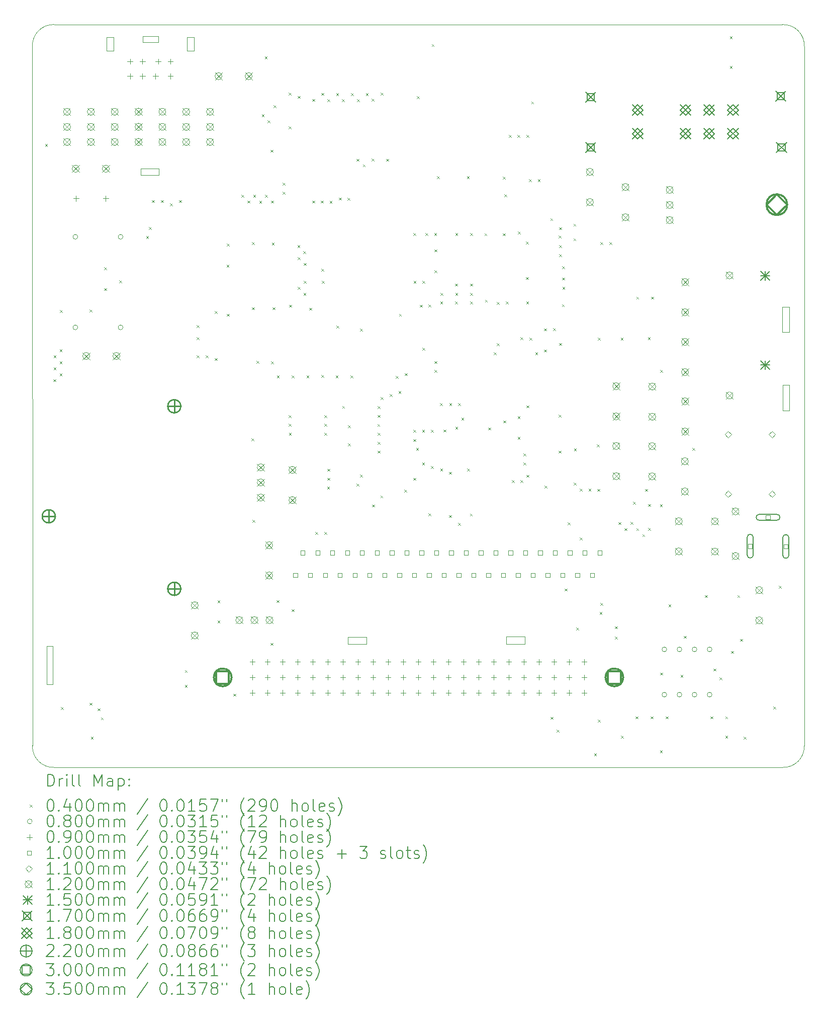
<source format=gbr>
%TF.GenerationSoftware,KiCad,Pcbnew,7.0.7*%
%TF.CreationDate,2023-09-18T10:01:16+02:00*%
%TF.ProjectId,PCE,5043452e-6b69-4636-9164-5f7063625858,rev?*%
%TF.SameCoordinates,Original*%
%TF.FileFunction,Drillmap*%
%TF.FilePolarity,Positive*%
%FSLAX45Y45*%
G04 Gerber Fmt 4.5, Leading zero omitted, Abs format (unit mm)*
G04 Created by KiCad (PCBNEW 7.0.7) date 2023-09-18 10:01:16*
%MOMM*%
%LPD*%
G01*
G04 APERTURE LIST*
%ADD10C,0.100000*%
%ADD11C,0.200000*%
%ADD12C,0.040000*%
%ADD13C,0.080000*%
%ADD14C,0.090000*%
%ADD15C,0.110000*%
%ADD16C,0.120000*%
%ADD17C,0.150000*%
%ADD18C,0.170000*%
%ADD19C,0.180000*%
%ADD20C,0.220000*%
%ADD21C,0.300000*%
%ADD22C,0.350000*%
G04 APERTURE END LIST*
D10*
X21342500Y-3129024D02*
X9077835Y-3128689D01*
X11317000Y-3339000D02*
X11433000Y-3339000D01*
X11433000Y-3575000D01*
X11317000Y-3575000D01*
X11317000Y-3339000D01*
X10538000Y-5550000D02*
X10843000Y-5550000D01*
X10843000Y-5662000D01*
X10538000Y-5662000D01*
X10538000Y-5550000D01*
X10568000Y-3322000D02*
X10831000Y-3322000D01*
X10831000Y-3431000D01*
X10568000Y-3431000D01*
X10568000Y-3322000D01*
X9077835Y-3128690D02*
G75*
G03*
X8710335Y-3496189I-12835J-354665D01*
G01*
X21710000Y-15260854D02*
X21710000Y-3496524D01*
X21709996Y-3496524D02*
G75*
G03*
X21342500Y-3129024I-354666J12834D01*
G01*
X21342500Y-15628360D02*
G75*
G03*
X21710000Y-15260854I12830J354670D01*
G01*
X8710335Y-3496189D02*
X8710670Y-15260854D01*
X8710665Y-15260854D02*
G75*
G03*
X9078170Y-15628354I354665J-12836D01*
G01*
X16689820Y-13426440D02*
X17005820Y-13426440D01*
X17005820Y-13553440D01*
X16689820Y-13553440D01*
X16689820Y-13426440D01*
X9078170Y-15628354D02*
X21342500Y-15628354D01*
X14022300Y-13434060D02*
X14338300Y-13434060D01*
X14338300Y-13556060D01*
X14022300Y-13556060D01*
X14022300Y-13434060D01*
X21336000Y-7878000D02*
X21454000Y-7878000D01*
X21454000Y-8307000D01*
X21336000Y-8307000D01*
X21336000Y-7878000D01*
X9962000Y-3339000D02*
X10078000Y-3339000D01*
X10078000Y-3575000D01*
X9962000Y-3575000D01*
X9962000Y-3339000D01*
X21343000Y-9192000D02*
X21455000Y-9192000D01*
X21455000Y-9621000D01*
X21343000Y-9621000D01*
X21343000Y-9192000D01*
X8948000Y-13586000D02*
X9053000Y-13586000D01*
X9053000Y-14229000D01*
X8948000Y-14229000D01*
X8948000Y-13586000D01*
D11*
D12*
X8923340Y-5136200D02*
X8963340Y-5176200D01*
X8963340Y-5136200D02*
X8923340Y-5176200D01*
X9065580Y-9096060D02*
X9105580Y-9136060D01*
X9105580Y-9096060D02*
X9065580Y-9136060D01*
X9068120Y-8692200D02*
X9108120Y-8732200D01*
X9108120Y-8692200D02*
X9068120Y-8732200D01*
X9068120Y-8895400D02*
X9108120Y-8935400D01*
X9108120Y-8895400D02*
X9068120Y-8935400D01*
X9169720Y-8593140D02*
X9209720Y-8633140D01*
X9209720Y-8593140D02*
X9169720Y-8633140D01*
X9169720Y-8796340D02*
X9209720Y-8836340D01*
X9209720Y-8796340D02*
X9169720Y-8836340D01*
X9169720Y-8999540D02*
X9209720Y-9039540D01*
X9209720Y-8999540D02*
X9169720Y-9039540D01*
X9172260Y-7935280D02*
X9212260Y-7975280D01*
X9212260Y-7935280D02*
X9172260Y-7975280D01*
X9190000Y-14610000D02*
X9230000Y-14650000D01*
X9230000Y-14610000D02*
X9190000Y-14650000D01*
X9670000Y-7925000D02*
X9710000Y-7965000D01*
X9710000Y-7925000D02*
X9670000Y-7965000D01*
X9672640Y-14541820D02*
X9712640Y-14581820D01*
X9712640Y-14541820D02*
X9672640Y-14581820D01*
X9695000Y-15110000D02*
X9735000Y-15150000D01*
X9735000Y-15110000D02*
X9695000Y-15150000D01*
X9810000Y-14635000D02*
X9850000Y-14675000D01*
X9850000Y-14635000D02*
X9810000Y-14675000D01*
X9862500Y-14787500D02*
X9902500Y-14827500D01*
X9902500Y-14787500D02*
X9862500Y-14827500D01*
X9919020Y-7213920D02*
X9959020Y-7253920D01*
X9959020Y-7213920D02*
X9919020Y-7253920D01*
X9919020Y-7564440D02*
X9959020Y-7604440D01*
X9959020Y-7564440D02*
X9919020Y-7604440D01*
X10173020Y-7430000D02*
X10213020Y-7470000D01*
X10213020Y-7430000D02*
X10173020Y-7470000D01*
X10625140Y-6685600D02*
X10665140Y-6725600D01*
X10665140Y-6685600D02*
X10625140Y-6725600D01*
X10673400Y-6535740D02*
X10713400Y-6575740D01*
X10713400Y-6535740D02*
X10673400Y-6575740D01*
X10722000Y-6083620D02*
X10762000Y-6123620D01*
X10762000Y-6083620D02*
X10722000Y-6123620D01*
X10874060Y-6083620D02*
X10914060Y-6123620D01*
X10914060Y-6083620D02*
X10874060Y-6123620D01*
X11029000Y-6136960D02*
X11069000Y-6176960D01*
X11069000Y-6136960D02*
X11029000Y-6176960D01*
X11181400Y-6083620D02*
X11221400Y-6123620D01*
X11221400Y-6083620D02*
X11181400Y-6123620D01*
X11278000Y-13991000D02*
X11318000Y-14031000D01*
X11318000Y-13991000D02*
X11278000Y-14031000D01*
X11278000Y-14243000D02*
X11318000Y-14283000D01*
X11318000Y-14243000D02*
X11278000Y-14283000D01*
X11476040Y-8389940D02*
X11516040Y-8429940D01*
X11516040Y-8389940D02*
X11476040Y-8429940D01*
X11476040Y-8694740D02*
X11516040Y-8734740D01*
X11516040Y-8694740D02*
X11476040Y-8734740D01*
X11478580Y-8186740D02*
X11518580Y-8226740D01*
X11518580Y-8186740D02*
X11478580Y-8226740D01*
X11630980Y-8692200D02*
X11670980Y-8732200D01*
X11670980Y-8692200D02*
X11630980Y-8732200D01*
X11779000Y-7948000D02*
X11819000Y-7988000D01*
X11819000Y-7948000D02*
X11779000Y-7988000D01*
X11780840Y-8740460D02*
X11820840Y-8780460D01*
X11820840Y-8740460D02*
X11780840Y-8780460D01*
X11826560Y-12819520D02*
X11866560Y-12859520D01*
X11866560Y-12819520D02*
X11826560Y-12859520D01*
X11826560Y-13157500D02*
X11866560Y-13197500D01*
X11866560Y-13157500D02*
X11826560Y-13197500D01*
X11979000Y-7170000D02*
X12019000Y-7210000D01*
X12019000Y-7170000D02*
X11979000Y-7210000D01*
X11983000Y-7997000D02*
X12023000Y-8037000D01*
X12023000Y-7997000D02*
X11983000Y-8037000D01*
X11985000Y-6817000D02*
X12025000Y-6857000D01*
X12025000Y-6817000D02*
X11985000Y-6857000D01*
X12095000Y-14389420D02*
X12135000Y-14429420D01*
X12135000Y-14389420D02*
X12095000Y-14429420D01*
X12230000Y-5991000D02*
X12270000Y-6031000D01*
X12270000Y-5991000D02*
X12230000Y-6031000D01*
X12332020Y-6091240D02*
X12372020Y-6131240D01*
X12372020Y-6091240D02*
X12332020Y-6131240D01*
X12400860Y-10094280D02*
X12440860Y-10134280D01*
X12440860Y-10094280D02*
X12400860Y-10134280D01*
X12405940Y-6789740D02*
X12445940Y-6829740D01*
X12445940Y-6789740D02*
X12405940Y-6829740D01*
X12405940Y-7887020D02*
X12445940Y-7927020D01*
X12445940Y-7887020D02*
X12405940Y-7927020D01*
X12417000Y-11466000D02*
X12457000Y-11506000D01*
X12457000Y-11466000D02*
X12417000Y-11506000D01*
X12428000Y-5992000D02*
X12468000Y-6032000D01*
X12468000Y-5992000D02*
X12428000Y-6032000D01*
X12484000Y-8788720D02*
X12524000Y-8828720D01*
X12524000Y-8788720D02*
X12484000Y-8828720D01*
X12531000Y-6094000D02*
X12571000Y-6134000D01*
X12571000Y-6094000D02*
X12531000Y-6134000D01*
X12573000Y-4642000D02*
X12613000Y-4682000D01*
X12613000Y-4642000D02*
X12573000Y-4682000D01*
X12624120Y-3663000D02*
X12664120Y-3703000D01*
X12664120Y-3663000D02*
X12624120Y-3703000D01*
X12626000Y-5994000D02*
X12666000Y-6034000D01*
X12666000Y-5994000D02*
X12626000Y-6034000D01*
X12669000Y-4741000D02*
X12709000Y-4781000D01*
X12709000Y-4741000D02*
X12669000Y-4781000D01*
X12723000Y-5236000D02*
X12763000Y-5276000D01*
X12763000Y-5236000D02*
X12723000Y-5276000D01*
X12723180Y-13533440D02*
X12763180Y-13573440D01*
X12763180Y-13533440D02*
X12723180Y-13573440D01*
X12727000Y-6090000D02*
X12767000Y-6130000D01*
X12767000Y-6090000D02*
X12727000Y-6130000D01*
X12732000Y-8799000D02*
X12772000Y-8839000D01*
X12772000Y-8799000D02*
X12732000Y-8839000D01*
X12743000Y-6796000D02*
X12783000Y-6836000D01*
X12783000Y-6796000D02*
X12743000Y-6836000D01*
X12755940Y-7887020D02*
X12795940Y-7927020D01*
X12795940Y-7887020D02*
X12755940Y-7927020D01*
X12769000Y-4485000D02*
X12809000Y-4525000D01*
X12809000Y-4485000D02*
X12769000Y-4525000D01*
X12820000Y-12812500D02*
X12860000Y-12852500D01*
X12860000Y-12812500D02*
X12820000Y-12852500D01*
X12827320Y-9033630D02*
X12867320Y-9073630D01*
X12867320Y-9033630D02*
X12827320Y-9073630D01*
X12921000Y-5792000D02*
X12961000Y-5832000D01*
X12961000Y-5792000D02*
X12921000Y-5832000D01*
X12923000Y-5940000D02*
X12963000Y-5980000D01*
X12963000Y-5940000D02*
X12923000Y-5980000D01*
X13025440Y-4843440D02*
X13065440Y-4883440D01*
X13065440Y-4843440D02*
X13025440Y-4883440D01*
X13025440Y-9847900D02*
X13065440Y-9887900D01*
X13065440Y-9847900D02*
X13025440Y-9887900D01*
X13026840Y-4277160D02*
X13066840Y-4317160D01*
X13066840Y-4277160D02*
X13026840Y-4317160D01*
X13027980Y-9700000D02*
X13067980Y-9740000D01*
X13067980Y-9700000D02*
X13027980Y-9740000D01*
X13030520Y-9997760D02*
X13070520Y-10037760D01*
X13070520Y-9997760D02*
X13030520Y-10037760D01*
X13031000Y-7843000D02*
X13071000Y-7883000D01*
X13071000Y-7843000D02*
X13031000Y-7883000D01*
X13075000Y-12965000D02*
X13115000Y-13005000D01*
X13115000Y-12965000D02*
X13075000Y-13005000D01*
X13076240Y-9033630D02*
X13116240Y-9073630D01*
X13116240Y-9033630D02*
X13076240Y-9073630D01*
X13174000Y-6841000D02*
X13214000Y-6881000D01*
X13214000Y-6841000D02*
X13174000Y-6881000D01*
X13175300Y-4331020D02*
X13215300Y-4371020D01*
X13215300Y-4331020D02*
X13175300Y-4371020D01*
X13176000Y-7044000D02*
X13216000Y-7084000D01*
X13216000Y-7044000D02*
X13176000Y-7084000D01*
X13177000Y-7543000D02*
X13217000Y-7583000D01*
X13217000Y-7543000D02*
X13177000Y-7583000D01*
X13272000Y-6940000D02*
X13312000Y-6980000D01*
X13312000Y-6940000D02*
X13272000Y-6980000D01*
X13275000Y-7644000D02*
X13315000Y-7684000D01*
X13315000Y-7644000D02*
X13275000Y-7684000D01*
X13277000Y-7141000D02*
X13317000Y-7181000D01*
X13317000Y-7141000D02*
X13277000Y-7181000D01*
X13277000Y-7442000D02*
X13317000Y-7482000D01*
X13317000Y-7442000D02*
X13277000Y-7482000D01*
X13325160Y-9033630D02*
X13365160Y-9073630D01*
X13365160Y-9033630D02*
X13325160Y-9073630D01*
X13374000Y-7894000D02*
X13414000Y-7934000D01*
X13414000Y-7894000D02*
X13374000Y-7934000D01*
X13423000Y-6092000D02*
X13463000Y-6132000D01*
X13463000Y-6092000D02*
X13423000Y-6132000D01*
X13424220Y-4381820D02*
X13464220Y-4421820D01*
X13464220Y-4381820D02*
X13424220Y-4421820D01*
X13472480Y-11664000D02*
X13512480Y-11704000D01*
X13512480Y-11664000D02*
X13472480Y-11704000D01*
X13569000Y-6092000D02*
X13609000Y-6132000D01*
X13609000Y-6092000D02*
X13569000Y-6132000D01*
X13576000Y-7239000D02*
X13616000Y-7279000D01*
X13616000Y-7239000D02*
X13576000Y-7279000D01*
X13576620Y-4280220D02*
X13616620Y-4320220D01*
X13616620Y-4280220D02*
X13576620Y-4320220D01*
X13578000Y-9022400D02*
X13618000Y-9062400D01*
X13618000Y-9022400D02*
X13578000Y-9062400D01*
X13582000Y-7441000D02*
X13622000Y-7481000D01*
X13622000Y-7441000D02*
X13582000Y-7481000D01*
X13624880Y-11664000D02*
X13664880Y-11704000D01*
X13664880Y-11664000D02*
X13624880Y-11704000D01*
X13627000Y-9700000D02*
X13667000Y-9740000D01*
X13667000Y-9700000D02*
X13627000Y-9740000D01*
X13629000Y-9849000D02*
X13669000Y-9889000D01*
X13669000Y-9849000D02*
X13629000Y-9889000D01*
X13629760Y-9997760D02*
X13669760Y-10037760D01*
X13669760Y-9997760D02*
X13629760Y-10037760D01*
X13673140Y-10905000D02*
X13713140Y-10945000D01*
X13713140Y-10905000D02*
X13673140Y-10945000D01*
X13678220Y-4384360D02*
X13718220Y-4424360D01*
X13718220Y-4384360D02*
X13678220Y-4424360D01*
X13678220Y-10604220D02*
X13718220Y-10644220D01*
X13718220Y-10604220D02*
X13678220Y-10644220D01*
X13678220Y-10757220D02*
X13718220Y-10797220D01*
X13718220Y-10757220D02*
X13678220Y-10797220D01*
X13716000Y-6093000D02*
X13756000Y-6133000D01*
X13756000Y-6093000D02*
X13716000Y-6133000D01*
X13817920Y-9033370D02*
X13857920Y-9073370D01*
X13857920Y-9033370D02*
X13817920Y-9073370D01*
X13825540Y-4282760D02*
X13865540Y-4322760D01*
X13865540Y-4282760D02*
X13825540Y-4322760D01*
X13830000Y-8193000D02*
X13870000Y-8233000D01*
X13870000Y-8193000D02*
X13830000Y-8233000D01*
X13870000Y-6040000D02*
X13910000Y-6080000D01*
X13910000Y-6040000D02*
X13870000Y-6080000D01*
X13924600Y-4384360D02*
X13964600Y-4424360D01*
X13964600Y-4384360D02*
X13924600Y-4424360D01*
X13927000Y-9546000D02*
X13967000Y-9586000D01*
X13967000Y-9546000D02*
X13927000Y-9586000D01*
X14018000Y-6042000D02*
X14058000Y-6082000D01*
X14058000Y-6042000D02*
X14018000Y-6082000D01*
X14022500Y-9870000D02*
X14062500Y-9910000D01*
X14062500Y-9870000D02*
X14022500Y-9910000D01*
X14022500Y-10175000D02*
X14062500Y-10215000D01*
X14062500Y-10175000D02*
X14022500Y-10215000D01*
X14064300Y-9032560D02*
X14104300Y-9072560D01*
X14104300Y-9032560D02*
X14064300Y-9072560D01*
X14074460Y-4282760D02*
X14114460Y-4322760D01*
X14114460Y-4282760D02*
X14074460Y-4322760D01*
X14169840Y-5388160D02*
X14209840Y-5428160D01*
X14209840Y-5388160D02*
X14169840Y-5428160D01*
X14170980Y-10851200D02*
X14210980Y-10891200D01*
X14210980Y-10851200D02*
X14170980Y-10891200D01*
X14176060Y-4384360D02*
X14216060Y-4424360D01*
X14216060Y-4384360D02*
X14176060Y-4424360D01*
X14225000Y-8243000D02*
X14265000Y-8283000D01*
X14265000Y-8243000D02*
X14225000Y-8283000D01*
X14228000Y-10704000D02*
X14268000Y-10744000D01*
X14268000Y-10704000D02*
X14228000Y-10744000D01*
X14275120Y-5480880D02*
X14315120Y-5520880D01*
X14315120Y-5480880D02*
X14275120Y-5520880D01*
X14325920Y-4282760D02*
X14365920Y-4322760D01*
X14365920Y-4282760D02*
X14325920Y-4322760D01*
X14423840Y-5386160D02*
X14463840Y-5426160D01*
X14463840Y-5386160D02*
X14423840Y-5426160D01*
X14424980Y-4379280D02*
X14464980Y-4419280D01*
X14464980Y-4379280D02*
X14424980Y-4419280D01*
X14432000Y-11206000D02*
X14472000Y-11246000D01*
X14472000Y-11206000D02*
X14432000Y-11246000D01*
X14518960Y-9850440D02*
X14558960Y-9890440D01*
X14558960Y-9850440D02*
X14518960Y-9890440D01*
X14521500Y-9550720D02*
X14561500Y-9590720D01*
X14561500Y-9550720D02*
X14521500Y-9590720D01*
X14521500Y-9698000D02*
X14561500Y-9738000D01*
X14561500Y-9698000D02*
X14521500Y-9738000D01*
X14521500Y-10000300D02*
X14561500Y-10040300D01*
X14561500Y-10000300D02*
X14521500Y-10040300D01*
X14521500Y-10153000D02*
X14561500Y-10193000D01*
X14561500Y-10153000D02*
X14521500Y-10193000D01*
X14525000Y-10299000D02*
X14565000Y-10339000D01*
X14565000Y-10299000D02*
X14525000Y-10339000D01*
X14570000Y-11052000D02*
X14610000Y-11092000D01*
X14610000Y-11052000D02*
X14570000Y-11092000D01*
X14574840Y-4275160D02*
X14614840Y-4315160D01*
X14614840Y-4275160D02*
X14574840Y-4315160D01*
X14577000Y-9396000D02*
X14617000Y-9436000D01*
X14617000Y-9396000D02*
X14577000Y-9436000D01*
X14669000Y-5388000D02*
X14709000Y-5428000D01*
X14709000Y-5388000D02*
X14669000Y-5428000D01*
X14729000Y-9346000D02*
X14769000Y-9386000D01*
X14769000Y-9346000D02*
X14729000Y-9386000D01*
X14830000Y-9044000D02*
X14870000Y-9084000D01*
X14870000Y-9044000D02*
X14830000Y-9084000D01*
X14874560Y-9298000D02*
X14914560Y-9338000D01*
X14914560Y-9298000D02*
X14874560Y-9338000D01*
X14883000Y-7995000D02*
X14923000Y-8035000D01*
X14923000Y-7995000D02*
X14883000Y-8035000D01*
X14973620Y-10957880D02*
X15013620Y-10997880D01*
X15013620Y-10957880D02*
X14973620Y-10997880D01*
X14980000Y-8996000D02*
X15020000Y-9036000D01*
X15020000Y-8996000D02*
X14980000Y-9036000D01*
X15123000Y-6639000D02*
X15163000Y-6679000D01*
X15163000Y-6639000D02*
X15123000Y-6679000D01*
X15123480Y-9946960D02*
X15163480Y-9986960D01*
X15163480Y-9946960D02*
X15123480Y-9986960D01*
X15123480Y-10104440D02*
X15163480Y-10144440D01*
X15163480Y-10104440D02*
X15123480Y-10144440D01*
X15123480Y-10757220D02*
X15163480Y-10797220D01*
X15163480Y-10757220D02*
X15123480Y-10797220D01*
X15130000Y-7443000D02*
X15170000Y-7483000D01*
X15170000Y-7443000D02*
X15130000Y-7483000D01*
X15171740Y-10251760D02*
X15211740Y-10291760D01*
X15211740Y-10251760D02*
X15171740Y-10291760D01*
X15183000Y-4335000D02*
X15223000Y-4375000D01*
X15223000Y-4335000D02*
X15183000Y-4375000D01*
X15234000Y-7844000D02*
X15274000Y-7884000D01*
X15274000Y-7844000D02*
X15234000Y-7884000D01*
X15273340Y-9949500D02*
X15313340Y-9989500D01*
X15313340Y-9949500D02*
X15273340Y-9989500D01*
X15273340Y-10500680D02*
X15313340Y-10540680D01*
X15313340Y-10500680D02*
X15273340Y-10540680D01*
X15275880Y-8568000D02*
X15315880Y-8608000D01*
X15315880Y-8568000D02*
X15275880Y-8608000D01*
X15279000Y-7441000D02*
X15319000Y-7481000D01*
X15319000Y-7441000D02*
X15279000Y-7481000D01*
X15328000Y-6640000D02*
X15368000Y-6680000D01*
X15368000Y-6640000D02*
X15328000Y-6680000D01*
X15377500Y-11355000D02*
X15417500Y-11395000D01*
X15417500Y-11355000D02*
X15377500Y-11395000D01*
X15380000Y-7841000D02*
X15420000Y-7881000D01*
X15420000Y-7841000D02*
X15380000Y-7881000D01*
X15423200Y-9949500D02*
X15463200Y-9989500D01*
X15463200Y-9949500D02*
X15423200Y-9989500D01*
X15423200Y-10556560D02*
X15463200Y-10596560D01*
X15463200Y-10556560D02*
X15423200Y-10596560D01*
X15433360Y-3457260D02*
X15473360Y-3497260D01*
X15473360Y-3457260D02*
X15433360Y-3497260D01*
X15476000Y-6635000D02*
X15516000Y-6675000D01*
X15516000Y-6635000D02*
X15476000Y-6675000D01*
X15480000Y-8942000D02*
X15520000Y-8982000D01*
X15520000Y-8942000D02*
X15480000Y-8982000D01*
X15481000Y-8791000D02*
X15521000Y-8831000D01*
X15521000Y-8791000D02*
X15481000Y-8831000D01*
X15481620Y-6911920D02*
X15521620Y-6951920D01*
X15521620Y-6911920D02*
X15481620Y-6951920D01*
X15481620Y-7261920D02*
X15521620Y-7301920D01*
X15521620Y-7261920D02*
X15481620Y-7301920D01*
X15521000Y-5682000D02*
X15561000Y-5722000D01*
X15561000Y-5682000D02*
X15521000Y-5722000D01*
X15575600Y-9499920D02*
X15615600Y-9539920D01*
X15615600Y-9499920D02*
X15575600Y-9539920D01*
X15578140Y-10602280D02*
X15618140Y-10642280D01*
X15618140Y-10602280D02*
X15578140Y-10642280D01*
X15579000Y-7790000D02*
X15619000Y-7830000D01*
X15619000Y-7790000D02*
X15579000Y-7830000D01*
X15580000Y-7643000D02*
X15620000Y-7683000D01*
X15620000Y-7643000D02*
X15580000Y-7683000D01*
X15633000Y-9943000D02*
X15673000Y-9983000D01*
X15673000Y-9943000D02*
X15633000Y-9983000D01*
X15725000Y-11382500D02*
X15765000Y-11422500D01*
X15765000Y-11382500D02*
X15725000Y-11422500D01*
X15725460Y-10655620D02*
X15765460Y-10695620D01*
X15765460Y-10655620D02*
X15725460Y-10695620D01*
X15730540Y-9501460D02*
X15770540Y-9541460D01*
X15770540Y-9501460D02*
X15730540Y-9541460D01*
X15830000Y-7789000D02*
X15870000Y-7829000D01*
X15870000Y-7789000D02*
X15830000Y-7829000D01*
X15831000Y-7489000D02*
X15871000Y-7529000D01*
X15871000Y-7489000D02*
X15831000Y-7529000D01*
X15832140Y-9896160D02*
X15872140Y-9936160D01*
X15872140Y-9896160D02*
X15832140Y-9936160D01*
X15833000Y-6637000D02*
X15873000Y-6677000D01*
X15873000Y-6637000D02*
X15833000Y-6677000D01*
X15833000Y-7642000D02*
X15873000Y-7682000D01*
X15873000Y-7642000D02*
X15833000Y-7682000D01*
X15877500Y-11515000D02*
X15917500Y-11555000D01*
X15917500Y-11515000D02*
X15877500Y-11555000D01*
X15880400Y-9497380D02*
X15920400Y-9537380D01*
X15920400Y-9497380D02*
X15880400Y-9537380D01*
X15933740Y-9746300D02*
X15973740Y-9786300D01*
X15973740Y-9746300D02*
X15933740Y-9786300D01*
X16027000Y-5683000D02*
X16067000Y-5723000D01*
X16067000Y-5683000D02*
X16027000Y-5723000D01*
X16030000Y-10600000D02*
X16070000Y-10640000D01*
X16070000Y-10600000D02*
X16030000Y-10640000D01*
X16077500Y-11357500D02*
X16117500Y-11397500D01*
X16117500Y-11357500D02*
X16077500Y-11397500D01*
X16079000Y-6638000D02*
X16119000Y-6678000D01*
X16119000Y-6638000D02*
X16079000Y-6678000D01*
X16080000Y-7791000D02*
X16120000Y-7831000D01*
X16120000Y-7791000D02*
X16080000Y-7831000D01*
X16084000Y-7488000D02*
X16124000Y-7528000D01*
X16124000Y-7488000D02*
X16084000Y-7528000D01*
X16084000Y-7644000D02*
X16124000Y-7684000D01*
X16124000Y-7644000D02*
X16084000Y-7684000D01*
X16324000Y-6641000D02*
X16364000Y-6681000D01*
X16364000Y-6641000D02*
X16324000Y-6681000D01*
X16332520Y-7760020D02*
X16372520Y-7800020D01*
X16372520Y-7760020D02*
X16332520Y-7800020D01*
X16387000Y-9909000D02*
X16427000Y-9949000D01*
X16427000Y-9909000D02*
X16387000Y-9949000D01*
X16483000Y-8644000D02*
X16523000Y-8684000D01*
X16523000Y-8644000D02*
X16483000Y-8684000D01*
X16533000Y-7795000D02*
X16573000Y-7835000D01*
X16573000Y-7795000D02*
X16533000Y-7835000D01*
X16533000Y-8491000D02*
X16573000Y-8531000D01*
X16573000Y-8491000D02*
X16533000Y-8531000D01*
X16630000Y-5690000D02*
X16670000Y-5730000D01*
X16670000Y-5690000D02*
X16630000Y-5730000D01*
X16631000Y-6641000D02*
X16671000Y-6681000D01*
X16671000Y-6641000D02*
X16631000Y-6681000D01*
X16638000Y-9792000D02*
X16678000Y-9832000D01*
X16678000Y-9792000D02*
X16638000Y-9832000D01*
X16657900Y-5984560D02*
X16697900Y-6024560D01*
X16697900Y-5984560D02*
X16657900Y-6024560D01*
X16686000Y-7788000D02*
X16726000Y-7828000D01*
X16726000Y-7788000D02*
X16686000Y-7828000D01*
X16731300Y-4983800D02*
X16771300Y-5023800D01*
X16771300Y-4983800D02*
X16731300Y-5023800D01*
X16786000Y-10797000D02*
X16826000Y-10837000D01*
X16826000Y-10797000D02*
X16786000Y-10837000D01*
X16878620Y-4983800D02*
X16918620Y-5023800D01*
X16918620Y-4983800D02*
X16878620Y-5023800D01*
X16881160Y-9716080D02*
X16921160Y-9756080D01*
X16921160Y-9716080D02*
X16881160Y-9756080D01*
X16881160Y-10066080D02*
X16921160Y-10106080D01*
X16921160Y-10066080D02*
X16881160Y-10106080D01*
X16886240Y-6609140D02*
X16926240Y-6649140D01*
X16926240Y-6609140D02*
X16886240Y-6649140D01*
X16926880Y-10795000D02*
X16966880Y-10835000D01*
X16966880Y-10795000D02*
X16926880Y-10835000D01*
X16927000Y-8391000D02*
X16967000Y-8431000D01*
X16967000Y-8391000D02*
X16927000Y-8431000D01*
X16977680Y-10343200D02*
X17017680Y-10383200D01*
X17017680Y-10343200D02*
X16977680Y-10383200D01*
X16980220Y-10495600D02*
X17020220Y-10535600D01*
X17020220Y-10495600D02*
X16980220Y-10535600D01*
X17023400Y-7379020D02*
X17063400Y-7419020D01*
X17063400Y-7379020D02*
X17023400Y-7419020D01*
X17024000Y-6783000D02*
X17064000Y-6823000D01*
X17064000Y-6783000D02*
X17024000Y-6823000D01*
X17025000Y-7788000D02*
X17065000Y-7828000D01*
X17065000Y-7788000D02*
X17025000Y-7828000D01*
X17028480Y-4983800D02*
X17068480Y-5023800D01*
X17068480Y-4983800D02*
X17028480Y-5023800D01*
X17028480Y-9538000D02*
X17068480Y-9578000D01*
X17068480Y-9538000D02*
X17028480Y-9578000D01*
X17028480Y-10706000D02*
X17068480Y-10746000D01*
X17068480Y-10706000D02*
X17028480Y-10746000D01*
X17073000Y-5731000D02*
X17113000Y-5771000D01*
X17113000Y-5731000D02*
X17073000Y-5771000D01*
X17079280Y-8400100D02*
X17119280Y-8440100D01*
X17119280Y-8400100D02*
X17079280Y-8440100D01*
X17111000Y-4423000D02*
X17151000Y-4463000D01*
X17151000Y-4423000D02*
X17111000Y-4463000D01*
X17178340Y-8646480D02*
X17218340Y-8686480D01*
X17218340Y-8646480D02*
X17178340Y-8686480D01*
X17220000Y-5730000D02*
X17260000Y-5770000D01*
X17260000Y-5730000D02*
X17220000Y-5770000D01*
X17324000Y-8241000D02*
X17364000Y-8281000D01*
X17364000Y-8241000D02*
X17324000Y-8281000D01*
X17328200Y-8598220D02*
X17368200Y-8638220D01*
X17368200Y-8598220D02*
X17328200Y-8638220D01*
X17333000Y-10890000D02*
X17373000Y-10930000D01*
X17373000Y-10890000D02*
X17333000Y-10930000D01*
X17432340Y-6388420D02*
X17472340Y-6428420D01*
X17472340Y-6388420D02*
X17432340Y-6428420D01*
X17434880Y-14778040D02*
X17474880Y-14818040D01*
X17474880Y-14778040D02*
X17434880Y-14818040D01*
X17477000Y-8240000D02*
X17517000Y-8280000D01*
X17517000Y-8240000D02*
X17477000Y-8280000D01*
X17541000Y-14993940D02*
X17581000Y-15033940D01*
X17581000Y-14993940D02*
X17541000Y-15033940D01*
X17573000Y-6682000D02*
X17613000Y-6722000D01*
X17613000Y-6682000D02*
X17573000Y-6722000D01*
X17574580Y-9695500D02*
X17614580Y-9735500D01*
X17614580Y-9695500D02*
X17574580Y-9735500D01*
X17574580Y-10300020D02*
X17614580Y-10340020D01*
X17614580Y-10300020D02*
X17574580Y-10340020D01*
X17578000Y-6992940D02*
X17618000Y-7032940D01*
X17618000Y-6992940D02*
X17578000Y-7032940D01*
X17578000Y-8487000D02*
X17618000Y-8527000D01*
X17618000Y-8487000D02*
X17578000Y-8527000D01*
X17579660Y-6540820D02*
X17619660Y-6580820D01*
X17619660Y-6540820D02*
X17579660Y-6580820D01*
X17579660Y-6843080D02*
X17619660Y-6883080D01*
X17619660Y-6843080D02*
X17579660Y-6883080D01*
X17627000Y-7835000D02*
X17667000Y-7875000D01*
X17667000Y-7835000D02*
X17627000Y-7875000D01*
X17630000Y-7386000D02*
X17670000Y-7426000D01*
X17670000Y-7386000D02*
X17630000Y-7426000D01*
X17630460Y-7193600D02*
X17670460Y-7233600D01*
X17670460Y-7193600D02*
X17630460Y-7233600D01*
X17635540Y-7544120D02*
X17675540Y-7584120D01*
X17675540Y-7544120D02*
X17635540Y-7584120D01*
X17673300Y-12618700D02*
X17713300Y-12658700D01*
X17713300Y-12618700D02*
X17673300Y-12658700D01*
X17726980Y-11506520D02*
X17766980Y-11546520D01*
X17766980Y-11506520D02*
X17726980Y-11546520D01*
X17822000Y-6727000D02*
X17862000Y-6767000D01*
X17862000Y-6727000D02*
X17822000Y-6767000D01*
X17823000Y-6480000D02*
X17863000Y-6520000D01*
X17863000Y-6480000D02*
X17823000Y-6520000D01*
X17826000Y-10839000D02*
X17866000Y-10879000D01*
X17866000Y-10839000D02*
X17826000Y-10879000D01*
X17830000Y-10258000D02*
X17870000Y-10298000D01*
X17870000Y-10258000D02*
X17830000Y-10298000D01*
X17869220Y-13274360D02*
X17909220Y-13314360D01*
X17909220Y-13274360D02*
X17869220Y-13314360D01*
X17925000Y-10941000D02*
X17965000Y-10981000D01*
X17965000Y-10941000D02*
X17925000Y-10981000D01*
X17925100Y-11760520D02*
X17965100Y-11800520D01*
X17965100Y-11760520D02*
X17925100Y-11800520D01*
X18077000Y-10940000D02*
X18117000Y-10980000D01*
X18117000Y-10940000D02*
X18077000Y-10980000D01*
X18170000Y-15390000D02*
X18210000Y-15430000D01*
X18210000Y-15390000D02*
X18170000Y-15430000D01*
X18217200Y-10193340D02*
X18257200Y-10233340D01*
X18257200Y-10193340D02*
X18217200Y-10233340D01*
X18226000Y-10943000D02*
X18266000Y-10983000D01*
X18266000Y-10943000D02*
X18226000Y-10983000D01*
X18230000Y-8400000D02*
X18270000Y-8440000D01*
X18270000Y-8400000D02*
X18230000Y-8440000D01*
X18232440Y-14823760D02*
X18272440Y-14863760D01*
X18272440Y-14823760D02*
X18232440Y-14863760D01*
X18262720Y-13010000D02*
X18302720Y-13050000D01*
X18302720Y-13010000D02*
X18262720Y-13050000D01*
X18275000Y-12860000D02*
X18315000Y-12900000D01*
X18315000Y-12860000D02*
X18275000Y-12900000D01*
X18277500Y-6792500D02*
X18317500Y-6832500D01*
X18317500Y-6792500D02*
X18277500Y-6832500D01*
X18425000Y-6792500D02*
X18465000Y-6832500D01*
X18465000Y-6792500D02*
X18425000Y-6832500D01*
X18522500Y-13255000D02*
X18562500Y-13295000D01*
X18562500Y-13255000D02*
X18522500Y-13295000D01*
X18522500Y-13427500D02*
X18562500Y-13467500D01*
X18562500Y-13427500D02*
X18522500Y-13467500D01*
X18582000Y-11502000D02*
X18622000Y-11542000D01*
X18622000Y-11502000D02*
X18582000Y-11542000D01*
X18617500Y-8400000D02*
X18657500Y-8440000D01*
X18657500Y-8400000D02*
X18617500Y-8440000D01*
X18620852Y-15095072D02*
X18660852Y-15135072D01*
X18660852Y-15095072D02*
X18620852Y-15135072D01*
X18681000Y-11603000D02*
X18721000Y-11643000D01*
X18721000Y-11603000D02*
X18681000Y-11643000D01*
X18780000Y-11500000D02*
X18820000Y-11540000D01*
X18820000Y-11500000D02*
X18780000Y-11540000D01*
X18824260Y-11158540D02*
X18864260Y-11198540D01*
X18864260Y-11158540D02*
X18824260Y-11198540D01*
X18869980Y-14770240D02*
X18909980Y-14810240D01*
X18909980Y-14770240D02*
X18869980Y-14810240D01*
X18880000Y-7707500D02*
X18920000Y-7747500D01*
X18920000Y-7707500D02*
X18880000Y-7747500D01*
X18881000Y-11603000D02*
X18921000Y-11643000D01*
X18921000Y-11603000D02*
X18881000Y-11643000D01*
X18983000Y-11704000D02*
X19023000Y-11744000D01*
X19023000Y-11704000D02*
X18983000Y-11744000D01*
X19031000Y-10943000D02*
X19071000Y-10983000D01*
X19071000Y-10943000D02*
X19031000Y-10983000D01*
X19075000Y-8392500D02*
X19115000Y-8432500D01*
X19115000Y-8392500D02*
X19075000Y-8432500D01*
X19079000Y-11197000D02*
X19119000Y-11237000D01*
X19119000Y-11197000D02*
X19079000Y-11237000D01*
X19082000Y-11601000D02*
X19122000Y-11641000D01*
X19122000Y-11601000D02*
X19082000Y-11641000D01*
X19121440Y-14770240D02*
X19161440Y-14810240D01*
X19161440Y-14770240D02*
X19121440Y-14810240D01*
X19132500Y-7707500D02*
X19172500Y-7747500D01*
X19172500Y-7707500D02*
X19132500Y-7747500D01*
X19278920Y-15341920D02*
X19318920Y-15381920D01*
X19318920Y-15341920D02*
X19278920Y-15381920D01*
X19279000Y-11198000D02*
X19319000Y-11238000D01*
X19319000Y-11198000D02*
X19279000Y-11238000D01*
X19281460Y-14033820D02*
X19321460Y-14073820D01*
X19321460Y-14033820D02*
X19281460Y-14073820D01*
X19282500Y-8940000D02*
X19322500Y-8980000D01*
X19322500Y-8940000D02*
X19282500Y-8980000D01*
X19372900Y-14770500D02*
X19412900Y-14810500D01*
X19412900Y-14770500D02*
X19372900Y-14810500D01*
X19421160Y-12888540D02*
X19461160Y-12928540D01*
X19461160Y-12888540D02*
X19421160Y-12928540D01*
X19624360Y-14069380D02*
X19664360Y-14109380D01*
X19664360Y-14069380D02*
X19624360Y-14109380D01*
X19680000Y-13415000D02*
X19720000Y-13455000D01*
X19720000Y-13415000D02*
X19680000Y-13455000D01*
X19825000Y-10250000D02*
X19865000Y-10290000D01*
X19865000Y-10250000D02*
X19825000Y-10290000D01*
X20033300Y-12728260D02*
X20073300Y-12768260D01*
X20073300Y-12728260D02*
X20033300Y-12768260D01*
X20127000Y-14770500D02*
X20167000Y-14810500D01*
X20167000Y-14770500D02*
X20127000Y-14810500D01*
X20180000Y-13965000D02*
X20220000Y-14005000D01*
X20220000Y-13965000D02*
X20180000Y-14005000D01*
X20279680Y-14115000D02*
X20319680Y-14155000D01*
X20319680Y-14115000D02*
X20279680Y-14155000D01*
X20378000Y-14770500D02*
X20418000Y-14810500D01*
X20418000Y-14770500D02*
X20378000Y-14810500D01*
X20378000Y-15093000D02*
X20418000Y-15133000D01*
X20418000Y-15093000D02*
X20378000Y-15133000D01*
X20455000Y-3325000D02*
X20495000Y-3365000D01*
X20495000Y-3325000D02*
X20455000Y-3365000D01*
X20455000Y-3825000D02*
X20495000Y-3865000D01*
X20495000Y-3825000D02*
X20455000Y-3865000D01*
X20477800Y-13667880D02*
X20517800Y-13707880D01*
X20517800Y-13667880D02*
X20477800Y-13707880D01*
X20581940Y-12728260D02*
X20621940Y-12768260D01*
X20621940Y-12728260D02*
X20581940Y-12768260D01*
X20630000Y-13465000D02*
X20670000Y-13505000D01*
X20670000Y-13465000D02*
X20630000Y-13505000D01*
X20690000Y-15110000D02*
X20730000Y-15150000D01*
X20730000Y-15110000D02*
X20690000Y-15150000D01*
X21190000Y-14602500D02*
X21230000Y-14642500D01*
X21230000Y-14602500D02*
X21190000Y-14642500D01*
X21282980Y-12570780D02*
X21322980Y-12610780D01*
X21322980Y-12570780D02*
X21282980Y-12610780D01*
D13*
X9473000Y-6700000D02*
G75*
G03*
X9473000Y-6700000I-40000J0D01*
G01*
X9473000Y-8224000D02*
G75*
G03*
X9473000Y-8224000I-40000J0D01*
G01*
X10235000Y-6700000D02*
G75*
G03*
X10235000Y-6700000I-40000J0D01*
G01*
X10235000Y-8224000D02*
G75*
G03*
X10235000Y-8224000I-40000J0D01*
G01*
X19392260Y-13642340D02*
G75*
G03*
X19392260Y-13642340I-40000J0D01*
G01*
X19392260Y-14404340D02*
G75*
G03*
X19392260Y-14404340I-40000J0D01*
G01*
X19646260Y-13642340D02*
G75*
G03*
X19646260Y-13642340I-40000J0D01*
G01*
X19646260Y-14404340D02*
G75*
G03*
X19646260Y-14404340I-40000J0D01*
G01*
X19900260Y-13642340D02*
G75*
G03*
X19900260Y-13642340I-40000J0D01*
G01*
X19900260Y-14404340D02*
G75*
G03*
X19900260Y-14404340I-40000J0D01*
G01*
X20154260Y-13642340D02*
G75*
G03*
X20154260Y-13642340I-40000J0D01*
G01*
X20154260Y-14404340D02*
G75*
G03*
X20154260Y-14404340I-40000J0D01*
G01*
D14*
X9446640Y-6010360D02*
X9446640Y-6100360D01*
X9401640Y-6055360D02*
X9491640Y-6055360D01*
X9946640Y-6010360D02*
X9946640Y-6100360D01*
X9901640Y-6055360D02*
X9991640Y-6055360D01*
X10353860Y-3702960D02*
X10353860Y-3792960D01*
X10308860Y-3747960D02*
X10398860Y-3747960D01*
X10353860Y-3952960D02*
X10353860Y-4042960D01*
X10308860Y-3997960D02*
X10398860Y-3997960D01*
X10563860Y-3702960D02*
X10563860Y-3792960D01*
X10518860Y-3747960D02*
X10608860Y-3747960D01*
X10563860Y-3952960D02*
X10563860Y-4042960D01*
X10518860Y-3997960D02*
X10608860Y-3997960D01*
X10783860Y-3952960D02*
X10783860Y-4042960D01*
X10738860Y-3997960D02*
X10828860Y-3997960D01*
X10828860Y-3702960D02*
X10828860Y-3792960D01*
X10783860Y-3747960D02*
X10873860Y-3747960D01*
X11033860Y-3702960D02*
X11033860Y-3792960D01*
X10988860Y-3747960D02*
X11078860Y-3747960D01*
X11033860Y-3952960D02*
X11033860Y-4042960D01*
X10988860Y-3997960D02*
X11078860Y-3997960D01*
X12416000Y-13808240D02*
X12416000Y-13898240D01*
X12371000Y-13853240D02*
X12461000Y-13853240D01*
X12416000Y-14066240D02*
X12416000Y-14156240D01*
X12371000Y-14111240D02*
X12461000Y-14111240D01*
X12416000Y-14327240D02*
X12416000Y-14417240D01*
X12371000Y-14372240D02*
X12461000Y-14372240D01*
X12670000Y-13808240D02*
X12670000Y-13898240D01*
X12625000Y-13853240D02*
X12715000Y-13853240D01*
X12670000Y-14066240D02*
X12670000Y-14156240D01*
X12625000Y-14111240D02*
X12715000Y-14111240D01*
X12670000Y-14327240D02*
X12670000Y-14417240D01*
X12625000Y-14372240D02*
X12715000Y-14372240D01*
X12924000Y-13808240D02*
X12924000Y-13898240D01*
X12879000Y-13853240D02*
X12969000Y-13853240D01*
X12924000Y-14066240D02*
X12924000Y-14156240D01*
X12879000Y-14111240D02*
X12969000Y-14111240D01*
X12924000Y-14327240D02*
X12924000Y-14417240D01*
X12879000Y-14372240D02*
X12969000Y-14372240D01*
X13178000Y-13808240D02*
X13178000Y-13898240D01*
X13133000Y-13853240D02*
X13223000Y-13853240D01*
X13178000Y-14066240D02*
X13178000Y-14156240D01*
X13133000Y-14111240D02*
X13223000Y-14111240D01*
X13178000Y-14327240D02*
X13178000Y-14417240D01*
X13133000Y-14372240D02*
X13223000Y-14372240D01*
X13432000Y-13808240D02*
X13432000Y-13898240D01*
X13387000Y-13853240D02*
X13477000Y-13853240D01*
X13432000Y-14066240D02*
X13432000Y-14156240D01*
X13387000Y-14111240D02*
X13477000Y-14111240D01*
X13432000Y-14327240D02*
X13432000Y-14417240D01*
X13387000Y-14372240D02*
X13477000Y-14372240D01*
X13686000Y-13808240D02*
X13686000Y-13898240D01*
X13641000Y-13853240D02*
X13731000Y-13853240D01*
X13686000Y-14066240D02*
X13686000Y-14156240D01*
X13641000Y-14111240D02*
X13731000Y-14111240D01*
X13686000Y-14327240D02*
X13686000Y-14417240D01*
X13641000Y-14372240D02*
X13731000Y-14372240D01*
X13940000Y-13808240D02*
X13940000Y-13898240D01*
X13895000Y-13853240D02*
X13985000Y-13853240D01*
X13940000Y-14066240D02*
X13940000Y-14156240D01*
X13895000Y-14111240D02*
X13985000Y-14111240D01*
X13940000Y-14327240D02*
X13940000Y-14417240D01*
X13895000Y-14372240D02*
X13985000Y-14372240D01*
X14194000Y-13808240D02*
X14194000Y-13898240D01*
X14149000Y-13853240D02*
X14239000Y-13853240D01*
X14194000Y-14066240D02*
X14194000Y-14156240D01*
X14149000Y-14111240D02*
X14239000Y-14111240D01*
X14194000Y-14327240D02*
X14194000Y-14417240D01*
X14149000Y-14372240D02*
X14239000Y-14372240D01*
X14448000Y-13808240D02*
X14448000Y-13898240D01*
X14403000Y-13853240D02*
X14493000Y-13853240D01*
X14448000Y-14066240D02*
X14448000Y-14156240D01*
X14403000Y-14111240D02*
X14493000Y-14111240D01*
X14448000Y-14327240D02*
X14448000Y-14417240D01*
X14403000Y-14372240D02*
X14493000Y-14372240D01*
X14702000Y-13808240D02*
X14702000Y-13898240D01*
X14657000Y-13853240D02*
X14747000Y-13853240D01*
X14702000Y-14066240D02*
X14702000Y-14156240D01*
X14657000Y-14111240D02*
X14747000Y-14111240D01*
X14702000Y-14327240D02*
X14702000Y-14417240D01*
X14657000Y-14372240D02*
X14747000Y-14372240D01*
X14956000Y-13808240D02*
X14956000Y-13898240D01*
X14911000Y-13853240D02*
X15001000Y-13853240D01*
X14956000Y-14066240D02*
X14956000Y-14156240D01*
X14911000Y-14111240D02*
X15001000Y-14111240D01*
X14956000Y-14327240D02*
X14956000Y-14417240D01*
X14911000Y-14372240D02*
X15001000Y-14372240D01*
X15210000Y-13808240D02*
X15210000Y-13898240D01*
X15165000Y-13853240D02*
X15255000Y-13853240D01*
X15210000Y-14066240D02*
X15210000Y-14156240D01*
X15165000Y-14111240D02*
X15255000Y-14111240D01*
X15210000Y-14327240D02*
X15210000Y-14417240D01*
X15165000Y-14372240D02*
X15255000Y-14372240D01*
X15464000Y-13808240D02*
X15464000Y-13898240D01*
X15419000Y-13853240D02*
X15509000Y-13853240D01*
X15464000Y-14066240D02*
X15464000Y-14156240D01*
X15419000Y-14111240D02*
X15509000Y-14111240D01*
X15464000Y-14327240D02*
X15464000Y-14417240D01*
X15419000Y-14372240D02*
X15509000Y-14372240D01*
X15718000Y-13808240D02*
X15718000Y-13898240D01*
X15673000Y-13853240D02*
X15763000Y-13853240D01*
X15718000Y-14066240D02*
X15718000Y-14156240D01*
X15673000Y-14111240D02*
X15763000Y-14111240D01*
X15718000Y-14327240D02*
X15718000Y-14417240D01*
X15673000Y-14372240D02*
X15763000Y-14372240D01*
X15972000Y-13808240D02*
X15972000Y-13898240D01*
X15927000Y-13853240D02*
X16017000Y-13853240D01*
X15972000Y-14066240D02*
X15972000Y-14156240D01*
X15927000Y-14111240D02*
X16017000Y-14111240D01*
X15972000Y-14327240D02*
X15972000Y-14417240D01*
X15927000Y-14372240D02*
X16017000Y-14372240D01*
X16226000Y-13808240D02*
X16226000Y-13898240D01*
X16181000Y-13853240D02*
X16271000Y-13853240D01*
X16226000Y-14066240D02*
X16226000Y-14156240D01*
X16181000Y-14111240D02*
X16271000Y-14111240D01*
X16226000Y-14327240D02*
X16226000Y-14417240D01*
X16181000Y-14372240D02*
X16271000Y-14372240D01*
X16480000Y-13808240D02*
X16480000Y-13898240D01*
X16435000Y-13853240D02*
X16525000Y-13853240D01*
X16480000Y-14066240D02*
X16480000Y-14156240D01*
X16435000Y-14111240D02*
X16525000Y-14111240D01*
X16480000Y-14327240D02*
X16480000Y-14417240D01*
X16435000Y-14372240D02*
X16525000Y-14372240D01*
X16734000Y-13808240D02*
X16734000Y-13898240D01*
X16689000Y-13853240D02*
X16779000Y-13853240D01*
X16734000Y-14066240D02*
X16734000Y-14156240D01*
X16689000Y-14111240D02*
X16779000Y-14111240D01*
X16734000Y-14327240D02*
X16734000Y-14417240D01*
X16689000Y-14372240D02*
X16779000Y-14372240D01*
X16988000Y-13808240D02*
X16988000Y-13898240D01*
X16943000Y-13853240D02*
X17033000Y-13853240D01*
X16988000Y-14066240D02*
X16988000Y-14156240D01*
X16943000Y-14111240D02*
X17033000Y-14111240D01*
X16988000Y-14327240D02*
X16988000Y-14417240D01*
X16943000Y-14372240D02*
X17033000Y-14372240D01*
X17242000Y-13808240D02*
X17242000Y-13898240D01*
X17197000Y-13853240D02*
X17287000Y-13853240D01*
X17242000Y-14066240D02*
X17242000Y-14156240D01*
X17197000Y-14111240D02*
X17287000Y-14111240D01*
X17242000Y-14327240D02*
X17242000Y-14417240D01*
X17197000Y-14372240D02*
X17287000Y-14372240D01*
X17496000Y-13808240D02*
X17496000Y-13898240D01*
X17451000Y-13853240D02*
X17541000Y-13853240D01*
X17496000Y-14066240D02*
X17496000Y-14156240D01*
X17451000Y-14111240D02*
X17541000Y-14111240D01*
X17496000Y-14327240D02*
X17496000Y-14417240D01*
X17451000Y-14372240D02*
X17541000Y-14372240D01*
X17750000Y-13808240D02*
X17750000Y-13898240D01*
X17705000Y-13853240D02*
X17795000Y-13853240D01*
X17750000Y-14066240D02*
X17750000Y-14156240D01*
X17705000Y-14111240D02*
X17795000Y-14111240D01*
X17750000Y-14327240D02*
X17750000Y-14417240D01*
X17705000Y-14372240D02*
X17795000Y-14372240D01*
X18004000Y-13808240D02*
X18004000Y-13898240D01*
X17959000Y-13853240D02*
X18049000Y-13853240D01*
X18004000Y-14066240D02*
X18004000Y-14156240D01*
X17959000Y-14111240D02*
X18049000Y-14111240D01*
X18004000Y-14327240D02*
X18004000Y-14417240D01*
X17959000Y-14372240D02*
X18049000Y-14372240D01*
D10*
X13175216Y-12428016D02*
X13175216Y-12357304D01*
X13104504Y-12357304D01*
X13104504Y-12428016D01*
X13175216Y-12428016D01*
X13298216Y-12052096D02*
X13298216Y-11981384D01*
X13227504Y-11981384D01*
X13227504Y-12052096D01*
X13298216Y-12052096D01*
X13425216Y-12428016D02*
X13425216Y-12357304D01*
X13354504Y-12357304D01*
X13354504Y-12428016D01*
X13425216Y-12428016D01*
X13548216Y-12052096D02*
X13548216Y-11981384D01*
X13477504Y-11981384D01*
X13477504Y-12052096D01*
X13548216Y-12052096D01*
X13675216Y-12428016D02*
X13675216Y-12357304D01*
X13604504Y-12357304D01*
X13604504Y-12428016D01*
X13675216Y-12428016D01*
X13798216Y-12052096D02*
X13798216Y-11981384D01*
X13727504Y-11981384D01*
X13727504Y-12052096D01*
X13798216Y-12052096D01*
X13925216Y-12428016D02*
X13925216Y-12357304D01*
X13854504Y-12357304D01*
X13854504Y-12428016D01*
X13925216Y-12428016D01*
X14048216Y-12052096D02*
X14048216Y-11981384D01*
X13977504Y-11981384D01*
X13977504Y-12052096D01*
X14048216Y-12052096D01*
X14175216Y-12428016D02*
X14175216Y-12357304D01*
X14104504Y-12357304D01*
X14104504Y-12428016D01*
X14175216Y-12428016D01*
X14298216Y-12052096D02*
X14298216Y-11981384D01*
X14227504Y-11981384D01*
X14227504Y-12052096D01*
X14298216Y-12052096D01*
X14425216Y-12428016D02*
X14425216Y-12357304D01*
X14354504Y-12357304D01*
X14354504Y-12428016D01*
X14425216Y-12428016D01*
X14548216Y-12052096D02*
X14548216Y-11981384D01*
X14477504Y-11981384D01*
X14477504Y-12052096D01*
X14548216Y-12052096D01*
X14675216Y-12428016D02*
X14675216Y-12357304D01*
X14604504Y-12357304D01*
X14604504Y-12428016D01*
X14675216Y-12428016D01*
X14798216Y-12052096D02*
X14798216Y-11981384D01*
X14727504Y-11981384D01*
X14727504Y-12052096D01*
X14798216Y-12052096D01*
X14925216Y-12428016D02*
X14925216Y-12357304D01*
X14854504Y-12357304D01*
X14854504Y-12428016D01*
X14925216Y-12428016D01*
X15048216Y-12052096D02*
X15048216Y-11981384D01*
X14977504Y-11981384D01*
X14977504Y-12052096D01*
X15048216Y-12052096D01*
X15175216Y-12428016D02*
X15175216Y-12357304D01*
X15104504Y-12357304D01*
X15104504Y-12428016D01*
X15175216Y-12428016D01*
X15298216Y-12052096D02*
X15298216Y-11981384D01*
X15227504Y-11981384D01*
X15227504Y-12052096D01*
X15298216Y-12052096D01*
X15425216Y-12428016D02*
X15425216Y-12357304D01*
X15354504Y-12357304D01*
X15354504Y-12428016D01*
X15425216Y-12428016D01*
X15548216Y-12052096D02*
X15548216Y-11981384D01*
X15477504Y-11981384D01*
X15477504Y-12052096D01*
X15548216Y-12052096D01*
X15675216Y-12428016D02*
X15675216Y-12357304D01*
X15604504Y-12357304D01*
X15604504Y-12428016D01*
X15675216Y-12428016D01*
X15798216Y-12052096D02*
X15798216Y-11981384D01*
X15727504Y-11981384D01*
X15727504Y-12052096D01*
X15798216Y-12052096D01*
X15925216Y-12428016D02*
X15925216Y-12357304D01*
X15854504Y-12357304D01*
X15854504Y-12428016D01*
X15925216Y-12428016D01*
X16048216Y-12052096D02*
X16048216Y-11981384D01*
X15977504Y-11981384D01*
X15977504Y-12052096D01*
X16048216Y-12052096D01*
X16175216Y-12428016D02*
X16175216Y-12357304D01*
X16104504Y-12357304D01*
X16104504Y-12428016D01*
X16175216Y-12428016D01*
X16298216Y-12052096D02*
X16298216Y-11981384D01*
X16227504Y-11981384D01*
X16227504Y-12052096D01*
X16298216Y-12052096D01*
X16425216Y-12428016D02*
X16425216Y-12357304D01*
X16354504Y-12357304D01*
X16354504Y-12428016D01*
X16425216Y-12428016D01*
X16548216Y-12052096D02*
X16548216Y-11981384D01*
X16477504Y-11981384D01*
X16477504Y-12052096D01*
X16548216Y-12052096D01*
X16675216Y-12428016D02*
X16675216Y-12357304D01*
X16604504Y-12357304D01*
X16604504Y-12428016D01*
X16675216Y-12428016D01*
X16798216Y-12052096D02*
X16798216Y-11981384D01*
X16727504Y-11981384D01*
X16727504Y-12052096D01*
X16798216Y-12052096D01*
X16925216Y-12428016D02*
X16925216Y-12357304D01*
X16854504Y-12357304D01*
X16854504Y-12428016D01*
X16925216Y-12428016D01*
X17048216Y-12052096D02*
X17048216Y-11981384D01*
X16977504Y-11981384D01*
X16977504Y-12052096D01*
X17048216Y-12052096D01*
X17175216Y-12428016D02*
X17175216Y-12357304D01*
X17104504Y-12357304D01*
X17104504Y-12428016D01*
X17175216Y-12428016D01*
X17298216Y-12052096D02*
X17298216Y-11981384D01*
X17227504Y-11981384D01*
X17227504Y-12052096D01*
X17298216Y-12052096D01*
X17425216Y-12428016D02*
X17425216Y-12357304D01*
X17354504Y-12357304D01*
X17354504Y-12428016D01*
X17425216Y-12428016D01*
X17548216Y-12052096D02*
X17548216Y-11981384D01*
X17477504Y-11981384D01*
X17477504Y-12052096D01*
X17548216Y-12052096D01*
X17675216Y-12428016D02*
X17675216Y-12357304D01*
X17604504Y-12357304D01*
X17604504Y-12428016D01*
X17675216Y-12428016D01*
X17798216Y-12052096D02*
X17798216Y-11981384D01*
X17727504Y-11981384D01*
X17727504Y-12052096D01*
X17798216Y-12052096D01*
X17925216Y-12428016D02*
X17925216Y-12357304D01*
X17854504Y-12357304D01*
X17854504Y-12428016D01*
X17925216Y-12428016D01*
X18048216Y-12052096D02*
X18048216Y-11981384D01*
X17977504Y-11981384D01*
X17977504Y-12052096D01*
X18048216Y-12052096D01*
X18175216Y-12428016D02*
X18175216Y-12357304D01*
X18104504Y-12357304D01*
X18104504Y-12428016D01*
X18175216Y-12428016D01*
X18298216Y-12052096D02*
X18298216Y-11981384D01*
X18227504Y-11981384D01*
X18227504Y-12052096D01*
X18298216Y-12052096D01*
X20834076Y-11940416D02*
X20834076Y-11869704D01*
X20763364Y-11869704D01*
X20763364Y-11940416D01*
X20834076Y-11940416D01*
D11*
X20748720Y-11755060D02*
X20748720Y-12055060D01*
X20748720Y-12055060D02*
G75*
G03*
X20848720Y-12055060I50000J0D01*
G01*
X20848720Y-12055060D02*
X20848720Y-11755060D01*
X20848720Y-11755060D02*
G75*
G03*
X20748720Y-11755060I-50000J0D01*
G01*
D10*
X21134076Y-11455416D02*
X21134076Y-11384704D01*
X21063364Y-11384704D01*
X21063364Y-11455416D01*
X21134076Y-11455416D01*
D11*
X20948720Y-11470060D02*
X21248720Y-11470060D01*
X21248720Y-11470060D02*
G75*
G03*
X21248720Y-11370060I0J50000D01*
G01*
X21248720Y-11370060D02*
X20948720Y-11370060D01*
X20948720Y-11370060D02*
G75*
G03*
X20948720Y-11470060I0J-50000D01*
G01*
D10*
X21434076Y-11945416D02*
X21434076Y-11874704D01*
X21363364Y-11874704D01*
X21363364Y-11945416D01*
X21434076Y-11945416D01*
D11*
X21348720Y-11760060D02*
X21348720Y-12060060D01*
X21348720Y-12060060D02*
G75*
G03*
X21448720Y-12060060I50000J0D01*
G01*
X21448720Y-12060060D02*
X21448720Y-11760060D01*
X21448720Y-11760060D02*
G75*
G03*
X21348720Y-11760060I-50000J0D01*
G01*
D15*
X20425820Y-10081140D02*
X20480820Y-10026140D01*
X20425820Y-9971140D01*
X20370820Y-10026140D01*
X20425820Y-10081140D01*
X20425820Y-11081140D02*
X20480820Y-11026140D01*
X20425820Y-10971140D01*
X20370820Y-11026140D01*
X20425820Y-11081140D01*
X21165820Y-10081140D02*
X21220820Y-10026140D01*
X21165820Y-9971140D01*
X21110820Y-10026140D01*
X21165820Y-10081140D01*
X21165820Y-11081140D02*
X21220820Y-11026140D01*
X21165820Y-10971140D01*
X21110820Y-11026140D01*
X21165820Y-11081140D01*
D16*
X9233600Y-4536080D02*
X9353600Y-4656080D01*
X9353600Y-4536080D02*
X9233600Y-4656080D01*
X9353600Y-4596080D02*
G75*
G03*
X9353600Y-4596080I-60000J0D01*
G01*
X9233600Y-4790080D02*
X9353600Y-4910080D01*
X9353600Y-4790080D02*
X9233600Y-4910080D01*
X9353600Y-4850080D02*
G75*
G03*
X9353600Y-4850080I-60000J0D01*
G01*
X9233600Y-5044080D02*
X9353600Y-5164080D01*
X9353600Y-5044080D02*
X9233600Y-5164080D01*
X9353600Y-5104080D02*
G75*
G03*
X9353600Y-5104080I-60000J0D01*
G01*
X9378640Y-5494980D02*
X9498640Y-5614980D01*
X9498640Y-5494980D02*
X9378640Y-5614980D01*
X9498640Y-5554980D02*
G75*
G03*
X9498640Y-5554980I-60000J0D01*
G01*
X9556440Y-8647120D02*
X9676440Y-8767120D01*
X9676440Y-8647120D02*
X9556440Y-8767120D01*
X9676440Y-8707120D02*
G75*
G03*
X9676440Y-8707120I-60000J0D01*
G01*
X9634920Y-4536080D02*
X9754920Y-4656080D01*
X9754920Y-4536080D02*
X9634920Y-4656080D01*
X9754920Y-4596080D02*
G75*
G03*
X9754920Y-4596080I-60000J0D01*
G01*
X9634920Y-4790080D02*
X9754920Y-4910080D01*
X9754920Y-4790080D02*
X9634920Y-4910080D01*
X9754920Y-4850080D02*
G75*
G03*
X9754920Y-4850080I-60000J0D01*
G01*
X9634920Y-5044080D02*
X9754920Y-5164080D01*
X9754920Y-5044080D02*
X9634920Y-5164080D01*
X9754920Y-5104080D02*
G75*
G03*
X9754920Y-5104080I-60000J0D01*
G01*
X9886640Y-5494980D02*
X10006640Y-5614980D01*
X10006640Y-5494980D02*
X9886640Y-5614980D01*
X10006640Y-5554980D02*
G75*
G03*
X10006640Y-5554980I-60000J0D01*
G01*
X10036240Y-4536080D02*
X10156240Y-4656080D01*
X10156240Y-4536080D02*
X10036240Y-4656080D01*
X10156240Y-4596080D02*
G75*
G03*
X10156240Y-4596080I-60000J0D01*
G01*
X10036240Y-4790080D02*
X10156240Y-4910080D01*
X10156240Y-4790080D02*
X10036240Y-4910080D01*
X10156240Y-4850080D02*
G75*
G03*
X10156240Y-4850080I-60000J0D01*
G01*
X10036240Y-5044080D02*
X10156240Y-5164080D01*
X10156240Y-5044080D02*
X10036240Y-5164080D01*
X10156240Y-5104080D02*
G75*
G03*
X10156240Y-5104080I-60000J0D01*
G01*
X10064440Y-8647120D02*
X10184440Y-8767120D01*
X10184440Y-8647120D02*
X10064440Y-8767120D01*
X10184440Y-8707120D02*
G75*
G03*
X10184440Y-8707120I-60000J0D01*
G01*
X10437560Y-4536080D02*
X10557560Y-4656080D01*
X10557560Y-4536080D02*
X10437560Y-4656080D01*
X10557560Y-4596080D02*
G75*
G03*
X10557560Y-4596080I-60000J0D01*
G01*
X10437560Y-4790080D02*
X10557560Y-4910080D01*
X10557560Y-4790080D02*
X10437560Y-4910080D01*
X10557560Y-4850080D02*
G75*
G03*
X10557560Y-4850080I-60000J0D01*
G01*
X10437560Y-5044080D02*
X10557560Y-5164080D01*
X10557560Y-5044080D02*
X10437560Y-5164080D01*
X10557560Y-5104080D02*
G75*
G03*
X10557560Y-5104080I-60000J0D01*
G01*
X10838880Y-4536080D02*
X10958880Y-4656080D01*
X10958880Y-4536080D02*
X10838880Y-4656080D01*
X10958880Y-4596080D02*
G75*
G03*
X10958880Y-4596080I-60000J0D01*
G01*
X10838880Y-4790080D02*
X10958880Y-4910080D01*
X10958880Y-4790080D02*
X10838880Y-4910080D01*
X10958880Y-4850080D02*
G75*
G03*
X10958880Y-4850080I-60000J0D01*
G01*
X10838880Y-5044080D02*
X10958880Y-5164080D01*
X10958880Y-5044080D02*
X10838880Y-5164080D01*
X10958880Y-5104080D02*
G75*
G03*
X10958880Y-5104080I-60000J0D01*
G01*
X11240200Y-4536080D02*
X11360200Y-4656080D01*
X11360200Y-4536080D02*
X11240200Y-4656080D01*
X11360200Y-4596080D02*
G75*
G03*
X11360200Y-4596080I-60000J0D01*
G01*
X11240200Y-4790080D02*
X11360200Y-4910080D01*
X11360200Y-4790080D02*
X11240200Y-4910080D01*
X11360200Y-4850080D02*
G75*
G03*
X11360200Y-4850080I-60000J0D01*
G01*
X11240200Y-5044080D02*
X11360200Y-5164080D01*
X11360200Y-5044080D02*
X11240200Y-5164080D01*
X11360200Y-5104080D02*
G75*
G03*
X11360200Y-5104080I-60000J0D01*
G01*
X11383812Y-12840660D02*
X11503812Y-12960660D01*
X11503812Y-12840660D02*
X11383812Y-12960660D01*
X11503812Y-12900660D02*
G75*
G03*
X11503812Y-12900660I-60000J0D01*
G01*
X11383812Y-13348660D02*
X11503812Y-13468660D01*
X11503812Y-13348660D02*
X11383812Y-13468660D01*
X11503812Y-13408660D02*
G75*
G03*
X11503812Y-13408660I-60000J0D01*
G01*
X11641520Y-4536080D02*
X11761520Y-4656080D01*
X11761520Y-4536080D02*
X11641520Y-4656080D01*
X11761520Y-4596080D02*
G75*
G03*
X11761520Y-4596080I-60000J0D01*
G01*
X11641520Y-4790080D02*
X11761520Y-4910080D01*
X11761520Y-4790080D02*
X11641520Y-4910080D01*
X11761520Y-4850080D02*
G75*
G03*
X11761520Y-4850080I-60000J0D01*
G01*
X11641520Y-5044080D02*
X11761520Y-5164080D01*
X11761520Y-5044080D02*
X11641520Y-5164080D01*
X11761520Y-5104080D02*
G75*
G03*
X11761520Y-5104080I-60000J0D01*
G01*
X11785000Y-3938000D02*
X11905000Y-4058000D01*
X11905000Y-3938000D02*
X11785000Y-4058000D01*
X11905000Y-3998000D02*
G75*
G03*
X11905000Y-3998000I-60000J0D01*
G01*
X12134500Y-13090000D02*
X12254500Y-13210000D01*
X12254500Y-13090000D02*
X12134500Y-13210000D01*
X12254500Y-13150000D02*
G75*
G03*
X12254500Y-13150000I-60000J0D01*
G01*
X12293000Y-3938000D02*
X12413000Y-4058000D01*
X12413000Y-3938000D02*
X12293000Y-4058000D01*
X12413000Y-3998000D02*
G75*
G03*
X12413000Y-3998000I-60000J0D01*
G01*
X12388500Y-13090000D02*
X12508500Y-13210000D01*
X12508500Y-13090000D02*
X12388500Y-13210000D01*
X12508500Y-13150000D02*
G75*
G03*
X12508500Y-13150000I-60000J0D01*
G01*
X12495220Y-10519100D02*
X12615220Y-10639100D01*
X12615220Y-10519100D02*
X12495220Y-10639100D01*
X12615220Y-10579100D02*
G75*
G03*
X12615220Y-10579100I-60000J0D01*
G01*
X12495220Y-10773100D02*
X12615220Y-10893100D01*
X12615220Y-10773100D02*
X12495220Y-10893100D01*
X12615220Y-10833100D02*
G75*
G03*
X12615220Y-10833100I-60000J0D01*
G01*
X12495220Y-11027100D02*
X12615220Y-11147100D01*
X12615220Y-11027100D02*
X12495220Y-11147100D01*
X12615220Y-11087100D02*
G75*
G03*
X12615220Y-11087100I-60000J0D01*
G01*
X12636348Y-11829740D02*
X12756348Y-11949740D01*
X12756348Y-11829740D02*
X12636348Y-11949740D01*
X12756348Y-11889740D02*
G75*
G03*
X12756348Y-11889740I-60000J0D01*
G01*
X12636348Y-12337740D02*
X12756348Y-12457740D01*
X12756348Y-12337740D02*
X12636348Y-12457740D01*
X12756348Y-12397740D02*
G75*
G03*
X12756348Y-12397740I-60000J0D01*
G01*
X12642500Y-13090000D02*
X12762500Y-13210000D01*
X12762500Y-13090000D02*
X12642500Y-13210000D01*
X12762500Y-13150000D02*
G75*
G03*
X12762500Y-13150000I-60000J0D01*
G01*
X13028620Y-10562280D02*
X13148620Y-10682280D01*
X13148620Y-10562280D02*
X13028620Y-10682280D01*
X13148620Y-10622280D02*
G75*
G03*
X13148620Y-10622280I-60000J0D01*
G01*
X13028620Y-11070280D02*
X13148620Y-11190280D01*
X13148620Y-11070280D02*
X13028620Y-11190280D01*
X13148620Y-11130280D02*
G75*
G03*
X13148620Y-11130280I-60000J0D01*
G01*
X18038928Y-5548320D02*
X18158928Y-5668320D01*
X18158928Y-5548320D02*
X18038928Y-5668320D01*
X18158928Y-5608320D02*
G75*
G03*
X18158928Y-5608320I-60000J0D01*
G01*
X18038928Y-6056320D02*
X18158928Y-6176320D01*
X18158928Y-6056320D02*
X18038928Y-6176320D01*
X18158928Y-6116320D02*
G75*
G03*
X18158928Y-6116320I-60000J0D01*
G01*
X18482000Y-9154140D02*
X18602000Y-9274140D01*
X18602000Y-9154140D02*
X18482000Y-9274140D01*
X18602000Y-9214140D02*
G75*
G03*
X18602000Y-9214140I-60000J0D01*
G01*
X18482000Y-9662140D02*
X18602000Y-9782140D01*
X18602000Y-9662140D02*
X18482000Y-9782140D01*
X18602000Y-9722140D02*
G75*
G03*
X18602000Y-9722140I-60000J0D01*
G01*
X18482000Y-10159980D02*
X18602000Y-10279980D01*
X18602000Y-10159980D02*
X18482000Y-10279980D01*
X18602000Y-10219980D02*
G75*
G03*
X18602000Y-10219980I-60000J0D01*
G01*
X18482000Y-10667980D02*
X18602000Y-10787980D01*
X18602000Y-10667980D02*
X18482000Y-10787980D01*
X18602000Y-10727980D02*
G75*
G03*
X18602000Y-10727980I-60000J0D01*
G01*
X18638368Y-5802320D02*
X18758368Y-5922320D01*
X18758368Y-5802320D02*
X18638368Y-5922320D01*
X18758368Y-5862320D02*
G75*
G03*
X18758368Y-5862320I-60000J0D01*
G01*
X18638368Y-6310320D02*
X18758368Y-6430320D01*
X18758368Y-6310320D02*
X18638368Y-6430320D01*
X18758368Y-6370320D02*
G75*
G03*
X18758368Y-6370320I-60000J0D01*
G01*
X19086520Y-10162520D02*
X19206520Y-10282520D01*
X19206520Y-10162520D02*
X19086520Y-10282520D01*
X19206520Y-10222520D02*
G75*
G03*
X19206520Y-10222520I-60000J0D01*
G01*
X19086520Y-10670520D02*
X19206520Y-10790520D01*
X19206520Y-10670520D02*
X19086520Y-10790520D01*
X19206520Y-10730520D02*
G75*
G03*
X19206520Y-10730520I-60000J0D01*
G01*
X19089060Y-9159220D02*
X19209060Y-9279220D01*
X19209060Y-9159220D02*
X19089060Y-9279220D01*
X19209060Y-9219220D02*
G75*
G03*
X19209060Y-9219220I-60000J0D01*
G01*
X19089060Y-9667220D02*
X19209060Y-9787220D01*
X19209060Y-9667220D02*
X19089060Y-9787220D01*
X19209060Y-9727220D02*
G75*
G03*
X19209060Y-9727220I-60000J0D01*
G01*
X19382100Y-5849500D02*
X19502100Y-5969500D01*
X19502100Y-5849500D02*
X19382100Y-5969500D01*
X19502100Y-5909500D02*
G75*
G03*
X19502100Y-5909500I-60000J0D01*
G01*
X19382100Y-6103500D02*
X19502100Y-6223500D01*
X19502100Y-6103500D02*
X19382100Y-6223500D01*
X19502100Y-6163500D02*
G75*
G03*
X19502100Y-6163500I-60000J0D01*
G01*
X19382100Y-6357500D02*
X19502100Y-6477500D01*
X19502100Y-6357500D02*
X19382100Y-6477500D01*
X19502100Y-6417500D02*
G75*
G03*
X19502100Y-6417500I-60000J0D01*
G01*
X19534988Y-11425880D02*
X19654988Y-11545880D01*
X19654988Y-11425880D02*
X19534988Y-11545880D01*
X19654988Y-11485880D02*
G75*
G03*
X19654988Y-11485880I-60000J0D01*
G01*
X19534988Y-11933880D02*
X19654988Y-12053880D01*
X19654988Y-11933880D02*
X19534988Y-12053880D01*
X19654988Y-11993880D02*
G75*
G03*
X19654988Y-11993880I-60000J0D01*
G01*
X19637700Y-10416520D02*
X19757700Y-10536520D01*
X19757700Y-10416520D02*
X19637700Y-10536520D01*
X19757700Y-10476520D02*
G75*
G03*
X19757700Y-10476520I-60000J0D01*
G01*
X19637700Y-10924520D02*
X19757700Y-11044520D01*
X19757700Y-10924520D02*
X19637700Y-11044520D01*
X19757700Y-10984520D02*
G75*
G03*
X19757700Y-10984520I-60000J0D01*
G01*
X19641668Y-8408360D02*
X19761668Y-8528360D01*
X19761668Y-8408360D02*
X19641668Y-8528360D01*
X19761668Y-8468360D02*
G75*
G03*
X19761668Y-8468360I-60000J0D01*
G01*
X19641668Y-8916360D02*
X19761668Y-9036360D01*
X19761668Y-8916360D02*
X19641668Y-9036360D01*
X19761668Y-8976360D02*
G75*
G03*
X19761668Y-8976360I-60000J0D01*
G01*
X19642780Y-7401540D02*
X19762780Y-7521540D01*
X19762780Y-7401540D02*
X19642780Y-7521540D01*
X19762780Y-7461540D02*
G75*
G03*
X19762780Y-7461540I-60000J0D01*
G01*
X19642780Y-7909540D02*
X19762780Y-8029540D01*
X19762780Y-7909540D02*
X19642780Y-8029540D01*
X19762780Y-7969540D02*
G75*
G03*
X19762780Y-7969540I-60000J0D01*
G01*
X19642780Y-9408140D02*
X19762780Y-9528140D01*
X19762780Y-9408140D02*
X19642780Y-9528140D01*
X19762780Y-9468140D02*
G75*
G03*
X19762780Y-9468140I-60000J0D01*
G01*
X19642780Y-9916140D02*
X19762780Y-10036140D01*
X19762780Y-9916140D02*
X19642780Y-10036140D01*
X19762780Y-9976140D02*
G75*
G03*
X19762780Y-9976140I-60000J0D01*
G01*
X20143160Y-11427440D02*
X20263160Y-11547440D01*
X20263160Y-11427440D02*
X20143160Y-11547440D01*
X20263160Y-11487440D02*
G75*
G03*
X20263160Y-11487440I-60000J0D01*
G01*
X20143160Y-11935440D02*
X20263160Y-12055440D01*
X20263160Y-11935440D02*
X20143160Y-12055440D01*
X20263160Y-11995440D02*
G75*
G03*
X20263160Y-11995440I-60000J0D01*
G01*
X20389540Y-7289900D02*
X20509540Y-7409900D01*
X20509540Y-7289900D02*
X20389540Y-7409900D01*
X20509540Y-7349900D02*
G75*
G03*
X20509540Y-7349900I-60000J0D01*
G01*
X20389540Y-9309900D02*
X20509540Y-9429900D01*
X20509540Y-9309900D02*
X20389540Y-9429900D01*
X20509540Y-9369900D02*
G75*
G03*
X20509540Y-9369900I-60000J0D01*
G01*
X20491140Y-11260780D02*
X20611140Y-11380780D01*
X20611140Y-11260780D02*
X20491140Y-11380780D01*
X20611140Y-11320780D02*
G75*
G03*
X20611140Y-11320780I-60000J0D01*
G01*
X20491140Y-12010780D02*
X20611140Y-12130780D01*
X20611140Y-12010780D02*
X20491140Y-12130780D01*
X20611140Y-12070780D02*
G75*
G03*
X20611140Y-12070780I-60000J0D01*
G01*
X20889920Y-12585680D02*
X21009920Y-12705680D01*
X21009920Y-12585680D02*
X20889920Y-12705680D01*
X21009920Y-12645680D02*
G75*
G03*
X21009920Y-12645680I-60000J0D01*
G01*
X20889920Y-13093680D02*
X21009920Y-13213680D01*
X21009920Y-13093680D02*
X20889920Y-13213680D01*
X21009920Y-13153680D02*
G75*
G03*
X21009920Y-13153680I-60000J0D01*
G01*
D17*
X20976520Y-7282680D02*
X21126520Y-7432680D01*
X21126520Y-7282680D02*
X20976520Y-7432680D01*
X21051520Y-7282680D02*
X21051520Y-7432680D01*
X20976520Y-7357680D02*
X21126520Y-7357680D01*
X20976520Y-8782680D02*
X21126520Y-8932680D01*
X21126520Y-8782680D02*
X20976520Y-8932680D01*
X21051520Y-8782680D02*
X21051520Y-8932680D01*
X20976520Y-8857680D02*
X21126520Y-8857680D01*
D18*
X18027000Y-4263500D02*
X18197000Y-4433500D01*
X18197000Y-4263500D02*
X18027000Y-4433500D01*
X18172105Y-4408605D02*
X18172105Y-4288395D01*
X18051895Y-4288395D01*
X18051895Y-4408605D01*
X18172105Y-4408605D01*
X18027000Y-5110500D02*
X18197000Y-5280500D01*
X18197000Y-5110500D02*
X18027000Y-5280500D01*
X18172105Y-5255605D02*
X18172105Y-5135395D01*
X18051895Y-5135395D01*
X18051895Y-5255605D01*
X18172105Y-5255605D01*
X21229000Y-4250500D02*
X21399000Y-4420500D01*
X21399000Y-4250500D02*
X21229000Y-4420500D01*
X21374105Y-4395605D02*
X21374105Y-4275395D01*
X21253895Y-4275395D01*
X21253895Y-4395605D01*
X21374105Y-4395605D01*
X21241000Y-5110500D02*
X21411000Y-5280500D01*
X21411000Y-5110500D02*
X21241000Y-5280500D01*
X21386105Y-5255605D02*
X21386105Y-5135395D01*
X21265895Y-5135395D01*
X21265895Y-5255605D01*
X21386105Y-5255605D01*
D19*
X18814000Y-4476500D02*
X18994000Y-4656500D01*
X18994000Y-4476500D02*
X18814000Y-4656500D01*
X18904000Y-4656500D02*
X18994000Y-4566500D01*
X18904000Y-4476500D01*
X18814000Y-4566500D01*
X18904000Y-4656500D01*
X18814000Y-4876500D02*
X18994000Y-5056500D01*
X18994000Y-4876500D02*
X18814000Y-5056500D01*
X18904000Y-5056500D02*
X18994000Y-4966500D01*
X18904000Y-4876500D01*
X18814000Y-4966500D01*
X18904000Y-5056500D01*
X19619000Y-4476500D02*
X19799000Y-4656500D01*
X19799000Y-4476500D02*
X19619000Y-4656500D01*
X19709000Y-4656500D02*
X19799000Y-4566500D01*
X19709000Y-4476500D01*
X19619000Y-4566500D01*
X19709000Y-4656500D01*
X19619000Y-4876500D02*
X19799000Y-5056500D01*
X19799000Y-4876500D02*
X19619000Y-5056500D01*
X19709000Y-5056500D02*
X19799000Y-4966500D01*
X19709000Y-4876500D01*
X19619000Y-4966500D01*
X19709000Y-5056500D01*
X20019000Y-4476500D02*
X20199000Y-4656500D01*
X20199000Y-4476500D02*
X20019000Y-4656500D01*
X20109000Y-4656500D02*
X20199000Y-4566500D01*
X20109000Y-4476500D01*
X20019000Y-4566500D01*
X20109000Y-4656500D01*
X20019000Y-4876500D02*
X20199000Y-5056500D01*
X20199000Y-4876500D02*
X20019000Y-5056500D01*
X20109000Y-5056500D02*
X20199000Y-4966500D01*
X20109000Y-4876500D01*
X20019000Y-4966500D01*
X20109000Y-5056500D01*
X20419000Y-4476500D02*
X20599000Y-4656500D01*
X20599000Y-4476500D02*
X20419000Y-4656500D01*
X20509000Y-4656500D02*
X20599000Y-4566500D01*
X20509000Y-4476500D01*
X20419000Y-4566500D01*
X20509000Y-4656500D01*
X20419000Y-4876500D02*
X20599000Y-5056500D01*
X20599000Y-4876500D02*
X20419000Y-5056500D01*
X20509000Y-5056500D02*
X20599000Y-4966500D01*
X20509000Y-4876500D01*
X20419000Y-4966500D01*
X20509000Y-5056500D01*
D20*
X8985220Y-11293100D02*
X8985220Y-11513100D01*
X8875220Y-11403100D02*
X9095220Y-11403100D01*
X9095220Y-11403100D02*
G75*
G03*
X9095220Y-11403100I-110000J0D01*
G01*
X11099220Y-9442100D02*
X11099220Y-9662100D01*
X10989220Y-9552100D02*
X11209220Y-9552100D01*
X11209220Y-9552100D02*
G75*
G03*
X11209220Y-9552100I-110000J0D01*
G01*
X11099220Y-12513100D02*
X11099220Y-12733100D01*
X10989220Y-12623100D02*
X11209220Y-12623100D01*
X11209220Y-12623100D02*
G75*
G03*
X11209220Y-12623100I-110000J0D01*
G01*
D21*
X12021067Y-14219307D02*
X12021067Y-14007173D01*
X11808933Y-14007173D01*
X11808933Y-14219307D01*
X12021067Y-14219307D01*
X12065000Y-14113240D02*
G75*
G03*
X12065000Y-14113240I-150000J0D01*
G01*
X18617067Y-14219307D02*
X18617067Y-14007173D01*
X18404933Y-14007173D01*
X18404933Y-14219307D01*
X18617067Y-14219307D01*
X18661000Y-14113240D02*
G75*
G03*
X18661000Y-14113240I-150000J0D01*
G01*
D22*
X21247100Y-6334500D02*
X21422100Y-6159500D01*
X21247100Y-5984500D01*
X21072100Y-6159500D01*
X21247100Y-6334500D01*
X21422100Y-6159500D02*
G75*
G03*
X21422100Y-6159500I-175000J0D01*
G01*
D11*
X8965880Y-15945076D02*
X8965880Y-15745076D01*
X8965880Y-15745076D02*
X9013499Y-15745076D01*
X9013499Y-15745076D02*
X9042070Y-15754600D01*
X9042070Y-15754600D02*
X9061118Y-15773647D01*
X9061118Y-15773647D02*
X9070641Y-15792695D01*
X9070641Y-15792695D02*
X9080165Y-15830790D01*
X9080165Y-15830790D02*
X9080165Y-15859362D01*
X9080165Y-15859362D02*
X9070641Y-15897457D01*
X9070641Y-15897457D02*
X9061118Y-15916504D01*
X9061118Y-15916504D02*
X9042070Y-15935552D01*
X9042070Y-15935552D02*
X9013499Y-15945076D01*
X9013499Y-15945076D02*
X8965880Y-15945076D01*
X9165880Y-15945076D02*
X9165880Y-15811743D01*
X9165880Y-15849838D02*
X9175403Y-15830790D01*
X9175403Y-15830790D02*
X9184927Y-15821266D01*
X9184927Y-15821266D02*
X9203975Y-15811743D01*
X9203975Y-15811743D02*
X9223022Y-15811743D01*
X9289689Y-15945076D02*
X9289689Y-15811743D01*
X9289689Y-15745076D02*
X9280165Y-15754600D01*
X9280165Y-15754600D02*
X9289689Y-15764124D01*
X9289689Y-15764124D02*
X9299213Y-15754600D01*
X9299213Y-15754600D02*
X9289689Y-15745076D01*
X9289689Y-15745076D02*
X9289689Y-15764124D01*
X9413499Y-15945076D02*
X9394451Y-15935552D01*
X9394451Y-15935552D02*
X9384927Y-15916504D01*
X9384927Y-15916504D02*
X9384927Y-15745076D01*
X9518260Y-15945076D02*
X9499213Y-15935552D01*
X9499213Y-15935552D02*
X9489689Y-15916504D01*
X9489689Y-15916504D02*
X9489689Y-15745076D01*
X9746832Y-15945076D02*
X9746832Y-15745076D01*
X9746832Y-15745076D02*
X9813499Y-15887933D01*
X9813499Y-15887933D02*
X9880165Y-15745076D01*
X9880165Y-15745076D02*
X9880165Y-15945076D01*
X10061118Y-15945076D02*
X10061118Y-15840314D01*
X10061118Y-15840314D02*
X10051594Y-15821266D01*
X10051594Y-15821266D02*
X10032546Y-15811743D01*
X10032546Y-15811743D02*
X9994451Y-15811743D01*
X9994451Y-15811743D02*
X9975403Y-15821266D01*
X10061118Y-15935552D02*
X10042070Y-15945076D01*
X10042070Y-15945076D02*
X9994451Y-15945076D01*
X9994451Y-15945076D02*
X9975403Y-15935552D01*
X9975403Y-15935552D02*
X9965880Y-15916504D01*
X9965880Y-15916504D02*
X9965880Y-15897457D01*
X9965880Y-15897457D02*
X9975403Y-15878409D01*
X9975403Y-15878409D02*
X9994451Y-15868885D01*
X9994451Y-15868885D02*
X10042070Y-15868885D01*
X10042070Y-15868885D02*
X10061118Y-15859362D01*
X10156356Y-15811743D02*
X10156356Y-16011743D01*
X10156356Y-15821266D02*
X10175403Y-15811743D01*
X10175403Y-15811743D02*
X10213499Y-15811743D01*
X10213499Y-15811743D02*
X10232546Y-15821266D01*
X10232546Y-15821266D02*
X10242070Y-15830790D01*
X10242070Y-15830790D02*
X10251594Y-15849838D01*
X10251594Y-15849838D02*
X10251594Y-15906981D01*
X10251594Y-15906981D02*
X10242070Y-15926028D01*
X10242070Y-15926028D02*
X10232546Y-15935552D01*
X10232546Y-15935552D02*
X10213499Y-15945076D01*
X10213499Y-15945076D02*
X10175403Y-15945076D01*
X10175403Y-15945076D02*
X10156356Y-15935552D01*
X10337308Y-15926028D02*
X10346832Y-15935552D01*
X10346832Y-15935552D02*
X10337308Y-15945076D01*
X10337308Y-15945076D02*
X10327784Y-15935552D01*
X10327784Y-15935552D02*
X10337308Y-15926028D01*
X10337308Y-15926028D02*
X10337308Y-15945076D01*
X10337308Y-15821266D02*
X10346832Y-15830790D01*
X10346832Y-15830790D02*
X10337308Y-15840314D01*
X10337308Y-15840314D02*
X10327784Y-15830790D01*
X10327784Y-15830790D02*
X10337308Y-15821266D01*
X10337308Y-15821266D02*
X10337308Y-15840314D01*
D12*
X8665103Y-16253592D02*
X8705103Y-16293592D01*
X8705103Y-16253592D02*
X8665103Y-16293592D01*
D11*
X9003975Y-16165076D02*
X9023022Y-16165076D01*
X9023022Y-16165076D02*
X9042070Y-16174600D01*
X9042070Y-16174600D02*
X9051594Y-16184124D01*
X9051594Y-16184124D02*
X9061118Y-16203171D01*
X9061118Y-16203171D02*
X9070641Y-16241266D01*
X9070641Y-16241266D02*
X9070641Y-16288885D01*
X9070641Y-16288885D02*
X9061118Y-16326981D01*
X9061118Y-16326981D02*
X9051594Y-16346028D01*
X9051594Y-16346028D02*
X9042070Y-16355552D01*
X9042070Y-16355552D02*
X9023022Y-16365076D01*
X9023022Y-16365076D02*
X9003975Y-16365076D01*
X9003975Y-16365076D02*
X8984927Y-16355552D01*
X8984927Y-16355552D02*
X8975403Y-16346028D01*
X8975403Y-16346028D02*
X8965880Y-16326981D01*
X8965880Y-16326981D02*
X8956356Y-16288885D01*
X8956356Y-16288885D02*
X8956356Y-16241266D01*
X8956356Y-16241266D02*
X8965880Y-16203171D01*
X8965880Y-16203171D02*
X8975403Y-16184124D01*
X8975403Y-16184124D02*
X8984927Y-16174600D01*
X8984927Y-16174600D02*
X9003975Y-16165076D01*
X9156356Y-16346028D02*
X9165880Y-16355552D01*
X9165880Y-16355552D02*
X9156356Y-16365076D01*
X9156356Y-16365076D02*
X9146832Y-16355552D01*
X9146832Y-16355552D02*
X9156356Y-16346028D01*
X9156356Y-16346028D02*
X9156356Y-16365076D01*
X9337308Y-16231743D02*
X9337308Y-16365076D01*
X9289689Y-16155552D02*
X9242070Y-16298409D01*
X9242070Y-16298409D02*
X9365880Y-16298409D01*
X9480165Y-16165076D02*
X9499213Y-16165076D01*
X9499213Y-16165076D02*
X9518261Y-16174600D01*
X9518261Y-16174600D02*
X9527784Y-16184124D01*
X9527784Y-16184124D02*
X9537308Y-16203171D01*
X9537308Y-16203171D02*
X9546832Y-16241266D01*
X9546832Y-16241266D02*
X9546832Y-16288885D01*
X9546832Y-16288885D02*
X9537308Y-16326981D01*
X9537308Y-16326981D02*
X9527784Y-16346028D01*
X9527784Y-16346028D02*
X9518261Y-16355552D01*
X9518261Y-16355552D02*
X9499213Y-16365076D01*
X9499213Y-16365076D02*
X9480165Y-16365076D01*
X9480165Y-16365076D02*
X9461118Y-16355552D01*
X9461118Y-16355552D02*
X9451594Y-16346028D01*
X9451594Y-16346028D02*
X9442070Y-16326981D01*
X9442070Y-16326981D02*
X9432546Y-16288885D01*
X9432546Y-16288885D02*
X9432546Y-16241266D01*
X9432546Y-16241266D02*
X9442070Y-16203171D01*
X9442070Y-16203171D02*
X9451594Y-16184124D01*
X9451594Y-16184124D02*
X9461118Y-16174600D01*
X9461118Y-16174600D02*
X9480165Y-16165076D01*
X9670641Y-16165076D02*
X9689689Y-16165076D01*
X9689689Y-16165076D02*
X9708737Y-16174600D01*
X9708737Y-16174600D02*
X9718261Y-16184124D01*
X9718261Y-16184124D02*
X9727784Y-16203171D01*
X9727784Y-16203171D02*
X9737308Y-16241266D01*
X9737308Y-16241266D02*
X9737308Y-16288885D01*
X9737308Y-16288885D02*
X9727784Y-16326981D01*
X9727784Y-16326981D02*
X9718261Y-16346028D01*
X9718261Y-16346028D02*
X9708737Y-16355552D01*
X9708737Y-16355552D02*
X9689689Y-16365076D01*
X9689689Y-16365076D02*
X9670641Y-16365076D01*
X9670641Y-16365076D02*
X9651594Y-16355552D01*
X9651594Y-16355552D02*
X9642070Y-16346028D01*
X9642070Y-16346028D02*
X9632546Y-16326981D01*
X9632546Y-16326981D02*
X9623022Y-16288885D01*
X9623022Y-16288885D02*
X9623022Y-16241266D01*
X9623022Y-16241266D02*
X9632546Y-16203171D01*
X9632546Y-16203171D02*
X9642070Y-16184124D01*
X9642070Y-16184124D02*
X9651594Y-16174600D01*
X9651594Y-16174600D02*
X9670641Y-16165076D01*
X9823022Y-16365076D02*
X9823022Y-16231743D01*
X9823022Y-16250790D02*
X9832546Y-16241266D01*
X9832546Y-16241266D02*
X9851594Y-16231743D01*
X9851594Y-16231743D02*
X9880165Y-16231743D01*
X9880165Y-16231743D02*
X9899213Y-16241266D01*
X9899213Y-16241266D02*
X9908737Y-16260314D01*
X9908737Y-16260314D02*
X9908737Y-16365076D01*
X9908737Y-16260314D02*
X9918261Y-16241266D01*
X9918261Y-16241266D02*
X9937308Y-16231743D01*
X9937308Y-16231743D02*
X9965880Y-16231743D01*
X9965880Y-16231743D02*
X9984927Y-16241266D01*
X9984927Y-16241266D02*
X9994451Y-16260314D01*
X9994451Y-16260314D02*
X9994451Y-16365076D01*
X10089689Y-16365076D02*
X10089689Y-16231743D01*
X10089689Y-16250790D02*
X10099213Y-16241266D01*
X10099213Y-16241266D02*
X10118261Y-16231743D01*
X10118261Y-16231743D02*
X10146832Y-16231743D01*
X10146832Y-16231743D02*
X10165880Y-16241266D01*
X10165880Y-16241266D02*
X10175403Y-16260314D01*
X10175403Y-16260314D02*
X10175403Y-16365076D01*
X10175403Y-16260314D02*
X10184927Y-16241266D01*
X10184927Y-16241266D02*
X10203975Y-16231743D01*
X10203975Y-16231743D02*
X10232546Y-16231743D01*
X10232546Y-16231743D02*
X10251594Y-16241266D01*
X10251594Y-16241266D02*
X10261118Y-16260314D01*
X10261118Y-16260314D02*
X10261118Y-16365076D01*
X10651594Y-16155552D02*
X10480165Y-16412695D01*
X10908737Y-16165076D02*
X10927785Y-16165076D01*
X10927785Y-16165076D02*
X10946832Y-16174600D01*
X10946832Y-16174600D02*
X10956356Y-16184124D01*
X10956356Y-16184124D02*
X10965880Y-16203171D01*
X10965880Y-16203171D02*
X10975404Y-16241266D01*
X10975404Y-16241266D02*
X10975404Y-16288885D01*
X10975404Y-16288885D02*
X10965880Y-16326981D01*
X10965880Y-16326981D02*
X10956356Y-16346028D01*
X10956356Y-16346028D02*
X10946832Y-16355552D01*
X10946832Y-16355552D02*
X10927785Y-16365076D01*
X10927785Y-16365076D02*
X10908737Y-16365076D01*
X10908737Y-16365076D02*
X10889689Y-16355552D01*
X10889689Y-16355552D02*
X10880165Y-16346028D01*
X10880165Y-16346028D02*
X10870642Y-16326981D01*
X10870642Y-16326981D02*
X10861118Y-16288885D01*
X10861118Y-16288885D02*
X10861118Y-16241266D01*
X10861118Y-16241266D02*
X10870642Y-16203171D01*
X10870642Y-16203171D02*
X10880165Y-16184124D01*
X10880165Y-16184124D02*
X10889689Y-16174600D01*
X10889689Y-16174600D02*
X10908737Y-16165076D01*
X11061118Y-16346028D02*
X11070642Y-16355552D01*
X11070642Y-16355552D02*
X11061118Y-16365076D01*
X11061118Y-16365076D02*
X11051594Y-16355552D01*
X11051594Y-16355552D02*
X11061118Y-16346028D01*
X11061118Y-16346028D02*
X11061118Y-16365076D01*
X11194451Y-16165076D02*
X11213499Y-16165076D01*
X11213499Y-16165076D02*
X11232546Y-16174600D01*
X11232546Y-16174600D02*
X11242070Y-16184124D01*
X11242070Y-16184124D02*
X11251594Y-16203171D01*
X11251594Y-16203171D02*
X11261118Y-16241266D01*
X11261118Y-16241266D02*
X11261118Y-16288885D01*
X11261118Y-16288885D02*
X11251594Y-16326981D01*
X11251594Y-16326981D02*
X11242070Y-16346028D01*
X11242070Y-16346028D02*
X11232546Y-16355552D01*
X11232546Y-16355552D02*
X11213499Y-16365076D01*
X11213499Y-16365076D02*
X11194451Y-16365076D01*
X11194451Y-16365076D02*
X11175404Y-16355552D01*
X11175404Y-16355552D02*
X11165880Y-16346028D01*
X11165880Y-16346028D02*
X11156356Y-16326981D01*
X11156356Y-16326981D02*
X11146832Y-16288885D01*
X11146832Y-16288885D02*
X11146832Y-16241266D01*
X11146832Y-16241266D02*
X11156356Y-16203171D01*
X11156356Y-16203171D02*
X11165880Y-16184124D01*
X11165880Y-16184124D02*
X11175404Y-16174600D01*
X11175404Y-16174600D02*
X11194451Y-16165076D01*
X11451594Y-16365076D02*
X11337308Y-16365076D01*
X11394451Y-16365076D02*
X11394451Y-16165076D01*
X11394451Y-16165076D02*
X11375403Y-16193647D01*
X11375403Y-16193647D02*
X11356356Y-16212695D01*
X11356356Y-16212695D02*
X11337308Y-16222219D01*
X11632546Y-16165076D02*
X11537308Y-16165076D01*
X11537308Y-16165076D02*
X11527784Y-16260314D01*
X11527784Y-16260314D02*
X11537308Y-16250790D01*
X11537308Y-16250790D02*
X11556356Y-16241266D01*
X11556356Y-16241266D02*
X11603975Y-16241266D01*
X11603975Y-16241266D02*
X11623023Y-16250790D01*
X11623023Y-16250790D02*
X11632546Y-16260314D01*
X11632546Y-16260314D02*
X11642070Y-16279362D01*
X11642070Y-16279362D02*
X11642070Y-16326981D01*
X11642070Y-16326981D02*
X11632546Y-16346028D01*
X11632546Y-16346028D02*
X11623023Y-16355552D01*
X11623023Y-16355552D02*
X11603975Y-16365076D01*
X11603975Y-16365076D02*
X11556356Y-16365076D01*
X11556356Y-16365076D02*
X11537308Y-16355552D01*
X11537308Y-16355552D02*
X11527784Y-16346028D01*
X11708737Y-16165076D02*
X11842070Y-16165076D01*
X11842070Y-16165076D02*
X11756356Y-16365076D01*
X11908737Y-16165076D02*
X11908737Y-16203171D01*
X11984927Y-16165076D02*
X11984927Y-16203171D01*
X12280166Y-16441266D02*
X12270642Y-16431743D01*
X12270642Y-16431743D02*
X12251594Y-16403171D01*
X12251594Y-16403171D02*
X12242070Y-16384124D01*
X12242070Y-16384124D02*
X12232546Y-16355552D01*
X12232546Y-16355552D02*
X12223023Y-16307933D01*
X12223023Y-16307933D02*
X12223023Y-16269838D01*
X12223023Y-16269838D02*
X12232546Y-16222219D01*
X12232546Y-16222219D02*
X12242070Y-16193647D01*
X12242070Y-16193647D02*
X12251594Y-16174600D01*
X12251594Y-16174600D02*
X12270642Y-16146028D01*
X12270642Y-16146028D02*
X12280166Y-16136504D01*
X12346832Y-16184124D02*
X12356356Y-16174600D01*
X12356356Y-16174600D02*
X12375404Y-16165076D01*
X12375404Y-16165076D02*
X12423023Y-16165076D01*
X12423023Y-16165076D02*
X12442070Y-16174600D01*
X12442070Y-16174600D02*
X12451594Y-16184124D01*
X12451594Y-16184124D02*
X12461118Y-16203171D01*
X12461118Y-16203171D02*
X12461118Y-16222219D01*
X12461118Y-16222219D02*
X12451594Y-16250790D01*
X12451594Y-16250790D02*
X12337308Y-16365076D01*
X12337308Y-16365076D02*
X12461118Y-16365076D01*
X12556356Y-16365076D02*
X12594451Y-16365076D01*
X12594451Y-16365076D02*
X12613499Y-16355552D01*
X12613499Y-16355552D02*
X12623023Y-16346028D01*
X12623023Y-16346028D02*
X12642070Y-16317457D01*
X12642070Y-16317457D02*
X12651594Y-16279362D01*
X12651594Y-16279362D02*
X12651594Y-16203171D01*
X12651594Y-16203171D02*
X12642070Y-16184124D01*
X12642070Y-16184124D02*
X12632546Y-16174600D01*
X12632546Y-16174600D02*
X12613499Y-16165076D01*
X12613499Y-16165076D02*
X12575404Y-16165076D01*
X12575404Y-16165076D02*
X12556356Y-16174600D01*
X12556356Y-16174600D02*
X12546832Y-16184124D01*
X12546832Y-16184124D02*
X12537308Y-16203171D01*
X12537308Y-16203171D02*
X12537308Y-16250790D01*
X12537308Y-16250790D02*
X12546832Y-16269838D01*
X12546832Y-16269838D02*
X12556356Y-16279362D01*
X12556356Y-16279362D02*
X12575404Y-16288885D01*
X12575404Y-16288885D02*
X12613499Y-16288885D01*
X12613499Y-16288885D02*
X12632546Y-16279362D01*
X12632546Y-16279362D02*
X12642070Y-16269838D01*
X12642070Y-16269838D02*
X12651594Y-16250790D01*
X12775404Y-16165076D02*
X12794451Y-16165076D01*
X12794451Y-16165076D02*
X12813499Y-16174600D01*
X12813499Y-16174600D02*
X12823023Y-16184124D01*
X12823023Y-16184124D02*
X12832546Y-16203171D01*
X12832546Y-16203171D02*
X12842070Y-16241266D01*
X12842070Y-16241266D02*
X12842070Y-16288885D01*
X12842070Y-16288885D02*
X12832546Y-16326981D01*
X12832546Y-16326981D02*
X12823023Y-16346028D01*
X12823023Y-16346028D02*
X12813499Y-16355552D01*
X12813499Y-16355552D02*
X12794451Y-16365076D01*
X12794451Y-16365076D02*
X12775404Y-16365076D01*
X12775404Y-16365076D02*
X12756356Y-16355552D01*
X12756356Y-16355552D02*
X12746832Y-16346028D01*
X12746832Y-16346028D02*
X12737308Y-16326981D01*
X12737308Y-16326981D02*
X12727785Y-16288885D01*
X12727785Y-16288885D02*
X12727785Y-16241266D01*
X12727785Y-16241266D02*
X12737308Y-16203171D01*
X12737308Y-16203171D02*
X12746832Y-16184124D01*
X12746832Y-16184124D02*
X12756356Y-16174600D01*
X12756356Y-16174600D02*
X12775404Y-16165076D01*
X13080166Y-16365076D02*
X13080166Y-16165076D01*
X13165880Y-16365076D02*
X13165880Y-16260314D01*
X13165880Y-16260314D02*
X13156356Y-16241266D01*
X13156356Y-16241266D02*
X13137308Y-16231743D01*
X13137308Y-16231743D02*
X13108737Y-16231743D01*
X13108737Y-16231743D02*
X13089689Y-16241266D01*
X13089689Y-16241266D02*
X13080166Y-16250790D01*
X13289689Y-16365076D02*
X13270642Y-16355552D01*
X13270642Y-16355552D02*
X13261118Y-16346028D01*
X13261118Y-16346028D02*
X13251594Y-16326981D01*
X13251594Y-16326981D02*
X13251594Y-16269838D01*
X13251594Y-16269838D02*
X13261118Y-16250790D01*
X13261118Y-16250790D02*
X13270642Y-16241266D01*
X13270642Y-16241266D02*
X13289689Y-16231743D01*
X13289689Y-16231743D02*
X13318261Y-16231743D01*
X13318261Y-16231743D02*
X13337308Y-16241266D01*
X13337308Y-16241266D02*
X13346832Y-16250790D01*
X13346832Y-16250790D02*
X13356356Y-16269838D01*
X13356356Y-16269838D02*
X13356356Y-16326981D01*
X13356356Y-16326981D02*
X13346832Y-16346028D01*
X13346832Y-16346028D02*
X13337308Y-16355552D01*
X13337308Y-16355552D02*
X13318261Y-16365076D01*
X13318261Y-16365076D02*
X13289689Y-16365076D01*
X13470642Y-16365076D02*
X13451594Y-16355552D01*
X13451594Y-16355552D02*
X13442070Y-16336504D01*
X13442070Y-16336504D02*
X13442070Y-16165076D01*
X13623023Y-16355552D02*
X13603975Y-16365076D01*
X13603975Y-16365076D02*
X13565880Y-16365076D01*
X13565880Y-16365076D02*
X13546832Y-16355552D01*
X13546832Y-16355552D02*
X13537308Y-16336504D01*
X13537308Y-16336504D02*
X13537308Y-16260314D01*
X13537308Y-16260314D02*
X13546832Y-16241266D01*
X13546832Y-16241266D02*
X13565880Y-16231743D01*
X13565880Y-16231743D02*
X13603975Y-16231743D01*
X13603975Y-16231743D02*
X13623023Y-16241266D01*
X13623023Y-16241266D02*
X13632547Y-16260314D01*
X13632547Y-16260314D02*
X13632547Y-16279362D01*
X13632547Y-16279362D02*
X13537308Y-16298409D01*
X13708737Y-16355552D02*
X13727785Y-16365076D01*
X13727785Y-16365076D02*
X13765880Y-16365076D01*
X13765880Y-16365076D02*
X13784928Y-16355552D01*
X13784928Y-16355552D02*
X13794451Y-16336504D01*
X13794451Y-16336504D02*
X13794451Y-16326981D01*
X13794451Y-16326981D02*
X13784928Y-16307933D01*
X13784928Y-16307933D02*
X13765880Y-16298409D01*
X13765880Y-16298409D02*
X13737308Y-16298409D01*
X13737308Y-16298409D02*
X13718261Y-16288885D01*
X13718261Y-16288885D02*
X13708737Y-16269838D01*
X13708737Y-16269838D02*
X13708737Y-16260314D01*
X13708737Y-16260314D02*
X13718261Y-16241266D01*
X13718261Y-16241266D02*
X13737308Y-16231743D01*
X13737308Y-16231743D02*
X13765880Y-16231743D01*
X13765880Y-16231743D02*
X13784928Y-16241266D01*
X13861118Y-16441266D02*
X13870642Y-16431743D01*
X13870642Y-16431743D02*
X13889689Y-16403171D01*
X13889689Y-16403171D02*
X13899213Y-16384124D01*
X13899213Y-16384124D02*
X13908737Y-16355552D01*
X13908737Y-16355552D02*
X13918261Y-16307933D01*
X13918261Y-16307933D02*
X13918261Y-16269838D01*
X13918261Y-16269838D02*
X13908737Y-16222219D01*
X13908737Y-16222219D02*
X13899213Y-16193647D01*
X13899213Y-16193647D02*
X13889689Y-16174600D01*
X13889689Y-16174600D02*
X13870642Y-16146028D01*
X13870642Y-16146028D02*
X13861118Y-16136504D01*
D13*
X8705103Y-16537592D02*
G75*
G03*
X8705103Y-16537592I-40000J0D01*
G01*
D11*
X9003975Y-16429076D02*
X9023022Y-16429076D01*
X9023022Y-16429076D02*
X9042070Y-16438600D01*
X9042070Y-16438600D02*
X9051594Y-16448124D01*
X9051594Y-16448124D02*
X9061118Y-16467171D01*
X9061118Y-16467171D02*
X9070641Y-16505266D01*
X9070641Y-16505266D02*
X9070641Y-16552885D01*
X9070641Y-16552885D02*
X9061118Y-16590981D01*
X9061118Y-16590981D02*
X9051594Y-16610028D01*
X9051594Y-16610028D02*
X9042070Y-16619552D01*
X9042070Y-16619552D02*
X9023022Y-16629076D01*
X9023022Y-16629076D02*
X9003975Y-16629076D01*
X9003975Y-16629076D02*
X8984927Y-16619552D01*
X8984927Y-16619552D02*
X8975403Y-16610028D01*
X8975403Y-16610028D02*
X8965880Y-16590981D01*
X8965880Y-16590981D02*
X8956356Y-16552885D01*
X8956356Y-16552885D02*
X8956356Y-16505266D01*
X8956356Y-16505266D02*
X8965880Y-16467171D01*
X8965880Y-16467171D02*
X8975403Y-16448124D01*
X8975403Y-16448124D02*
X8984927Y-16438600D01*
X8984927Y-16438600D02*
X9003975Y-16429076D01*
X9156356Y-16610028D02*
X9165880Y-16619552D01*
X9165880Y-16619552D02*
X9156356Y-16629076D01*
X9156356Y-16629076D02*
X9146832Y-16619552D01*
X9146832Y-16619552D02*
X9156356Y-16610028D01*
X9156356Y-16610028D02*
X9156356Y-16629076D01*
X9280165Y-16514790D02*
X9261118Y-16505266D01*
X9261118Y-16505266D02*
X9251594Y-16495743D01*
X9251594Y-16495743D02*
X9242070Y-16476695D01*
X9242070Y-16476695D02*
X9242070Y-16467171D01*
X9242070Y-16467171D02*
X9251594Y-16448124D01*
X9251594Y-16448124D02*
X9261118Y-16438600D01*
X9261118Y-16438600D02*
X9280165Y-16429076D01*
X9280165Y-16429076D02*
X9318261Y-16429076D01*
X9318261Y-16429076D02*
X9337308Y-16438600D01*
X9337308Y-16438600D02*
X9346832Y-16448124D01*
X9346832Y-16448124D02*
X9356356Y-16467171D01*
X9356356Y-16467171D02*
X9356356Y-16476695D01*
X9356356Y-16476695D02*
X9346832Y-16495743D01*
X9346832Y-16495743D02*
X9337308Y-16505266D01*
X9337308Y-16505266D02*
X9318261Y-16514790D01*
X9318261Y-16514790D02*
X9280165Y-16514790D01*
X9280165Y-16514790D02*
X9261118Y-16524314D01*
X9261118Y-16524314D02*
X9251594Y-16533838D01*
X9251594Y-16533838D02*
X9242070Y-16552885D01*
X9242070Y-16552885D02*
X9242070Y-16590981D01*
X9242070Y-16590981D02*
X9251594Y-16610028D01*
X9251594Y-16610028D02*
X9261118Y-16619552D01*
X9261118Y-16619552D02*
X9280165Y-16629076D01*
X9280165Y-16629076D02*
X9318261Y-16629076D01*
X9318261Y-16629076D02*
X9337308Y-16619552D01*
X9337308Y-16619552D02*
X9346832Y-16610028D01*
X9346832Y-16610028D02*
X9356356Y-16590981D01*
X9356356Y-16590981D02*
X9356356Y-16552885D01*
X9356356Y-16552885D02*
X9346832Y-16533838D01*
X9346832Y-16533838D02*
X9337308Y-16524314D01*
X9337308Y-16524314D02*
X9318261Y-16514790D01*
X9480165Y-16429076D02*
X9499213Y-16429076D01*
X9499213Y-16429076D02*
X9518261Y-16438600D01*
X9518261Y-16438600D02*
X9527784Y-16448124D01*
X9527784Y-16448124D02*
X9537308Y-16467171D01*
X9537308Y-16467171D02*
X9546832Y-16505266D01*
X9546832Y-16505266D02*
X9546832Y-16552885D01*
X9546832Y-16552885D02*
X9537308Y-16590981D01*
X9537308Y-16590981D02*
X9527784Y-16610028D01*
X9527784Y-16610028D02*
X9518261Y-16619552D01*
X9518261Y-16619552D02*
X9499213Y-16629076D01*
X9499213Y-16629076D02*
X9480165Y-16629076D01*
X9480165Y-16629076D02*
X9461118Y-16619552D01*
X9461118Y-16619552D02*
X9451594Y-16610028D01*
X9451594Y-16610028D02*
X9442070Y-16590981D01*
X9442070Y-16590981D02*
X9432546Y-16552885D01*
X9432546Y-16552885D02*
X9432546Y-16505266D01*
X9432546Y-16505266D02*
X9442070Y-16467171D01*
X9442070Y-16467171D02*
X9451594Y-16448124D01*
X9451594Y-16448124D02*
X9461118Y-16438600D01*
X9461118Y-16438600D02*
X9480165Y-16429076D01*
X9670641Y-16429076D02*
X9689689Y-16429076D01*
X9689689Y-16429076D02*
X9708737Y-16438600D01*
X9708737Y-16438600D02*
X9718261Y-16448124D01*
X9718261Y-16448124D02*
X9727784Y-16467171D01*
X9727784Y-16467171D02*
X9737308Y-16505266D01*
X9737308Y-16505266D02*
X9737308Y-16552885D01*
X9737308Y-16552885D02*
X9727784Y-16590981D01*
X9727784Y-16590981D02*
X9718261Y-16610028D01*
X9718261Y-16610028D02*
X9708737Y-16619552D01*
X9708737Y-16619552D02*
X9689689Y-16629076D01*
X9689689Y-16629076D02*
X9670641Y-16629076D01*
X9670641Y-16629076D02*
X9651594Y-16619552D01*
X9651594Y-16619552D02*
X9642070Y-16610028D01*
X9642070Y-16610028D02*
X9632546Y-16590981D01*
X9632546Y-16590981D02*
X9623022Y-16552885D01*
X9623022Y-16552885D02*
X9623022Y-16505266D01*
X9623022Y-16505266D02*
X9632546Y-16467171D01*
X9632546Y-16467171D02*
X9642070Y-16448124D01*
X9642070Y-16448124D02*
X9651594Y-16438600D01*
X9651594Y-16438600D02*
X9670641Y-16429076D01*
X9823022Y-16629076D02*
X9823022Y-16495743D01*
X9823022Y-16514790D02*
X9832546Y-16505266D01*
X9832546Y-16505266D02*
X9851594Y-16495743D01*
X9851594Y-16495743D02*
X9880165Y-16495743D01*
X9880165Y-16495743D02*
X9899213Y-16505266D01*
X9899213Y-16505266D02*
X9908737Y-16524314D01*
X9908737Y-16524314D02*
X9908737Y-16629076D01*
X9908737Y-16524314D02*
X9918261Y-16505266D01*
X9918261Y-16505266D02*
X9937308Y-16495743D01*
X9937308Y-16495743D02*
X9965880Y-16495743D01*
X9965880Y-16495743D02*
X9984927Y-16505266D01*
X9984927Y-16505266D02*
X9994451Y-16524314D01*
X9994451Y-16524314D02*
X9994451Y-16629076D01*
X10089689Y-16629076D02*
X10089689Y-16495743D01*
X10089689Y-16514790D02*
X10099213Y-16505266D01*
X10099213Y-16505266D02*
X10118261Y-16495743D01*
X10118261Y-16495743D02*
X10146832Y-16495743D01*
X10146832Y-16495743D02*
X10165880Y-16505266D01*
X10165880Y-16505266D02*
X10175403Y-16524314D01*
X10175403Y-16524314D02*
X10175403Y-16629076D01*
X10175403Y-16524314D02*
X10184927Y-16505266D01*
X10184927Y-16505266D02*
X10203975Y-16495743D01*
X10203975Y-16495743D02*
X10232546Y-16495743D01*
X10232546Y-16495743D02*
X10251594Y-16505266D01*
X10251594Y-16505266D02*
X10261118Y-16524314D01*
X10261118Y-16524314D02*
X10261118Y-16629076D01*
X10651594Y-16419552D02*
X10480165Y-16676695D01*
X10908737Y-16429076D02*
X10927785Y-16429076D01*
X10927785Y-16429076D02*
X10946832Y-16438600D01*
X10946832Y-16438600D02*
X10956356Y-16448124D01*
X10956356Y-16448124D02*
X10965880Y-16467171D01*
X10965880Y-16467171D02*
X10975404Y-16505266D01*
X10975404Y-16505266D02*
X10975404Y-16552885D01*
X10975404Y-16552885D02*
X10965880Y-16590981D01*
X10965880Y-16590981D02*
X10956356Y-16610028D01*
X10956356Y-16610028D02*
X10946832Y-16619552D01*
X10946832Y-16619552D02*
X10927785Y-16629076D01*
X10927785Y-16629076D02*
X10908737Y-16629076D01*
X10908737Y-16629076D02*
X10889689Y-16619552D01*
X10889689Y-16619552D02*
X10880165Y-16610028D01*
X10880165Y-16610028D02*
X10870642Y-16590981D01*
X10870642Y-16590981D02*
X10861118Y-16552885D01*
X10861118Y-16552885D02*
X10861118Y-16505266D01*
X10861118Y-16505266D02*
X10870642Y-16467171D01*
X10870642Y-16467171D02*
X10880165Y-16448124D01*
X10880165Y-16448124D02*
X10889689Y-16438600D01*
X10889689Y-16438600D02*
X10908737Y-16429076D01*
X11061118Y-16610028D02*
X11070642Y-16619552D01*
X11070642Y-16619552D02*
X11061118Y-16629076D01*
X11061118Y-16629076D02*
X11051594Y-16619552D01*
X11051594Y-16619552D02*
X11061118Y-16610028D01*
X11061118Y-16610028D02*
X11061118Y-16629076D01*
X11194451Y-16429076D02*
X11213499Y-16429076D01*
X11213499Y-16429076D02*
X11232546Y-16438600D01*
X11232546Y-16438600D02*
X11242070Y-16448124D01*
X11242070Y-16448124D02*
X11251594Y-16467171D01*
X11251594Y-16467171D02*
X11261118Y-16505266D01*
X11261118Y-16505266D02*
X11261118Y-16552885D01*
X11261118Y-16552885D02*
X11251594Y-16590981D01*
X11251594Y-16590981D02*
X11242070Y-16610028D01*
X11242070Y-16610028D02*
X11232546Y-16619552D01*
X11232546Y-16619552D02*
X11213499Y-16629076D01*
X11213499Y-16629076D02*
X11194451Y-16629076D01*
X11194451Y-16629076D02*
X11175404Y-16619552D01*
X11175404Y-16619552D02*
X11165880Y-16610028D01*
X11165880Y-16610028D02*
X11156356Y-16590981D01*
X11156356Y-16590981D02*
X11146832Y-16552885D01*
X11146832Y-16552885D02*
X11146832Y-16505266D01*
X11146832Y-16505266D02*
X11156356Y-16467171D01*
X11156356Y-16467171D02*
X11165880Y-16448124D01*
X11165880Y-16448124D02*
X11175404Y-16438600D01*
X11175404Y-16438600D02*
X11194451Y-16429076D01*
X11327784Y-16429076D02*
X11451594Y-16429076D01*
X11451594Y-16429076D02*
X11384927Y-16505266D01*
X11384927Y-16505266D02*
X11413499Y-16505266D01*
X11413499Y-16505266D02*
X11432546Y-16514790D01*
X11432546Y-16514790D02*
X11442070Y-16524314D01*
X11442070Y-16524314D02*
X11451594Y-16543362D01*
X11451594Y-16543362D02*
X11451594Y-16590981D01*
X11451594Y-16590981D02*
X11442070Y-16610028D01*
X11442070Y-16610028D02*
X11432546Y-16619552D01*
X11432546Y-16619552D02*
X11413499Y-16629076D01*
X11413499Y-16629076D02*
X11356356Y-16629076D01*
X11356356Y-16629076D02*
X11337308Y-16619552D01*
X11337308Y-16619552D02*
X11327784Y-16610028D01*
X11642070Y-16629076D02*
X11527784Y-16629076D01*
X11584927Y-16629076D02*
X11584927Y-16429076D01*
X11584927Y-16429076D02*
X11565880Y-16457647D01*
X11565880Y-16457647D02*
X11546832Y-16476695D01*
X11546832Y-16476695D02*
X11527784Y-16486219D01*
X11823023Y-16429076D02*
X11727784Y-16429076D01*
X11727784Y-16429076D02*
X11718261Y-16524314D01*
X11718261Y-16524314D02*
X11727784Y-16514790D01*
X11727784Y-16514790D02*
X11746832Y-16505266D01*
X11746832Y-16505266D02*
X11794451Y-16505266D01*
X11794451Y-16505266D02*
X11813499Y-16514790D01*
X11813499Y-16514790D02*
X11823023Y-16524314D01*
X11823023Y-16524314D02*
X11832546Y-16543362D01*
X11832546Y-16543362D02*
X11832546Y-16590981D01*
X11832546Y-16590981D02*
X11823023Y-16610028D01*
X11823023Y-16610028D02*
X11813499Y-16619552D01*
X11813499Y-16619552D02*
X11794451Y-16629076D01*
X11794451Y-16629076D02*
X11746832Y-16629076D01*
X11746832Y-16629076D02*
X11727784Y-16619552D01*
X11727784Y-16619552D02*
X11718261Y-16610028D01*
X11908737Y-16429076D02*
X11908737Y-16467171D01*
X11984927Y-16429076D02*
X11984927Y-16467171D01*
X12280166Y-16705266D02*
X12270642Y-16695743D01*
X12270642Y-16695743D02*
X12251594Y-16667171D01*
X12251594Y-16667171D02*
X12242070Y-16648124D01*
X12242070Y-16648124D02*
X12232546Y-16619552D01*
X12232546Y-16619552D02*
X12223023Y-16571933D01*
X12223023Y-16571933D02*
X12223023Y-16533838D01*
X12223023Y-16533838D02*
X12232546Y-16486219D01*
X12232546Y-16486219D02*
X12242070Y-16457647D01*
X12242070Y-16457647D02*
X12251594Y-16438600D01*
X12251594Y-16438600D02*
X12270642Y-16410028D01*
X12270642Y-16410028D02*
X12280166Y-16400504D01*
X12461118Y-16629076D02*
X12346832Y-16629076D01*
X12403975Y-16629076D02*
X12403975Y-16429076D01*
X12403975Y-16429076D02*
X12384927Y-16457647D01*
X12384927Y-16457647D02*
X12365880Y-16476695D01*
X12365880Y-16476695D02*
X12346832Y-16486219D01*
X12537308Y-16448124D02*
X12546832Y-16438600D01*
X12546832Y-16438600D02*
X12565880Y-16429076D01*
X12565880Y-16429076D02*
X12613499Y-16429076D01*
X12613499Y-16429076D02*
X12632546Y-16438600D01*
X12632546Y-16438600D02*
X12642070Y-16448124D01*
X12642070Y-16448124D02*
X12651594Y-16467171D01*
X12651594Y-16467171D02*
X12651594Y-16486219D01*
X12651594Y-16486219D02*
X12642070Y-16514790D01*
X12642070Y-16514790D02*
X12527785Y-16629076D01*
X12527785Y-16629076D02*
X12651594Y-16629076D01*
X12889689Y-16629076D02*
X12889689Y-16429076D01*
X12975404Y-16629076D02*
X12975404Y-16524314D01*
X12975404Y-16524314D02*
X12965880Y-16505266D01*
X12965880Y-16505266D02*
X12946832Y-16495743D01*
X12946832Y-16495743D02*
X12918261Y-16495743D01*
X12918261Y-16495743D02*
X12899213Y-16505266D01*
X12899213Y-16505266D02*
X12889689Y-16514790D01*
X13099213Y-16629076D02*
X13080166Y-16619552D01*
X13080166Y-16619552D02*
X13070642Y-16610028D01*
X13070642Y-16610028D02*
X13061118Y-16590981D01*
X13061118Y-16590981D02*
X13061118Y-16533838D01*
X13061118Y-16533838D02*
X13070642Y-16514790D01*
X13070642Y-16514790D02*
X13080166Y-16505266D01*
X13080166Y-16505266D02*
X13099213Y-16495743D01*
X13099213Y-16495743D02*
X13127785Y-16495743D01*
X13127785Y-16495743D02*
X13146832Y-16505266D01*
X13146832Y-16505266D02*
X13156356Y-16514790D01*
X13156356Y-16514790D02*
X13165880Y-16533838D01*
X13165880Y-16533838D02*
X13165880Y-16590981D01*
X13165880Y-16590981D02*
X13156356Y-16610028D01*
X13156356Y-16610028D02*
X13146832Y-16619552D01*
X13146832Y-16619552D02*
X13127785Y-16629076D01*
X13127785Y-16629076D02*
X13099213Y-16629076D01*
X13280166Y-16629076D02*
X13261118Y-16619552D01*
X13261118Y-16619552D02*
X13251594Y-16600504D01*
X13251594Y-16600504D02*
X13251594Y-16429076D01*
X13432547Y-16619552D02*
X13413499Y-16629076D01*
X13413499Y-16629076D02*
X13375404Y-16629076D01*
X13375404Y-16629076D02*
X13356356Y-16619552D01*
X13356356Y-16619552D02*
X13346832Y-16600504D01*
X13346832Y-16600504D02*
X13346832Y-16524314D01*
X13346832Y-16524314D02*
X13356356Y-16505266D01*
X13356356Y-16505266D02*
X13375404Y-16495743D01*
X13375404Y-16495743D02*
X13413499Y-16495743D01*
X13413499Y-16495743D02*
X13432547Y-16505266D01*
X13432547Y-16505266D02*
X13442070Y-16524314D01*
X13442070Y-16524314D02*
X13442070Y-16543362D01*
X13442070Y-16543362D02*
X13346832Y-16562409D01*
X13518261Y-16619552D02*
X13537308Y-16629076D01*
X13537308Y-16629076D02*
X13575404Y-16629076D01*
X13575404Y-16629076D02*
X13594451Y-16619552D01*
X13594451Y-16619552D02*
X13603975Y-16600504D01*
X13603975Y-16600504D02*
X13603975Y-16590981D01*
X13603975Y-16590981D02*
X13594451Y-16571933D01*
X13594451Y-16571933D02*
X13575404Y-16562409D01*
X13575404Y-16562409D02*
X13546832Y-16562409D01*
X13546832Y-16562409D02*
X13527785Y-16552885D01*
X13527785Y-16552885D02*
X13518261Y-16533838D01*
X13518261Y-16533838D02*
X13518261Y-16524314D01*
X13518261Y-16524314D02*
X13527785Y-16505266D01*
X13527785Y-16505266D02*
X13546832Y-16495743D01*
X13546832Y-16495743D02*
X13575404Y-16495743D01*
X13575404Y-16495743D02*
X13594451Y-16505266D01*
X13670642Y-16705266D02*
X13680166Y-16695743D01*
X13680166Y-16695743D02*
X13699213Y-16667171D01*
X13699213Y-16667171D02*
X13708737Y-16648124D01*
X13708737Y-16648124D02*
X13718261Y-16619552D01*
X13718261Y-16619552D02*
X13727785Y-16571933D01*
X13727785Y-16571933D02*
X13727785Y-16533838D01*
X13727785Y-16533838D02*
X13718261Y-16486219D01*
X13718261Y-16486219D02*
X13708737Y-16457647D01*
X13708737Y-16457647D02*
X13699213Y-16438600D01*
X13699213Y-16438600D02*
X13680166Y-16410028D01*
X13680166Y-16410028D02*
X13670642Y-16400504D01*
D14*
X8660103Y-16756592D02*
X8660103Y-16846592D01*
X8615103Y-16801592D02*
X8705103Y-16801592D01*
D11*
X9003975Y-16693076D02*
X9023022Y-16693076D01*
X9023022Y-16693076D02*
X9042070Y-16702600D01*
X9042070Y-16702600D02*
X9051594Y-16712124D01*
X9051594Y-16712124D02*
X9061118Y-16731171D01*
X9061118Y-16731171D02*
X9070641Y-16769266D01*
X9070641Y-16769266D02*
X9070641Y-16816886D01*
X9070641Y-16816886D02*
X9061118Y-16854981D01*
X9061118Y-16854981D02*
X9051594Y-16874028D01*
X9051594Y-16874028D02*
X9042070Y-16883552D01*
X9042070Y-16883552D02*
X9023022Y-16893076D01*
X9023022Y-16893076D02*
X9003975Y-16893076D01*
X9003975Y-16893076D02*
X8984927Y-16883552D01*
X8984927Y-16883552D02*
X8975403Y-16874028D01*
X8975403Y-16874028D02*
X8965880Y-16854981D01*
X8965880Y-16854981D02*
X8956356Y-16816886D01*
X8956356Y-16816886D02*
X8956356Y-16769266D01*
X8956356Y-16769266D02*
X8965880Y-16731171D01*
X8965880Y-16731171D02*
X8975403Y-16712124D01*
X8975403Y-16712124D02*
X8984927Y-16702600D01*
X8984927Y-16702600D02*
X9003975Y-16693076D01*
X9156356Y-16874028D02*
X9165880Y-16883552D01*
X9165880Y-16883552D02*
X9156356Y-16893076D01*
X9156356Y-16893076D02*
X9146832Y-16883552D01*
X9146832Y-16883552D02*
X9156356Y-16874028D01*
X9156356Y-16874028D02*
X9156356Y-16893076D01*
X9261118Y-16893076D02*
X9299213Y-16893076D01*
X9299213Y-16893076D02*
X9318261Y-16883552D01*
X9318261Y-16883552D02*
X9327784Y-16874028D01*
X9327784Y-16874028D02*
X9346832Y-16845457D01*
X9346832Y-16845457D02*
X9356356Y-16807362D01*
X9356356Y-16807362D02*
X9356356Y-16731171D01*
X9356356Y-16731171D02*
X9346832Y-16712124D01*
X9346832Y-16712124D02*
X9337308Y-16702600D01*
X9337308Y-16702600D02*
X9318261Y-16693076D01*
X9318261Y-16693076D02*
X9280165Y-16693076D01*
X9280165Y-16693076D02*
X9261118Y-16702600D01*
X9261118Y-16702600D02*
X9251594Y-16712124D01*
X9251594Y-16712124D02*
X9242070Y-16731171D01*
X9242070Y-16731171D02*
X9242070Y-16778790D01*
X9242070Y-16778790D02*
X9251594Y-16797838D01*
X9251594Y-16797838D02*
X9261118Y-16807362D01*
X9261118Y-16807362D02*
X9280165Y-16816886D01*
X9280165Y-16816886D02*
X9318261Y-16816886D01*
X9318261Y-16816886D02*
X9337308Y-16807362D01*
X9337308Y-16807362D02*
X9346832Y-16797838D01*
X9346832Y-16797838D02*
X9356356Y-16778790D01*
X9480165Y-16693076D02*
X9499213Y-16693076D01*
X9499213Y-16693076D02*
X9518261Y-16702600D01*
X9518261Y-16702600D02*
X9527784Y-16712124D01*
X9527784Y-16712124D02*
X9537308Y-16731171D01*
X9537308Y-16731171D02*
X9546832Y-16769266D01*
X9546832Y-16769266D02*
X9546832Y-16816886D01*
X9546832Y-16816886D02*
X9537308Y-16854981D01*
X9537308Y-16854981D02*
X9527784Y-16874028D01*
X9527784Y-16874028D02*
X9518261Y-16883552D01*
X9518261Y-16883552D02*
X9499213Y-16893076D01*
X9499213Y-16893076D02*
X9480165Y-16893076D01*
X9480165Y-16893076D02*
X9461118Y-16883552D01*
X9461118Y-16883552D02*
X9451594Y-16874028D01*
X9451594Y-16874028D02*
X9442070Y-16854981D01*
X9442070Y-16854981D02*
X9432546Y-16816886D01*
X9432546Y-16816886D02*
X9432546Y-16769266D01*
X9432546Y-16769266D02*
X9442070Y-16731171D01*
X9442070Y-16731171D02*
X9451594Y-16712124D01*
X9451594Y-16712124D02*
X9461118Y-16702600D01*
X9461118Y-16702600D02*
X9480165Y-16693076D01*
X9670641Y-16693076D02*
X9689689Y-16693076D01*
X9689689Y-16693076D02*
X9708737Y-16702600D01*
X9708737Y-16702600D02*
X9718261Y-16712124D01*
X9718261Y-16712124D02*
X9727784Y-16731171D01*
X9727784Y-16731171D02*
X9737308Y-16769266D01*
X9737308Y-16769266D02*
X9737308Y-16816886D01*
X9737308Y-16816886D02*
X9727784Y-16854981D01*
X9727784Y-16854981D02*
X9718261Y-16874028D01*
X9718261Y-16874028D02*
X9708737Y-16883552D01*
X9708737Y-16883552D02*
X9689689Y-16893076D01*
X9689689Y-16893076D02*
X9670641Y-16893076D01*
X9670641Y-16893076D02*
X9651594Y-16883552D01*
X9651594Y-16883552D02*
X9642070Y-16874028D01*
X9642070Y-16874028D02*
X9632546Y-16854981D01*
X9632546Y-16854981D02*
X9623022Y-16816886D01*
X9623022Y-16816886D02*
X9623022Y-16769266D01*
X9623022Y-16769266D02*
X9632546Y-16731171D01*
X9632546Y-16731171D02*
X9642070Y-16712124D01*
X9642070Y-16712124D02*
X9651594Y-16702600D01*
X9651594Y-16702600D02*
X9670641Y-16693076D01*
X9823022Y-16893076D02*
X9823022Y-16759743D01*
X9823022Y-16778790D02*
X9832546Y-16769266D01*
X9832546Y-16769266D02*
X9851594Y-16759743D01*
X9851594Y-16759743D02*
X9880165Y-16759743D01*
X9880165Y-16759743D02*
X9899213Y-16769266D01*
X9899213Y-16769266D02*
X9908737Y-16788314D01*
X9908737Y-16788314D02*
X9908737Y-16893076D01*
X9908737Y-16788314D02*
X9918261Y-16769266D01*
X9918261Y-16769266D02*
X9937308Y-16759743D01*
X9937308Y-16759743D02*
X9965880Y-16759743D01*
X9965880Y-16759743D02*
X9984927Y-16769266D01*
X9984927Y-16769266D02*
X9994451Y-16788314D01*
X9994451Y-16788314D02*
X9994451Y-16893076D01*
X10089689Y-16893076D02*
X10089689Y-16759743D01*
X10089689Y-16778790D02*
X10099213Y-16769266D01*
X10099213Y-16769266D02*
X10118261Y-16759743D01*
X10118261Y-16759743D02*
X10146832Y-16759743D01*
X10146832Y-16759743D02*
X10165880Y-16769266D01*
X10165880Y-16769266D02*
X10175403Y-16788314D01*
X10175403Y-16788314D02*
X10175403Y-16893076D01*
X10175403Y-16788314D02*
X10184927Y-16769266D01*
X10184927Y-16769266D02*
X10203975Y-16759743D01*
X10203975Y-16759743D02*
X10232546Y-16759743D01*
X10232546Y-16759743D02*
X10251594Y-16769266D01*
X10251594Y-16769266D02*
X10261118Y-16788314D01*
X10261118Y-16788314D02*
X10261118Y-16893076D01*
X10651594Y-16683552D02*
X10480165Y-16940695D01*
X10908737Y-16693076D02*
X10927785Y-16693076D01*
X10927785Y-16693076D02*
X10946832Y-16702600D01*
X10946832Y-16702600D02*
X10956356Y-16712124D01*
X10956356Y-16712124D02*
X10965880Y-16731171D01*
X10965880Y-16731171D02*
X10975404Y-16769266D01*
X10975404Y-16769266D02*
X10975404Y-16816886D01*
X10975404Y-16816886D02*
X10965880Y-16854981D01*
X10965880Y-16854981D02*
X10956356Y-16874028D01*
X10956356Y-16874028D02*
X10946832Y-16883552D01*
X10946832Y-16883552D02*
X10927785Y-16893076D01*
X10927785Y-16893076D02*
X10908737Y-16893076D01*
X10908737Y-16893076D02*
X10889689Y-16883552D01*
X10889689Y-16883552D02*
X10880165Y-16874028D01*
X10880165Y-16874028D02*
X10870642Y-16854981D01*
X10870642Y-16854981D02*
X10861118Y-16816886D01*
X10861118Y-16816886D02*
X10861118Y-16769266D01*
X10861118Y-16769266D02*
X10870642Y-16731171D01*
X10870642Y-16731171D02*
X10880165Y-16712124D01*
X10880165Y-16712124D02*
X10889689Y-16702600D01*
X10889689Y-16702600D02*
X10908737Y-16693076D01*
X11061118Y-16874028D02*
X11070642Y-16883552D01*
X11070642Y-16883552D02*
X11061118Y-16893076D01*
X11061118Y-16893076D02*
X11051594Y-16883552D01*
X11051594Y-16883552D02*
X11061118Y-16874028D01*
X11061118Y-16874028D02*
X11061118Y-16893076D01*
X11194451Y-16693076D02*
X11213499Y-16693076D01*
X11213499Y-16693076D02*
X11232546Y-16702600D01*
X11232546Y-16702600D02*
X11242070Y-16712124D01*
X11242070Y-16712124D02*
X11251594Y-16731171D01*
X11251594Y-16731171D02*
X11261118Y-16769266D01*
X11261118Y-16769266D02*
X11261118Y-16816886D01*
X11261118Y-16816886D02*
X11251594Y-16854981D01*
X11251594Y-16854981D02*
X11242070Y-16874028D01*
X11242070Y-16874028D02*
X11232546Y-16883552D01*
X11232546Y-16883552D02*
X11213499Y-16893076D01*
X11213499Y-16893076D02*
X11194451Y-16893076D01*
X11194451Y-16893076D02*
X11175404Y-16883552D01*
X11175404Y-16883552D02*
X11165880Y-16874028D01*
X11165880Y-16874028D02*
X11156356Y-16854981D01*
X11156356Y-16854981D02*
X11146832Y-16816886D01*
X11146832Y-16816886D02*
X11146832Y-16769266D01*
X11146832Y-16769266D02*
X11156356Y-16731171D01*
X11156356Y-16731171D02*
X11165880Y-16712124D01*
X11165880Y-16712124D02*
X11175404Y-16702600D01*
X11175404Y-16702600D02*
X11194451Y-16693076D01*
X11327784Y-16693076D02*
X11451594Y-16693076D01*
X11451594Y-16693076D02*
X11384927Y-16769266D01*
X11384927Y-16769266D02*
X11413499Y-16769266D01*
X11413499Y-16769266D02*
X11432546Y-16778790D01*
X11432546Y-16778790D02*
X11442070Y-16788314D01*
X11442070Y-16788314D02*
X11451594Y-16807362D01*
X11451594Y-16807362D02*
X11451594Y-16854981D01*
X11451594Y-16854981D02*
X11442070Y-16874028D01*
X11442070Y-16874028D02*
X11432546Y-16883552D01*
X11432546Y-16883552D02*
X11413499Y-16893076D01*
X11413499Y-16893076D02*
X11356356Y-16893076D01*
X11356356Y-16893076D02*
X11337308Y-16883552D01*
X11337308Y-16883552D02*
X11327784Y-16874028D01*
X11632546Y-16693076D02*
X11537308Y-16693076D01*
X11537308Y-16693076D02*
X11527784Y-16788314D01*
X11527784Y-16788314D02*
X11537308Y-16778790D01*
X11537308Y-16778790D02*
X11556356Y-16769266D01*
X11556356Y-16769266D02*
X11603975Y-16769266D01*
X11603975Y-16769266D02*
X11623023Y-16778790D01*
X11623023Y-16778790D02*
X11632546Y-16788314D01*
X11632546Y-16788314D02*
X11642070Y-16807362D01*
X11642070Y-16807362D02*
X11642070Y-16854981D01*
X11642070Y-16854981D02*
X11632546Y-16874028D01*
X11632546Y-16874028D02*
X11623023Y-16883552D01*
X11623023Y-16883552D02*
X11603975Y-16893076D01*
X11603975Y-16893076D02*
X11556356Y-16893076D01*
X11556356Y-16893076D02*
X11537308Y-16883552D01*
X11537308Y-16883552D02*
X11527784Y-16874028D01*
X11813499Y-16759743D02*
X11813499Y-16893076D01*
X11765880Y-16683552D02*
X11718261Y-16826409D01*
X11718261Y-16826409D02*
X11842070Y-16826409D01*
X11908737Y-16693076D02*
X11908737Y-16731171D01*
X11984927Y-16693076D02*
X11984927Y-16731171D01*
X12280166Y-16969266D02*
X12270642Y-16959743D01*
X12270642Y-16959743D02*
X12251594Y-16931171D01*
X12251594Y-16931171D02*
X12242070Y-16912124D01*
X12242070Y-16912124D02*
X12232546Y-16883552D01*
X12232546Y-16883552D02*
X12223023Y-16835933D01*
X12223023Y-16835933D02*
X12223023Y-16797838D01*
X12223023Y-16797838D02*
X12232546Y-16750219D01*
X12232546Y-16750219D02*
X12242070Y-16721647D01*
X12242070Y-16721647D02*
X12251594Y-16702600D01*
X12251594Y-16702600D02*
X12270642Y-16674028D01*
X12270642Y-16674028D02*
X12280166Y-16664504D01*
X12337308Y-16693076D02*
X12470642Y-16693076D01*
X12470642Y-16693076D02*
X12384927Y-16893076D01*
X12556356Y-16893076D02*
X12594451Y-16893076D01*
X12594451Y-16893076D02*
X12613499Y-16883552D01*
X12613499Y-16883552D02*
X12623023Y-16874028D01*
X12623023Y-16874028D02*
X12642070Y-16845457D01*
X12642070Y-16845457D02*
X12651594Y-16807362D01*
X12651594Y-16807362D02*
X12651594Y-16731171D01*
X12651594Y-16731171D02*
X12642070Y-16712124D01*
X12642070Y-16712124D02*
X12632546Y-16702600D01*
X12632546Y-16702600D02*
X12613499Y-16693076D01*
X12613499Y-16693076D02*
X12575404Y-16693076D01*
X12575404Y-16693076D02*
X12556356Y-16702600D01*
X12556356Y-16702600D02*
X12546832Y-16712124D01*
X12546832Y-16712124D02*
X12537308Y-16731171D01*
X12537308Y-16731171D02*
X12537308Y-16778790D01*
X12537308Y-16778790D02*
X12546832Y-16797838D01*
X12546832Y-16797838D02*
X12556356Y-16807362D01*
X12556356Y-16807362D02*
X12575404Y-16816886D01*
X12575404Y-16816886D02*
X12613499Y-16816886D01*
X12613499Y-16816886D02*
X12632546Y-16807362D01*
X12632546Y-16807362D02*
X12642070Y-16797838D01*
X12642070Y-16797838D02*
X12651594Y-16778790D01*
X12889689Y-16893076D02*
X12889689Y-16693076D01*
X12975404Y-16893076D02*
X12975404Y-16788314D01*
X12975404Y-16788314D02*
X12965880Y-16769266D01*
X12965880Y-16769266D02*
X12946832Y-16759743D01*
X12946832Y-16759743D02*
X12918261Y-16759743D01*
X12918261Y-16759743D02*
X12899213Y-16769266D01*
X12899213Y-16769266D02*
X12889689Y-16778790D01*
X13099213Y-16893076D02*
X13080166Y-16883552D01*
X13080166Y-16883552D02*
X13070642Y-16874028D01*
X13070642Y-16874028D02*
X13061118Y-16854981D01*
X13061118Y-16854981D02*
X13061118Y-16797838D01*
X13061118Y-16797838D02*
X13070642Y-16778790D01*
X13070642Y-16778790D02*
X13080166Y-16769266D01*
X13080166Y-16769266D02*
X13099213Y-16759743D01*
X13099213Y-16759743D02*
X13127785Y-16759743D01*
X13127785Y-16759743D02*
X13146832Y-16769266D01*
X13146832Y-16769266D02*
X13156356Y-16778790D01*
X13156356Y-16778790D02*
X13165880Y-16797838D01*
X13165880Y-16797838D02*
X13165880Y-16854981D01*
X13165880Y-16854981D02*
X13156356Y-16874028D01*
X13156356Y-16874028D02*
X13146832Y-16883552D01*
X13146832Y-16883552D02*
X13127785Y-16893076D01*
X13127785Y-16893076D02*
X13099213Y-16893076D01*
X13280166Y-16893076D02*
X13261118Y-16883552D01*
X13261118Y-16883552D02*
X13251594Y-16864505D01*
X13251594Y-16864505D02*
X13251594Y-16693076D01*
X13432547Y-16883552D02*
X13413499Y-16893076D01*
X13413499Y-16893076D02*
X13375404Y-16893076D01*
X13375404Y-16893076D02*
X13356356Y-16883552D01*
X13356356Y-16883552D02*
X13346832Y-16864505D01*
X13346832Y-16864505D02*
X13346832Y-16788314D01*
X13346832Y-16788314D02*
X13356356Y-16769266D01*
X13356356Y-16769266D02*
X13375404Y-16759743D01*
X13375404Y-16759743D02*
X13413499Y-16759743D01*
X13413499Y-16759743D02*
X13432547Y-16769266D01*
X13432547Y-16769266D02*
X13442070Y-16788314D01*
X13442070Y-16788314D02*
X13442070Y-16807362D01*
X13442070Y-16807362D02*
X13346832Y-16826409D01*
X13518261Y-16883552D02*
X13537308Y-16893076D01*
X13537308Y-16893076D02*
X13575404Y-16893076D01*
X13575404Y-16893076D02*
X13594451Y-16883552D01*
X13594451Y-16883552D02*
X13603975Y-16864505D01*
X13603975Y-16864505D02*
X13603975Y-16854981D01*
X13603975Y-16854981D02*
X13594451Y-16835933D01*
X13594451Y-16835933D02*
X13575404Y-16826409D01*
X13575404Y-16826409D02*
X13546832Y-16826409D01*
X13546832Y-16826409D02*
X13527785Y-16816886D01*
X13527785Y-16816886D02*
X13518261Y-16797838D01*
X13518261Y-16797838D02*
X13518261Y-16788314D01*
X13518261Y-16788314D02*
X13527785Y-16769266D01*
X13527785Y-16769266D02*
X13546832Y-16759743D01*
X13546832Y-16759743D02*
X13575404Y-16759743D01*
X13575404Y-16759743D02*
X13594451Y-16769266D01*
X13670642Y-16969266D02*
X13680166Y-16959743D01*
X13680166Y-16959743D02*
X13699213Y-16931171D01*
X13699213Y-16931171D02*
X13708737Y-16912124D01*
X13708737Y-16912124D02*
X13718261Y-16883552D01*
X13718261Y-16883552D02*
X13727785Y-16835933D01*
X13727785Y-16835933D02*
X13727785Y-16797838D01*
X13727785Y-16797838D02*
X13718261Y-16750219D01*
X13718261Y-16750219D02*
X13708737Y-16721647D01*
X13708737Y-16721647D02*
X13699213Y-16702600D01*
X13699213Y-16702600D02*
X13680166Y-16674028D01*
X13680166Y-16674028D02*
X13670642Y-16664504D01*
D10*
X8690458Y-17100948D02*
X8690458Y-17030237D01*
X8619747Y-17030237D01*
X8619747Y-17100948D01*
X8690458Y-17100948D01*
D11*
X9070641Y-17157076D02*
X8956356Y-17157076D01*
X9013499Y-17157076D02*
X9013499Y-16957076D01*
X9013499Y-16957076D02*
X8994451Y-16985647D01*
X8994451Y-16985647D02*
X8975403Y-17004695D01*
X8975403Y-17004695D02*
X8956356Y-17014219D01*
X9156356Y-17138028D02*
X9165880Y-17147552D01*
X9165880Y-17147552D02*
X9156356Y-17157076D01*
X9156356Y-17157076D02*
X9146832Y-17147552D01*
X9146832Y-17147552D02*
X9156356Y-17138028D01*
X9156356Y-17138028D02*
X9156356Y-17157076D01*
X9289689Y-16957076D02*
X9308737Y-16957076D01*
X9308737Y-16957076D02*
X9327784Y-16966600D01*
X9327784Y-16966600D02*
X9337308Y-16976124D01*
X9337308Y-16976124D02*
X9346832Y-16995171D01*
X9346832Y-16995171D02*
X9356356Y-17033266D01*
X9356356Y-17033266D02*
X9356356Y-17080886D01*
X9356356Y-17080886D02*
X9346832Y-17118981D01*
X9346832Y-17118981D02*
X9337308Y-17138028D01*
X9337308Y-17138028D02*
X9327784Y-17147552D01*
X9327784Y-17147552D02*
X9308737Y-17157076D01*
X9308737Y-17157076D02*
X9289689Y-17157076D01*
X9289689Y-17157076D02*
X9270641Y-17147552D01*
X9270641Y-17147552D02*
X9261118Y-17138028D01*
X9261118Y-17138028D02*
X9251594Y-17118981D01*
X9251594Y-17118981D02*
X9242070Y-17080886D01*
X9242070Y-17080886D02*
X9242070Y-17033266D01*
X9242070Y-17033266D02*
X9251594Y-16995171D01*
X9251594Y-16995171D02*
X9261118Y-16976124D01*
X9261118Y-16976124D02*
X9270641Y-16966600D01*
X9270641Y-16966600D02*
X9289689Y-16957076D01*
X9480165Y-16957076D02*
X9499213Y-16957076D01*
X9499213Y-16957076D02*
X9518261Y-16966600D01*
X9518261Y-16966600D02*
X9527784Y-16976124D01*
X9527784Y-16976124D02*
X9537308Y-16995171D01*
X9537308Y-16995171D02*
X9546832Y-17033266D01*
X9546832Y-17033266D02*
X9546832Y-17080886D01*
X9546832Y-17080886D02*
X9537308Y-17118981D01*
X9537308Y-17118981D02*
X9527784Y-17138028D01*
X9527784Y-17138028D02*
X9518261Y-17147552D01*
X9518261Y-17147552D02*
X9499213Y-17157076D01*
X9499213Y-17157076D02*
X9480165Y-17157076D01*
X9480165Y-17157076D02*
X9461118Y-17147552D01*
X9461118Y-17147552D02*
X9451594Y-17138028D01*
X9451594Y-17138028D02*
X9442070Y-17118981D01*
X9442070Y-17118981D02*
X9432546Y-17080886D01*
X9432546Y-17080886D02*
X9432546Y-17033266D01*
X9432546Y-17033266D02*
X9442070Y-16995171D01*
X9442070Y-16995171D02*
X9451594Y-16976124D01*
X9451594Y-16976124D02*
X9461118Y-16966600D01*
X9461118Y-16966600D02*
X9480165Y-16957076D01*
X9670641Y-16957076D02*
X9689689Y-16957076D01*
X9689689Y-16957076D02*
X9708737Y-16966600D01*
X9708737Y-16966600D02*
X9718261Y-16976124D01*
X9718261Y-16976124D02*
X9727784Y-16995171D01*
X9727784Y-16995171D02*
X9737308Y-17033266D01*
X9737308Y-17033266D02*
X9737308Y-17080886D01*
X9737308Y-17080886D02*
X9727784Y-17118981D01*
X9727784Y-17118981D02*
X9718261Y-17138028D01*
X9718261Y-17138028D02*
X9708737Y-17147552D01*
X9708737Y-17147552D02*
X9689689Y-17157076D01*
X9689689Y-17157076D02*
X9670641Y-17157076D01*
X9670641Y-17157076D02*
X9651594Y-17147552D01*
X9651594Y-17147552D02*
X9642070Y-17138028D01*
X9642070Y-17138028D02*
X9632546Y-17118981D01*
X9632546Y-17118981D02*
X9623022Y-17080886D01*
X9623022Y-17080886D02*
X9623022Y-17033266D01*
X9623022Y-17033266D02*
X9632546Y-16995171D01*
X9632546Y-16995171D02*
X9642070Y-16976124D01*
X9642070Y-16976124D02*
X9651594Y-16966600D01*
X9651594Y-16966600D02*
X9670641Y-16957076D01*
X9823022Y-17157076D02*
X9823022Y-17023743D01*
X9823022Y-17042790D02*
X9832546Y-17033266D01*
X9832546Y-17033266D02*
X9851594Y-17023743D01*
X9851594Y-17023743D02*
X9880165Y-17023743D01*
X9880165Y-17023743D02*
X9899213Y-17033266D01*
X9899213Y-17033266D02*
X9908737Y-17052314D01*
X9908737Y-17052314D02*
X9908737Y-17157076D01*
X9908737Y-17052314D02*
X9918261Y-17033266D01*
X9918261Y-17033266D02*
X9937308Y-17023743D01*
X9937308Y-17023743D02*
X9965880Y-17023743D01*
X9965880Y-17023743D02*
X9984927Y-17033266D01*
X9984927Y-17033266D02*
X9994451Y-17052314D01*
X9994451Y-17052314D02*
X9994451Y-17157076D01*
X10089689Y-17157076D02*
X10089689Y-17023743D01*
X10089689Y-17042790D02*
X10099213Y-17033266D01*
X10099213Y-17033266D02*
X10118261Y-17023743D01*
X10118261Y-17023743D02*
X10146832Y-17023743D01*
X10146832Y-17023743D02*
X10165880Y-17033266D01*
X10165880Y-17033266D02*
X10175403Y-17052314D01*
X10175403Y-17052314D02*
X10175403Y-17157076D01*
X10175403Y-17052314D02*
X10184927Y-17033266D01*
X10184927Y-17033266D02*
X10203975Y-17023743D01*
X10203975Y-17023743D02*
X10232546Y-17023743D01*
X10232546Y-17023743D02*
X10251594Y-17033266D01*
X10251594Y-17033266D02*
X10261118Y-17052314D01*
X10261118Y-17052314D02*
X10261118Y-17157076D01*
X10651594Y-16947552D02*
X10480165Y-17204695D01*
X10908737Y-16957076D02*
X10927785Y-16957076D01*
X10927785Y-16957076D02*
X10946832Y-16966600D01*
X10946832Y-16966600D02*
X10956356Y-16976124D01*
X10956356Y-16976124D02*
X10965880Y-16995171D01*
X10965880Y-16995171D02*
X10975404Y-17033266D01*
X10975404Y-17033266D02*
X10975404Y-17080886D01*
X10975404Y-17080886D02*
X10965880Y-17118981D01*
X10965880Y-17118981D02*
X10956356Y-17138028D01*
X10956356Y-17138028D02*
X10946832Y-17147552D01*
X10946832Y-17147552D02*
X10927785Y-17157076D01*
X10927785Y-17157076D02*
X10908737Y-17157076D01*
X10908737Y-17157076D02*
X10889689Y-17147552D01*
X10889689Y-17147552D02*
X10880165Y-17138028D01*
X10880165Y-17138028D02*
X10870642Y-17118981D01*
X10870642Y-17118981D02*
X10861118Y-17080886D01*
X10861118Y-17080886D02*
X10861118Y-17033266D01*
X10861118Y-17033266D02*
X10870642Y-16995171D01*
X10870642Y-16995171D02*
X10880165Y-16976124D01*
X10880165Y-16976124D02*
X10889689Y-16966600D01*
X10889689Y-16966600D02*
X10908737Y-16957076D01*
X11061118Y-17138028D02*
X11070642Y-17147552D01*
X11070642Y-17147552D02*
X11061118Y-17157076D01*
X11061118Y-17157076D02*
X11051594Y-17147552D01*
X11051594Y-17147552D02*
X11061118Y-17138028D01*
X11061118Y-17138028D02*
X11061118Y-17157076D01*
X11194451Y-16957076D02*
X11213499Y-16957076D01*
X11213499Y-16957076D02*
X11232546Y-16966600D01*
X11232546Y-16966600D02*
X11242070Y-16976124D01*
X11242070Y-16976124D02*
X11251594Y-16995171D01*
X11251594Y-16995171D02*
X11261118Y-17033266D01*
X11261118Y-17033266D02*
X11261118Y-17080886D01*
X11261118Y-17080886D02*
X11251594Y-17118981D01*
X11251594Y-17118981D02*
X11242070Y-17138028D01*
X11242070Y-17138028D02*
X11232546Y-17147552D01*
X11232546Y-17147552D02*
X11213499Y-17157076D01*
X11213499Y-17157076D02*
X11194451Y-17157076D01*
X11194451Y-17157076D02*
X11175404Y-17147552D01*
X11175404Y-17147552D02*
X11165880Y-17138028D01*
X11165880Y-17138028D02*
X11156356Y-17118981D01*
X11156356Y-17118981D02*
X11146832Y-17080886D01*
X11146832Y-17080886D02*
X11146832Y-17033266D01*
X11146832Y-17033266D02*
X11156356Y-16995171D01*
X11156356Y-16995171D02*
X11165880Y-16976124D01*
X11165880Y-16976124D02*
X11175404Y-16966600D01*
X11175404Y-16966600D02*
X11194451Y-16957076D01*
X11327784Y-16957076D02*
X11451594Y-16957076D01*
X11451594Y-16957076D02*
X11384927Y-17033266D01*
X11384927Y-17033266D02*
X11413499Y-17033266D01*
X11413499Y-17033266D02*
X11432546Y-17042790D01*
X11432546Y-17042790D02*
X11442070Y-17052314D01*
X11442070Y-17052314D02*
X11451594Y-17071362D01*
X11451594Y-17071362D02*
X11451594Y-17118981D01*
X11451594Y-17118981D02*
X11442070Y-17138028D01*
X11442070Y-17138028D02*
X11432546Y-17147552D01*
X11432546Y-17147552D02*
X11413499Y-17157076D01*
X11413499Y-17157076D02*
X11356356Y-17157076D01*
X11356356Y-17157076D02*
X11337308Y-17147552D01*
X11337308Y-17147552D02*
X11327784Y-17138028D01*
X11546832Y-17157076D02*
X11584927Y-17157076D01*
X11584927Y-17157076D02*
X11603975Y-17147552D01*
X11603975Y-17147552D02*
X11613499Y-17138028D01*
X11613499Y-17138028D02*
X11632546Y-17109457D01*
X11632546Y-17109457D02*
X11642070Y-17071362D01*
X11642070Y-17071362D02*
X11642070Y-16995171D01*
X11642070Y-16995171D02*
X11632546Y-16976124D01*
X11632546Y-16976124D02*
X11623023Y-16966600D01*
X11623023Y-16966600D02*
X11603975Y-16957076D01*
X11603975Y-16957076D02*
X11565880Y-16957076D01*
X11565880Y-16957076D02*
X11546832Y-16966600D01*
X11546832Y-16966600D02*
X11537308Y-16976124D01*
X11537308Y-16976124D02*
X11527784Y-16995171D01*
X11527784Y-16995171D02*
X11527784Y-17042790D01*
X11527784Y-17042790D02*
X11537308Y-17061838D01*
X11537308Y-17061838D02*
X11546832Y-17071362D01*
X11546832Y-17071362D02*
X11565880Y-17080886D01*
X11565880Y-17080886D02*
X11603975Y-17080886D01*
X11603975Y-17080886D02*
X11623023Y-17071362D01*
X11623023Y-17071362D02*
X11632546Y-17061838D01*
X11632546Y-17061838D02*
X11642070Y-17042790D01*
X11813499Y-17023743D02*
X11813499Y-17157076D01*
X11765880Y-16947552D02*
X11718261Y-17090409D01*
X11718261Y-17090409D02*
X11842070Y-17090409D01*
X11908737Y-16957076D02*
X11908737Y-16995171D01*
X11984927Y-16957076D02*
X11984927Y-16995171D01*
X12280166Y-17233266D02*
X12270642Y-17223743D01*
X12270642Y-17223743D02*
X12251594Y-17195171D01*
X12251594Y-17195171D02*
X12242070Y-17176124D01*
X12242070Y-17176124D02*
X12232546Y-17147552D01*
X12232546Y-17147552D02*
X12223023Y-17099933D01*
X12223023Y-17099933D02*
X12223023Y-17061838D01*
X12223023Y-17061838D02*
X12232546Y-17014219D01*
X12232546Y-17014219D02*
X12242070Y-16985647D01*
X12242070Y-16985647D02*
X12251594Y-16966600D01*
X12251594Y-16966600D02*
X12270642Y-16938028D01*
X12270642Y-16938028D02*
X12280166Y-16928505D01*
X12442070Y-17023743D02*
X12442070Y-17157076D01*
X12394451Y-16947552D02*
X12346832Y-17090409D01*
X12346832Y-17090409D02*
X12470642Y-17090409D01*
X12537308Y-16976124D02*
X12546832Y-16966600D01*
X12546832Y-16966600D02*
X12565880Y-16957076D01*
X12565880Y-16957076D02*
X12613499Y-16957076D01*
X12613499Y-16957076D02*
X12632546Y-16966600D01*
X12632546Y-16966600D02*
X12642070Y-16976124D01*
X12642070Y-16976124D02*
X12651594Y-16995171D01*
X12651594Y-16995171D02*
X12651594Y-17014219D01*
X12651594Y-17014219D02*
X12642070Y-17042790D01*
X12642070Y-17042790D02*
X12527785Y-17157076D01*
X12527785Y-17157076D02*
X12651594Y-17157076D01*
X12889689Y-17157076D02*
X12889689Y-16957076D01*
X12975404Y-17157076D02*
X12975404Y-17052314D01*
X12975404Y-17052314D02*
X12965880Y-17033266D01*
X12965880Y-17033266D02*
X12946832Y-17023743D01*
X12946832Y-17023743D02*
X12918261Y-17023743D01*
X12918261Y-17023743D02*
X12899213Y-17033266D01*
X12899213Y-17033266D02*
X12889689Y-17042790D01*
X13099213Y-17157076D02*
X13080166Y-17147552D01*
X13080166Y-17147552D02*
X13070642Y-17138028D01*
X13070642Y-17138028D02*
X13061118Y-17118981D01*
X13061118Y-17118981D02*
X13061118Y-17061838D01*
X13061118Y-17061838D02*
X13070642Y-17042790D01*
X13070642Y-17042790D02*
X13080166Y-17033266D01*
X13080166Y-17033266D02*
X13099213Y-17023743D01*
X13099213Y-17023743D02*
X13127785Y-17023743D01*
X13127785Y-17023743D02*
X13146832Y-17033266D01*
X13146832Y-17033266D02*
X13156356Y-17042790D01*
X13156356Y-17042790D02*
X13165880Y-17061838D01*
X13165880Y-17061838D02*
X13165880Y-17118981D01*
X13165880Y-17118981D02*
X13156356Y-17138028D01*
X13156356Y-17138028D02*
X13146832Y-17147552D01*
X13146832Y-17147552D02*
X13127785Y-17157076D01*
X13127785Y-17157076D02*
X13099213Y-17157076D01*
X13280166Y-17157076D02*
X13261118Y-17147552D01*
X13261118Y-17147552D02*
X13251594Y-17128505D01*
X13251594Y-17128505D02*
X13251594Y-16957076D01*
X13432547Y-17147552D02*
X13413499Y-17157076D01*
X13413499Y-17157076D02*
X13375404Y-17157076D01*
X13375404Y-17157076D02*
X13356356Y-17147552D01*
X13356356Y-17147552D02*
X13346832Y-17128505D01*
X13346832Y-17128505D02*
X13346832Y-17052314D01*
X13346832Y-17052314D02*
X13356356Y-17033266D01*
X13356356Y-17033266D02*
X13375404Y-17023743D01*
X13375404Y-17023743D02*
X13413499Y-17023743D01*
X13413499Y-17023743D02*
X13432547Y-17033266D01*
X13432547Y-17033266D02*
X13442070Y-17052314D01*
X13442070Y-17052314D02*
X13442070Y-17071362D01*
X13442070Y-17071362D02*
X13346832Y-17090409D01*
X13518261Y-17147552D02*
X13537308Y-17157076D01*
X13537308Y-17157076D02*
X13575404Y-17157076D01*
X13575404Y-17157076D02*
X13594451Y-17147552D01*
X13594451Y-17147552D02*
X13603975Y-17128505D01*
X13603975Y-17128505D02*
X13603975Y-17118981D01*
X13603975Y-17118981D02*
X13594451Y-17099933D01*
X13594451Y-17099933D02*
X13575404Y-17090409D01*
X13575404Y-17090409D02*
X13546832Y-17090409D01*
X13546832Y-17090409D02*
X13527785Y-17080886D01*
X13527785Y-17080886D02*
X13518261Y-17061838D01*
X13518261Y-17061838D02*
X13518261Y-17052314D01*
X13518261Y-17052314D02*
X13527785Y-17033266D01*
X13527785Y-17033266D02*
X13546832Y-17023743D01*
X13546832Y-17023743D02*
X13575404Y-17023743D01*
X13575404Y-17023743D02*
X13594451Y-17033266D01*
X13842070Y-17080886D02*
X13994451Y-17080886D01*
X13918261Y-17157076D02*
X13918261Y-17004695D01*
X14223023Y-16957076D02*
X14346832Y-16957076D01*
X14346832Y-16957076D02*
X14280166Y-17033266D01*
X14280166Y-17033266D02*
X14308737Y-17033266D01*
X14308737Y-17033266D02*
X14327785Y-17042790D01*
X14327785Y-17042790D02*
X14337309Y-17052314D01*
X14337309Y-17052314D02*
X14346832Y-17071362D01*
X14346832Y-17071362D02*
X14346832Y-17118981D01*
X14346832Y-17118981D02*
X14337309Y-17138028D01*
X14337309Y-17138028D02*
X14327785Y-17147552D01*
X14327785Y-17147552D02*
X14308737Y-17157076D01*
X14308737Y-17157076D02*
X14251594Y-17157076D01*
X14251594Y-17157076D02*
X14232547Y-17147552D01*
X14232547Y-17147552D02*
X14223023Y-17138028D01*
X14575404Y-17147552D02*
X14594451Y-17157076D01*
X14594451Y-17157076D02*
X14632547Y-17157076D01*
X14632547Y-17157076D02*
X14651594Y-17147552D01*
X14651594Y-17147552D02*
X14661118Y-17128505D01*
X14661118Y-17128505D02*
X14661118Y-17118981D01*
X14661118Y-17118981D02*
X14651594Y-17099933D01*
X14651594Y-17099933D02*
X14632547Y-17090409D01*
X14632547Y-17090409D02*
X14603975Y-17090409D01*
X14603975Y-17090409D02*
X14584928Y-17080886D01*
X14584928Y-17080886D02*
X14575404Y-17061838D01*
X14575404Y-17061838D02*
X14575404Y-17052314D01*
X14575404Y-17052314D02*
X14584928Y-17033266D01*
X14584928Y-17033266D02*
X14603975Y-17023743D01*
X14603975Y-17023743D02*
X14632547Y-17023743D01*
X14632547Y-17023743D02*
X14651594Y-17033266D01*
X14775404Y-17157076D02*
X14756356Y-17147552D01*
X14756356Y-17147552D02*
X14746832Y-17128505D01*
X14746832Y-17128505D02*
X14746832Y-16957076D01*
X14880166Y-17157076D02*
X14861118Y-17147552D01*
X14861118Y-17147552D02*
X14851594Y-17138028D01*
X14851594Y-17138028D02*
X14842071Y-17118981D01*
X14842071Y-17118981D02*
X14842071Y-17061838D01*
X14842071Y-17061838D02*
X14851594Y-17042790D01*
X14851594Y-17042790D02*
X14861118Y-17033266D01*
X14861118Y-17033266D02*
X14880166Y-17023743D01*
X14880166Y-17023743D02*
X14908737Y-17023743D01*
X14908737Y-17023743D02*
X14927785Y-17033266D01*
X14927785Y-17033266D02*
X14937309Y-17042790D01*
X14937309Y-17042790D02*
X14946832Y-17061838D01*
X14946832Y-17061838D02*
X14946832Y-17118981D01*
X14946832Y-17118981D02*
X14937309Y-17138028D01*
X14937309Y-17138028D02*
X14927785Y-17147552D01*
X14927785Y-17147552D02*
X14908737Y-17157076D01*
X14908737Y-17157076D02*
X14880166Y-17157076D01*
X15003975Y-17023743D02*
X15080166Y-17023743D01*
X15032547Y-16957076D02*
X15032547Y-17128505D01*
X15032547Y-17128505D02*
X15042071Y-17147552D01*
X15042071Y-17147552D02*
X15061118Y-17157076D01*
X15061118Y-17157076D02*
X15080166Y-17157076D01*
X15137309Y-17147552D02*
X15156356Y-17157076D01*
X15156356Y-17157076D02*
X15194451Y-17157076D01*
X15194451Y-17157076D02*
X15213499Y-17147552D01*
X15213499Y-17147552D02*
X15223023Y-17128505D01*
X15223023Y-17128505D02*
X15223023Y-17118981D01*
X15223023Y-17118981D02*
X15213499Y-17099933D01*
X15213499Y-17099933D02*
X15194451Y-17090409D01*
X15194451Y-17090409D02*
X15165880Y-17090409D01*
X15165880Y-17090409D02*
X15146832Y-17080886D01*
X15146832Y-17080886D02*
X15137309Y-17061838D01*
X15137309Y-17061838D02*
X15137309Y-17052314D01*
X15137309Y-17052314D02*
X15146832Y-17033266D01*
X15146832Y-17033266D02*
X15165880Y-17023743D01*
X15165880Y-17023743D02*
X15194451Y-17023743D01*
X15194451Y-17023743D02*
X15213499Y-17033266D01*
X15289690Y-17233266D02*
X15299213Y-17223743D01*
X15299213Y-17223743D02*
X15318261Y-17195171D01*
X15318261Y-17195171D02*
X15327785Y-17176124D01*
X15327785Y-17176124D02*
X15337309Y-17147552D01*
X15337309Y-17147552D02*
X15346832Y-17099933D01*
X15346832Y-17099933D02*
X15346832Y-17061838D01*
X15346832Y-17061838D02*
X15337309Y-17014219D01*
X15337309Y-17014219D02*
X15327785Y-16985647D01*
X15327785Y-16985647D02*
X15318261Y-16966600D01*
X15318261Y-16966600D02*
X15299213Y-16938028D01*
X15299213Y-16938028D02*
X15289690Y-16928505D01*
D15*
X8650103Y-17384592D02*
X8705103Y-17329592D01*
X8650103Y-17274592D01*
X8595103Y-17329592D01*
X8650103Y-17384592D01*
D11*
X9070641Y-17421076D02*
X8956356Y-17421076D01*
X9013499Y-17421076D02*
X9013499Y-17221076D01*
X9013499Y-17221076D02*
X8994451Y-17249647D01*
X8994451Y-17249647D02*
X8975403Y-17268695D01*
X8975403Y-17268695D02*
X8956356Y-17278219D01*
X9156356Y-17402028D02*
X9165880Y-17411552D01*
X9165880Y-17411552D02*
X9156356Y-17421076D01*
X9156356Y-17421076D02*
X9146832Y-17411552D01*
X9146832Y-17411552D02*
X9156356Y-17402028D01*
X9156356Y-17402028D02*
X9156356Y-17421076D01*
X9356356Y-17421076D02*
X9242070Y-17421076D01*
X9299213Y-17421076D02*
X9299213Y-17221076D01*
X9299213Y-17221076D02*
X9280165Y-17249647D01*
X9280165Y-17249647D02*
X9261118Y-17268695D01*
X9261118Y-17268695D02*
X9242070Y-17278219D01*
X9480165Y-17221076D02*
X9499213Y-17221076D01*
X9499213Y-17221076D02*
X9518261Y-17230600D01*
X9518261Y-17230600D02*
X9527784Y-17240124D01*
X9527784Y-17240124D02*
X9537308Y-17259171D01*
X9537308Y-17259171D02*
X9546832Y-17297266D01*
X9546832Y-17297266D02*
X9546832Y-17344886D01*
X9546832Y-17344886D02*
X9537308Y-17382981D01*
X9537308Y-17382981D02*
X9527784Y-17402028D01*
X9527784Y-17402028D02*
X9518261Y-17411552D01*
X9518261Y-17411552D02*
X9499213Y-17421076D01*
X9499213Y-17421076D02*
X9480165Y-17421076D01*
X9480165Y-17421076D02*
X9461118Y-17411552D01*
X9461118Y-17411552D02*
X9451594Y-17402028D01*
X9451594Y-17402028D02*
X9442070Y-17382981D01*
X9442070Y-17382981D02*
X9432546Y-17344886D01*
X9432546Y-17344886D02*
X9432546Y-17297266D01*
X9432546Y-17297266D02*
X9442070Y-17259171D01*
X9442070Y-17259171D02*
X9451594Y-17240124D01*
X9451594Y-17240124D02*
X9461118Y-17230600D01*
X9461118Y-17230600D02*
X9480165Y-17221076D01*
X9670641Y-17221076D02*
X9689689Y-17221076D01*
X9689689Y-17221076D02*
X9708737Y-17230600D01*
X9708737Y-17230600D02*
X9718261Y-17240124D01*
X9718261Y-17240124D02*
X9727784Y-17259171D01*
X9727784Y-17259171D02*
X9737308Y-17297266D01*
X9737308Y-17297266D02*
X9737308Y-17344886D01*
X9737308Y-17344886D02*
X9727784Y-17382981D01*
X9727784Y-17382981D02*
X9718261Y-17402028D01*
X9718261Y-17402028D02*
X9708737Y-17411552D01*
X9708737Y-17411552D02*
X9689689Y-17421076D01*
X9689689Y-17421076D02*
X9670641Y-17421076D01*
X9670641Y-17421076D02*
X9651594Y-17411552D01*
X9651594Y-17411552D02*
X9642070Y-17402028D01*
X9642070Y-17402028D02*
X9632546Y-17382981D01*
X9632546Y-17382981D02*
X9623022Y-17344886D01*
X9623022Y-17344886D02*
X9623022Y-17297266D01*
X9623022Y-17297266D02*
X9632546Y-17259171D01*
X9632546Y-17259171D02*
X9642070Y-17240124D01*
X9642070Y-17240124D02*
X9651594Y-17230600D01*
X9651594Y-17230600D02*
X9670641Y-17221076D01*
X9823022Y-17421076D02*
X9823022Y-17287743D01*
X9823022Y-17306790D02*
X9832546Y-17297266D01*
X9832546Y-17297266D02*
X9851594Y-17287743D01*
X9851594Y-17287743D02*
X9880165Y-17287743D01*
X9880165Y-17287743D02*
X9899213Y-17297266D01*
X9899213Y-17297266D02*
X9908737Y-17316314D01*
X9908737Y-17316314D02*
X9908737Y-17421076D01*
X9908737Y-17316314D02*
X9918261Y-17297266D01*
X9918261Y-17297266D02*
X9937308Y-17287743D01*
X9937308Y-17287743D02*
X9965880Y-17287743D01*
X9965880Y-17287743D02*
X9984927Y-17297266D01*
X9984927Y-17297266D02*
X9994451Y-17316314D01*
X9994451Y-17316314D02*
X9994451Y-17421076D01*
X10089689Y-17421076D02*
X10089689Y-17287743D01*
X10089689Y-17306790D02*
X10099213Y-17297266D01*
X10099213Y-17297266D02*
X10118261Y-17287743D01*
X10118261Y-17287743D02*
X10146832Y-17287743D01*
X10146832Y-17287743D02*
X10165880Y-17297266D01*
X10165880Y-17297266D02*
X10175403Y-17316314D01*
X10175403Y-17316314D02*
X10175403Y-17421076D01*
X10175403Y-17316314D02*
X10184927Y-17297266D01*
X10184927Y-17297266D02*
X10203975Y-17287743D01*
X10203975Y-17287743D02*
X10232546Y-17287743D01*
X10232546Y-17287743D02*
X10251594Y-17297266D01*
X10251594Y-17297266D02*
X10261118Y-17316314D01*
X10261118Y-17316314D02*
X10261118Y-17421076D01*
X10651594Y-17211552D02*
X10480165Y-17468695D01*
X10908737Y-17221076D02*
X10927785Y-17221076D01*
X10927785Y-17221076D02*
X10946832Y-17230600D01*
X10946832Y-17230600D02*
X10956356Y-17240124D01*
X10956356Y-17240124D02*
X10965880Y-17259171D01*
X10965880Y-17259171D02*
X10975404Y-17297266D01*
X10975404Y-17297266D02*
X10975404Y-17344886D01*
X10975404Y-17344886D02*
X10965880Y-17382981D01*
X10965880Y-17382981D02*
X10956356Y-17402028D01*
X10956356Y-17402028D02*
X10946832Y-17411552D01*
X10946832Y-17411552D02*
X10927785Y-17421076D01*
X10927785Y-17421076D02*
X10908737Y-17421076D01*
X10908737Y-17421076D02*
X10889689Y-17411552D01*
X10889689Y-17411552D02*
X10880165Y-17402028D01*
X10880165Y-17402028D02*
X10870642Y-17382981D01*
X10870642Y-17382981D02*
X10861118Y-17344886D01*
X10861118Y-17344886D02*
X10861118Y-17297266D01*
X10861118Y-17297266D02*
X10870642Y-17259171D01*
X10870642Y-17259171D02*
X10880165Y-17240124D01*
X10880165Y-17240124D02*
X10889689Y-17230600D01*
X10889689Y-17230600D02*
X10908737Y-17221076D01*
X11061118Y-17402028D02*
X11070642Y-17411552D01*
X11070642Y-17411552D02*
X11061118Y-17421076D01*
X11061118Y-17421076D02*
X11051594Y-17411552D01*
X11051594Y-17411552D02*
X11061118Y-17402028D01*
X11061118Y-17402028D02*
X11061118Y-17421076D01*
X11194451Y-17221076D02*
X11213499Y-17221076D01*
X11213499Y-17221076D02*
X11232546Y-17230600D01*
X11232546Y-17230600D02*
X11242070Y-17240124D01*
X11242070Y-17240124D02*
X11251594Y-17259171D01*
X11251594Y-17259171D02*
X11261118Y-17297266D01*
X11261118Y-17297266D02*
X11261118Y-17344886D01*
X11261118Y-17344886D02*
X11251594Y-17382981D01*
X11251594Y-17382981D02*
X11242070Y-17402028D01*
X11242070Y-17402028D02*
X11232546Y-17411552D01*
X11232546Y-17411552D02*
X11213499Y-17421076D01*
X11213499Y-17421076D02*
X11194451Y-17421076D01*
X11194451Y-17421076D02*
X11175404Y-17411552D01*
X11175404Y-17411552D02*
X11165880Y-17402028D01*
X11165880Y-17402028D02*
X11156356Y-17382981D01*
X11156356Y-17382981D02*
X11146832Y-17344886D01*
X11146832Y-17344886D02*
X11146832Y-17297266D01*
X11146832Y-17297266D02*
X11156356Y-17259171D01*
X11156356Y-17259171D02*
X11165880Y-17240124D01*
X11165880Y-17240124D02*
X11175404Y-17230600D01*
X11175404Y-17230600D02*
X11194451Y-17221076D01*
X11432546Y-17287743D02*
X11432546Y-17421076D01*
X11384927Y-17211552D02*
X11337308Y-17354409D01*
X11337308Y-17354409D02*
X11461118Y-17354409D01*
X11518261Y-17221076D02*
X11642070Y-17221076D01*
X11642070Y-17221076D02*
X11575403Y-17297266D01*
X11575403Y-17297266D02*
X11603975Y-17297266D01*
X11603975Y-17297266D02*
X11623023Y-17306790D01*
X11623023Y-17306790D02*
X11632546Y-17316314D01*
X11632546Y-17316314D02*
X11642070Y-17335362D01*
X11642070Y-17335362D02*
X11642070Y-17382981D01*
X11642070Y-17382981D02*
X11632546Y-17402028D01*
X11632546Y-17402028D02*
X11623023Y-17411552D01*
X11623023Y-17411552D02*
X11603975Y-17421076D01*
X11603975Y-17421076D02*
X11546832Y-17421076D01*
X11546832Y-17421076D02*
X11527784Y-17411552D01*
X11527784Y-17411552D02*
X11518261Y-17402028D01*
X11708737Y-17221076D02*
X11832546Y-17221076D01*
X11832546Y-17221076D02*
X11765880Y-17297266D01*
X11765880Y-17297266D02*
X11794451Y-17297266D01*
X11794451Y-17297266D02*
X11813499Y-17306790D01*
X11813499Y-17306790D02*
X11823023Y-17316314D01*
X11823023Y-17316314D02*
X11832546Y-17335362D01*
X11832546Y-17335362D02*
X11832546Y-17382981D01*
X11832546Y-17382981D02*
X11823023Y-17402028D01*
X11823023Y-17402028D02*
X11813499Y-17411552D01*
X11813499Y-17411552D02*
X11794451Y-17421076D01*
X11794451Y-17421076D02*
X11737308Y-17421076D01*
X11737308Y-17421076D02*
X11718261Y-17411552D01*
X11718261Y-17411552D02*
X11708737Y-17402028D01*
X11908737Y-17221076D02*
X11908737Y-17259171D01*
X11984927Y-17221076D02*
X11984927Y-17259171D01*
X12280166Y-17497266D02*
X12270642Y-17487743D01*
X12270642Y-17487743D02*
X12251594Y-17459171D01*
X12251594Y-17459171D02*
X12242070Y-17440124D01*
X12242070Y-17440124D02*
X12232546Y-17411552D01*
X12232546Y-17411552D02*
X12223023Y-17363933D01*
X12223023Y-17363933D02*
X12223023Y-17325838D01*
X12223023Y-17325838D02*
X12232546Y-17278219D01*
X12232546Y-17278219D02*
X12242070Y-17249647D01*
X12242070Y-17249647D02*
X12251594Y-17230600D01*
X12251594Y-17230600D02*
X12270642Y-17202028D01*
X12270642Y-17202028D02*
X12280166Y-17192505D01*
X12442070Y-17287743D02*
X12442070Y-17421076D01*
X12394451Y-17211552D02*
X12346832Y-17354409D01*
X12346832Y-17354409D02*
X12470642Y-17354409D01*
X12699213Y-17421076D02*
X12699213Y-17221076D01*
X12784927Y-17421076D02*
X12784927Y-17316314D01*
X12784927Y-17316314D02*
X12775404Y-17297266D01*
X12775404Y-17297266D02*
X12756356Y-17287743D01*
X12756356Y-17287743D02*
X12727785Y-17287743D01*
X12727785Y-17287743D02*
X12708737Y-17297266D01*
X12708737Y-17297266D02*
X12699213Y-17306790D01*
X12908737Y-17421076D02*
X12889689Y-17411552D01*
X12889689Y-17411552D02*
X12880166Y-17402028D01*
X12880166Y-17402028D02*
X12870642Y-17382981D01*
X12870642Y-17382981D02*
X12870642Y-17325838D01*
X12870642Y-17325838D02*
X12880166Y-17306790D01*
X12880166Y-17306790D02*
X12889689Y-17297266D01*
X12889689Y-17297266D02*
X12908737Y-17287743D01*
X12908737Y-17287743D02*
X12937308Y-17287743D01*
X12937308Y-17287743D02*
X12956356Y-17297266D01*
X12956356Y-17297266D02*
X12965880Y-17306790D01*
X12965880Y-17306790D02*
X12975404Y-17325838D01*
X12975404Y-17325838D02*
X12975404Y-17382981D01*
X12975404Y-17382981D02*
X12965880Y-17402028D01*
X12965880Y-17402028D02*
X12956356Y-17411552D01*
X12956356Y-17411552D02*
X12937308Y-17421076D01*
X12937308Y-17421076D02*
X12908737Y-17421076D01*
X13089689Y-17421076D02*
X13070642Y-17411552D01*
X13070642Y-17411552D02*
X13061118Y-17392505D01*
X13061118Y-17392505D02*
X13061118Y-17221076D01*
X13242070Y-17411552D02*
X13223023Y-17421076D01*
X13223023Y-17421076D02*
X13184927Y-17421076D01*
X13184927Y-17421076D02*
X13165880Y-17411552D01*
X13165880Y-17411552D02*
X13156356Y-17392505D01*
X13156356Y-17392505D02*
X13156356Y-17316314D01*
X13156356Y-17316314D02*
X13165880Y-17297266D01*
X13165880Y-17297266D02*
X13184927Y-17287743D01*
X13184927Y-17287743D02*
X13223023Y-17287743D01*
X13223023Y-17287743D02*
X13242070Y-17297266D01*
X13242070Y-17297266D02*
X13251594Y-17316314D01*
X13251594Y-17316314D02*
X13251594Y-17335362D01*
X13251594Y-17335362D02*
X13156356Y-17354409D01*
X13327785Y-17411552D02*
X13346832Y-17421076D01*
X13346832Y-17421076D02*
X13384927Y-17421076D01*
X13384927Y-17421076D02*
X13403975Y-17411552D01*
X13403975Y-17411552D02*
X13413499Y-17392505D01*
X13413499Y-17392505D02*
X13413499Y-17382981D01*
X13413499Y-17382981D02*
X13403975Y-17363933D01*
X13403975Y-17363933D02*
X13384927Y-17354409D01*
X13384927Y-17354409D02*
X13356356Y-17354409D01*
X13356356Y-17354409D02*
X13337308Y-17344886D01*
X13337308Y-17344886D02*
X13327785Y-17325838D01*
X13327785Y-17325838D02*
X13327785Y-17316314D01*
X13327785Y-17316314D02*
X13337308Y-17297266D01*
X13337308Y-17297266D02*
X13356356Y-17287743D01*
X13356356Y-17287743D02*
X13384927Y-17287743D01*
X13384927Y-17287743D02*
X13403975Y-17297266D01*
X13480166Y-17497266D02*
X13489689Y-17487743D01*
X13489689Y-17487743D02*
X13508737Y-17459171D01*
X13508737Y-17459171D02*
X13518261Y-17440124D01*
X13518261Y-17440124D02*
X13527785Y-17411552D01*
X13527785Y-17411552D02*
X13537308Y-17363933D01*
X13537308Y-17363933D02*
X13537308Y-17325838D01*
X13537308Y-17325838D02*
X13527785Y-17278219D01*
X13527785Y-17278219D02*
X13518261Y-17249647D01*
X13518261Y-17249647D02*
X13508737Y-17230600D01*
X13508737Y-17230600D02*
X13489689Y-17202028D01*
X13489689Y-17202028D02*
X13480166Y-17192505D01*
D16*
X8585103Y-17533592D02*
X8705103Y-17653592D01*
X8705103Y-17533592D02*
X8585103Y-17653592D01*
X8705103Y-17593592D02*
G75*
G03*
X8705103Y-17593592I-60000J0D01*
G01*
D11*
X9070641Y-17685076D02*
X8956356Y-17685076D01*
X9013499Y-17685076D02*
X9013499Y-17485076D01*
X9013499Y-17485076D02*
X8994451Y-17513647D01*
X8994451Y-17513647D02*
X8975403Y-17532695D01*
X8975403Y-17532695D02*
X8956356Y-17542219D01*
X9156356Y-17666028D02*
X9165880Y-17675552D01*
X9165880Y-17675552D02*
X9156356Y-17685076D01*
X9156356Y-17685076D02*
X9146832Y-17675552D01*
X9146832Y-17675552D02*
X9156356Y-17666028D01*
X9156356Y-17666028D02*
X9156356Y-17685076D01*
X9242070Y-17504124D02*
X9251594Y-17494600D01*
X9251594Y-17494600D02*
X9270641Y-17485076D01*
X9270641Y-17485076D02*
X9318261Y-17485076D01*
X9318261Y-17485076D02*
X9337308Y-17494600D01*
X9337308Y-17494600D02*
X9346832Y-17504124D01*
X9346832Y-17504124D02*
X9356356Y-17523171D01*
X9356356Y-17523171D02*
X9356356Y-17542219D01*
X9356356Y-17542219D02*
X9346832Y-17570790D01*
X9346832Y-17570790D02*
X9232546Y-17685076D01*
X9232546Y-17685076D02*
X9356356Y-17685076D01*
X9480165Y-17485076D02*
X9499213Y-17485076D01*
X9499213Y-17485076D02*
X9518261Y-17494600D01*
X9518261Y-17494600D02*
X9527784Y-17504124D01*
X9527784Y-17504124D02*
X9537308Y-17523171D01*
X9537308Y-17523171D02*
X9546832Y-17561266D01*
X9546832Y-17561266D02*
X9546832Y-17608886D01*
X9546832Y-17608886D02*
X9537308Y-17646981D01*
X9537308Y-17646981D02*
X9527784Y-17666028D01*
X9527784Y-17666028D02*
X9518261Y-17675552D01*
X9518261Y-17675552D02*
X9499213Y-17685076D01*
X9499213Y-17685076D02*
X9480165Y-17685076D01*
X9480165Y-17685076D02*
X9461118Y-17675552D01*
X9461118Y-17675552D02*
X9451594Y-17666028D01*
X9451594Y-17666028D02*
X9442070Y-17646981D01*
X9442070Y-17646981D02*
X9432546Y-17608886D01*
X9432546Y-17608886D02*
X9432546Y-17561266D01*
X9432546Y-17561266D02*
X9442070Y-17523171D01*
X9442070Y-17523171D02*
X9451594Y-17504124D01*
X9451594Y-17504124D02*
X9461118Y-17494600D01*
X9461118Y-17494600D02*
X9480165Y-17485076D01*
X9670641Y-17485076D02*
X9689689Y-17485076D01*
X9689689Y-17485076D02*
X9708737Y-17494600D01*
X9708737Y-17494600D02*
X9718261Y-17504124D01*
X9718261Y-17504124D02*
X9727784Y-17523171D01*
X9727784Y-17523171D02*
X9737308Y-17561266D01*
X9737308Y-17561266D02*
X9737308Y-17608886D01*
X9737308Y-17608886D02*
X9727784Y-17646981D01*
X9727784Y-17646981D02*
X9718261Y-17666028D01*
X9718261Y-17666028D02*
X9708737Y-17675552D01*
X9708737Y-17675552D02*
X9689689Y-17685076D01*
X9689689Y-17685076D02*
X9670641Y-17685076D01*
X9670641Y-17685076D02*
X9651594Y-17675552D01*
X9651594Y-17675552D02*
X9642070Y-17666028D01*
X9642070Y-17666028D02*
X9632546Y-17646981D01*
X9632546Y-17646981D02*
X9623022Y-17608886D01*
X9623022Y-17608886D02*
X9623022Y-17561266D01*
X9623022Y-17561266D02*
X9632546Y-17523171D01*
X9632546Y-17523171D02*
X9642070Y-17504124D01*
X9642070Y-17504124D02*
X9651594Y-17494600D01*
X9651594Y-17494600D02*
X9670641Y-17485076D01*
X9823022Y-17685076D02*
X9823022Y-17551743D01*
X9823022Y-17570790D02*
X9832546Y-17561266D01*
X9832546Y-17561266D02*
X9851594Y-17551743D01*
X9851594Y-17551743D02*
X9880165Y-17551743D01*
X9880165Y-17551743D02*
X9899213Y-17561266D01*
X9899213Y-17561266D02*
X9908737Y-17580314D01*
X9908737Y-17580314D02*
X9908737Y-17685076D01*
X9908737Y-17580314D02*
X9918261Y-17561266D01*
X9918261Y-17561266D02*
X9937308Y-17551743D01*
X9937308Y-17551743D02*
X9965880Y-17551743D01*
X9965880Y-17551743D02*
X9984927Y-17561266D01*
X9984927Y-17561266D02*
X9994451Y-17580314D01*
X9994451Y-17580314D02*
X9994451Y-17685076D01*
X10089689Y-17685076D02*
X10089689Y-17551743D01*
X10089689Y-17570790D02*
X10099213Y-17561266D01*
X10099213Y-17561266D02*
X10118261Y-17551743D01*
X10118261Y-17551743D02*
X10146832Y-17551743D01*
X10146832Y-17551743D02*
X10165880Y-17561266D01*
X10165880Y-17561266D02*
X10175403Y-17580314D01*
X10175403Y-17580314D02*
X10175403Y-17685076D01*
X10175403Y-17580314D02*
X10184927Y-17561266D01*
X10184927Y-17561266D02*
X10203975Y-17551743D01*
X10203975Y-17551743D02*
X10232546Y-17551743D01*
X10232546Y-17551743D02*
X10251594Y-17561266D01*
X10251594Y-17561266D02*
X10261118Y-17580314D01*
X10261118Y-17580314D02*
X10261118Y-17685076D01*
X10651594Y-17475552D02*
X10480165Y-17732695D01*
X10908737Y-17485076D02*
X10927785Y-17485076D01*
X10927785Y-17485076D02*
X10946832Y-17494600D01*
X10946832Y-17494600D02*
X10956356Y-17504124D01*
X10956356Y-17504124D02*
X10965880Y-17523171D01*
X10965880Y-17523171D02*
X10975404Y-17561266D01*
X10975404Y-17561266D02*
X10975404Y-17608886D01*
X10975404Y-17608886D02*
X10965880Y-17646981D01*
X10965880Y-17646981D02*
X10956356Y-17666028D01*
X10956356Y-17666028D02*
X10946832Y-17675552D01*
X10946832Y-17675552D02*
X10927785Y-17685076D01*
X10927785Y-17685076D02*
X10908737Y-17685076D01*
X10908737Y-17685076D02*
X10889689Y-17675552D01*
X10889689Y-17675552D02*
X10880165Y-17666028D01*
X10880165Y-17666028D02*
X10870642Y-17646981D01*
X10870642Y-17646981D02*
X10861118Y-17608886D01*
X10861118Y-17608886D02*
X10861118Y-17561266D01*
X10861118Y-17561266D02*
X10870642Y-17523171D01*
X10870642Y-17523171D02*
X10880165Y-17504124D01*
X10880165Y-17504124D02*
X10889689Y-17494600D01*
X10889689Y-17494600D02*
X10908737Y-17485076D01*
X11061118Y-17666028D02*
X11070642Y-17675552D01*
X11070642Y-17675552D02*
X11061118Y-17685076D01*
X11061118Y-17685076D02*
X11051594Y-17675552D01*
X11051594Y-17675552D02*
X11061118Y-17666028D01*
X11061118Y-17666028D02*
X11061118Y-17685076D01*
X11194451Y-17485076D02*
X11213499Y-17485076D01*
X11213499Y-17485076D02*
X11232546Y-17494600D01*
X11232546Y-17494600D02*
X11242070Y-17504124D01*
X11242070Y-17504124D02*
X11251594Y-17523171D01*
X11251594Y-17523171D02*
X11261118Y-17561266D01*
X11261118Y-17561266D02*
X11261118Y-17608886D01*
X11261118Y-17608886D02*
X11251594Y-17646981D01*
X11251594Y-17646981D02*
X11242070Y-17666028D01*
X11242070Y-17666028D02*
X11232546Y-17675552D01*
X11232546Y-17675552D02*
X11213499Y-17685076D01*
X11213499Y-17685076D02*
X11194451Y-17685076D01*
X11194451Y-17685076D02*
X11175404Y-17675552D01*
X11175404Y-17675552D02*
X11165880Y-17666028D01*
X11165880Y-17666028D02*
X11156356Y-17646981D01*
X11156356Y-17646981D02*
X11146832Y-17608886D01*
X11146832Y-17608886D02*
X11146832Y-17561266D01*
X11146832Y-17561266D02*
X11156356Y-17523171D01*
X11156356Y-17523171D02*
X11165880Y-17504124D01*
X11165880Y-17504124D02*
X11175404Y-17494600D01*
X11175404Y-17494600D02*
X11194451Y-17485076D01*
X11432546Y-17551743D02*
X11432546Y-17685076D01*
X11384927Y-17475552D02*
X11337308Y-17618409D01*
X11337308Y-17618409D02*
X11461118Y-17618409D01*
X11518261Y-17485076D02*
X11651594Y-17485076D01*
X11651594Y-17485076D02*
X11565880Y-17685076D01*
X11718261Y-17504124D02*
X11727784Y-17494600D01*
X11727784Y-17494600D02*
X11746832Y-17485076D01*
X11746832Y-17485076D02*
X11794451Y-17485076D01*
X11794451Y-17485076D02*
X11813499Y-17494600D01*
X11813499Y-17494600D02*
X11823023Y-17504124D01*
X11823023Y-17504124D02*
X11832546Y-17523171D01*
X11832546Y-17523171D02*
X11832546Y-17542219D01*
X11832546Y-17542219D02*
X11823023Y-17570790D01*
X11823023Y-17570790D02*
X11708737Y-17685076D01*
X11708737Y-17685076D02*
X11832546Y-17685076D01*
X11908737Y-17485076D02*
X11908737Y-17523171D01*
X11984927Y-17485076D02*
X11984927Y-17523171D01*
X12280166Y-17761266D02*
X12270642Y-17751743D01*
X12270642Y-17751743D02*
X12251594Y-17723171D01*
X12251594Y-17723171D02*
X12242070Y-17704124D01*
X12242070Y-17704124D02*
X12232546Y-17675552D01*
X12232546Y-17675552D02*
X12223023Y-17627933D01*
X12223023Y-17627933D02*
X12223023Y-17589838D01*
X12223023Y-17589838D02*
X12232546Y-17542219D01*
X12232546Y-17542219D02*
X12242070Y-17513647D01*
X12242070Y-17513647D02*
X12251594Y-17494600D01*
X12251594Y-17494600D02*
X12270642Y-17466028D01*
X12270642Y-17466028D02*
X12280166Y-17456505D01*
X12337308Y-17485076D02*
X12470642Y-17485076D01*
X12470642Y-17485076D02*
X12384927Y-17685076D01*
X12537308Y-17504124D02*
X12546832Y-17494600D01*
X12546832Y-17494600D02*
X12565880Y-17485076D01*
X12565880Y-17485076D02*
X12613499Y-17485076D01*
X12613499Y-17485076D02*
X12632546Y-17494600D01*
X12632546Y-17494600D02*
X12642070Y-17504124D01*
X12642070Y-17504124D02*
X12651594Y-17523171D01*
X12651594Y-17523171D02*
X12651594Y-17542219D01*
X12651594Y-17542219D02*
X12642070Y-17570790D01*
X12642070Y-17570790D02*
X12527785Y-17685076D01*
X12527785Y-17685076D02*
X12651594Y-17685076D01*
X12889689Y-17685076D02*
X12889689Y-17485076D01*
X12975404Y-17685076D02*
X12975404Y-17580314D01*
X12975404Y-17580314D02*
X12965880Y-17561266D01*
X12965880Y-17561266D02*
X12946832Y-17551743D01*
X12946832Y-17551743D02*
X12918261Y-17551743D01*
X12918261Y-17551743D02*
X12899213Y-17561266D01*
X12899213Y-17561266D02*
X12889689Y-17570790D01*
X13099213Y-17685076D02*
X13080166Y-17675552D01*
X13080166Y-17675552D02*
X13070642Y-17666028D01*
X13070642Y-17666028D02*
X13061118Y-17646981D01*
X13061118Y-17646981D02*
X13061118Y-17589838D01*
X13061118Y-17589838D02*
X13070642Y-17570790D01*
X13070642Y-17570790D02*
X13080166Y-17561266D01*
X13080166Y-17561266D02*
X13099213Y-17551743D01*
X13099213Y-17551743D02*
X13127785Y-17551743D01*
X13127785Y-17551743D02*
X13146832Y-17561266D01*
X13146832Y-17561266D02*
X13156356Y-17570790D01*
X13156356Y-17570790D02*
X13165880Y-17589838D01*
X13165880Y-17589838D02*
X13165880Y-17646981D01*
X13165880Y-17646981D02*
X13156356Y-17666028D01*
X13156356Y-17666028D02*
X13146832Y-17675552D01*
X13146832Y-17675552D02*
X13127785Y-17685076D01*
X13127785Y-17685076D02*
X13099213Y-17685076D01*
X13280166Y-17685076D02*
X13261118Y-17675552D01*
X13261118Y-17675552D02*
X13251594Y-17656505D01*
X13251594Y-17656505D02*
X13251594Y-17485076D01*
X13432547Y-17675552D02*
X13413499Y-17685076D01*
X13413499Y-17685076D02*
X13375404Y-17685076D01*
X13375404Y-17685076D02*
X13356356Y-17675552D01*
X13356356Y-17675552D02*
X13346832Y-17656505D01*
X13346832Y-17656505D02*
X13346832Y-17580314D01*
X13346832Y-17580314D02*
X13356356Y-17561266D01*
X13356356Y-17561266D02*
X13375404Y-17551743D01*
X13375404Y-17551743D02*
X13413499Y-17551743D01*
X13413499Y-17551743D02*
X13432547Y-17561266D01*
X13432547Y-17561266D02*
X13442070Y-17580314D01*
X13442070Y-17580314D02*
X13442070Y-17599362D01*
X13442070Y-17599362D02*
X13346832Y-17618409D01*
X13518261Y-17675552D02*
X13537308Y-17685076D01*
X13537308Y-17685076D02*
X13575404Y-17685076D01*
X13575404Y-17685076D02*
X13594451Y-17675552D01*
X13594451Y-17675552D02*
X13603975Y-17656505D01*
X13603975Y-17656505D02*
X13603975Y-17646981D01*
X13603975Y-17646981D02*
X13594451Y-17627933D01*
X13594451Y-17627933D02*
X13575404Y-17618409D01*
X13575404Y-17618409D02*
X13546832Y-17618409D01*
X13546832Y-17618409D02*
X13527785Y-17608886D01*
X13527785Y-17608886D02*
X13518261Y-17589838D01*
X13518261Y-17589838D02*
X13518261Y-17580314D01*
X13518261Y-17580314D02*
X13527785Y-17561266D01*
X13527785Y-17561266D02*
X13546832Y-17551743D01*
X13546832Y-17551743D02*
X13575404Y-17551743D01*
X13575404Y-17551743D02*
X13594451Y-17561266D01*
X13670642Y-17761266D02*
X13680166Y-17751743D01*
X13680166Y-17751743D02*
X13699213Y-17723171D01*
X13699213Y-17723171D02*
X13708737Y-17704124D01*
X13708737Y-17704124D02*
X13718261Y-17675552D01*
X13718261Y-17675552D02*
X13727785Y-17627933D01*
X13727785Y-17627933D02*
X13727785Y-17589838D01*
X13727785Y-17589838D02*
X13718261Y-17542219D01*
X13718261Y-17542219D02*
X13708737Y-17513647D01*
X13708737Y-17513647D02*
X13699213Y-17494600D01*
X13699213Y-17494600D02*
X13680166Y-17466028D01*
X13680166Y-17466028D02*
X13670642Y-17456505D01*
D17*
X8555103Y-17782592D02*
X8705103Y-17932592D01*
X8705103Y-17782592D02*
X8555103Y-17932592D01*
X8630103Y-17782592D02*
X8630103Y-17932592D01*
X8555103Y-17857592D02*
X8705103Y-17857592D01*
D11*
X9070641Y-17949076D02*
X8956356Y-17949076D01*
X9013499Y-17949076D02*
X9013499Y-17749076D01*
X9013499Y-17749076D02*
X8994451Y-17777647D01*
X8994451Y-17777647D02*
X8975403Y-17796695D01*
X8975403Y-17796695D02*
X8956356Y-17806219D01*
X9156356Y-17930028D02*
X9165880Y-17939552D01*
X9165880Y-17939552D02*
X9156356Y-17949076D01*
X9156356Y-17949076D02*
X9146832Y-17939552D01*
X9146832Y-17939552D02*
X9156356Y-17930028D01*
X9156356Y-17930028D02*
X9156356Y-17949076D01*
X9346832Y-17749076D02*
X9251594Y-17749076D01*
X9251594Y-17749076D02*
X9242070Y-17844314D01*
X9242070Y-17844314D02*
X9251594Y-17834790D01*
X9251594Y-17834790D02*
X9270641Y-17825266D01*
X9270641Y-17825266D02*
X9318261Y-17825266D01*
X9318261Y-17825266D02*
X9337308Y-17834790D01*
X9337308Y-17834790D02*
X9346832Y-17844314D01*
X9346832Y-17844314D02*
X9356356Y-17863362D01*
X9356356Y-17863362D02*
X9356356Y-17910981D01*
X9356356Y-17910981D02*
X9346832Y-17930028D01*
X9346832Y-17930028D02*
X9337308Y-17939552D01*
X9337308Y-17939552D02*
X9318261Y-17949076D01*
X9318261Y-17949076D02*
X9270641Y-17949076D01*
X9270641Y-17949076D02*
X9251594Y-17939552D01*
X9251594Y-17939552D02*
X9242070Y-17930028D01*
X9480165Y-17749076D02*
X9499213Y-17749076D01*
X9499213Y-17749076D02*
X9518261Y-17758600D01*
X9518261Y-17758600D02*
X9527784Y-17768124D01*
X9527784Y-17768124D02*
X9537308Y-17787171D01*
X9537308Y-17787171D02*
X9546832Y-17825266D01*
X9546832Y-17825266D02*
X9546832Y-17872886D01*
X9546832Y-17872886D02*
X9537308Y-17910981D01*
X9537308Y-17910981D02*
X9527784Y-17930028D01*
X9527784Y-17930028D02*
X9518261Y-17939552D01*
X9518261Y-17939552D02*
X9499213Y-17949076D01*
X9499213Y-17949076D02*
X9480165Y-17949076D01*
X9480165Y-17949076D02*
X9461118Y-17939552D01*
X9461118Y-17939552D02*
X9451594Y-17930028D01*
X9451594Y-17930028D02*
X9442070Y-17910981D01*
X9442070Y-17910981D02*
X9432546Y-17872886D01*
X9432546Y-17872886D02*
X9432546Y-17825266D01*
X9432546Y-17825266D02*
X9442070Y-17787171D01*
X9442070Y-17787171D02*
X9451594Y-17768124D01*
X9451594Y-17768124D02*
X9461118Y-17758600D01*
X9461118Y-17758600D02*
X9480165Y-17749076D01*
X9670641Y-17749076D02*
X9689689Y-17749076D01*
X9689689Y-17749076D02*
X9708737Y-17758600D01*
X9708737Y-17758600D02*
X9718261Y-17768124D01*
X9718261Y-17768124D02*
X9727784Y-17787171D01*
X9727784Y-17787171D02*
X9737308Y-17825266D01*
X9737308Y-17825266D02*
X9737308Y-17872886D01*
X9737308Y-17872886D02*
X9727784Y-17910981D01*
X9727784Y-17910981D02*
X9718261Y-17930028D01*
X9718261Y-17930028D02*
X9708737Y-17939552D01*
X9708737Y-17939552D02*
X9689689Y-17949076D01*
X9689689Y-17949076D02*
X9670641Y-17949076D01*
X9670641Y-17949076D02*
X9651594Y-17939552D01*
X9651594Y-17939552D02*
X9642070Y-17930028D01*
X9642070Y-17930028D02*
X9632546Y-17910981D01*
X9632546Y-17910981D02*
X9623022Y-17872886D01*
X9623022Y-17872886D02*
X9623022Y-17825266D01*
X9623022Y-17825266D02*
X9632546Y-17787171D01*
X9632546Y-17787171D02*
X9642070Y-17768124D01*
X9642070Y-17768124D02*
X9651594Y-17758600D01*
X9651594Y-17758600D02*
X9670641Y-17749076D01*
X9823022Y-17949076D02*
X9823022Y-17815743D01*
X9823022Y-17834790D02*
X9832546Y-17825266D01*
X9832546Y-17825266D02*
X9851594Y-17815743D01*
X9851594Y-17815743D02*
X9880165Y-17815743D01*
X9880165Y-17815743D02*
X9899213Y-17825266D01*
X9899213Y-17825266D02*
X9908737Y-17844314D01*
X9908737Y-17844314D02*
X9908737Y-17949076D01*
X9908737Y-17844314D02*
X9918261Y-17825266D01*
X9918261Y-17825266D02*
X9937308Y-17815743D01*
X9937308Y-17815743D02*
X9965880Y-17815743D01*
X9965880Y-17815743D02*
X9984927Y-17825266D01*
X9984927Y-17825266D02*
X9994451Y-17844314D01*
X9994451Y-17844314D02*
X9994451Y-17949076D01*
X10089689Y-17949076D02*
X10089689Y-17815743D01*
X10089689Y-17834790D02*
X10099213Y-17825266D01*
X10099213Y-17825266D02*
X10118261Y-17815743D01*
X10118261Y-17815743D02*
X10146832Y-17815743D01*
X10146832Y-17815743D02*
X10165880Y-17825266D01*
X10165880Y-17825266D02*
X10175403Y-17844314D01*
X10175403Y-17844314D02*
X10175403Y-17949076D01*
X10175403Y-17844314D02*
X10184927Y-17825266D01*
X10184927Y-17825266D02*
X10203975Y-17815743D01*
X10203975Y-17815743D02*
X10232546Y-17815743D01*
X10232546Y-17815743D02*
X10251594Y-17825266D01*
X10251594Y-17825266D02*
X10261118Y-17844314D01*
X10261118Y-17844314D02*
X10261118Y-17949076D01*
X10651594Y-17739552D02*
X10480165Y-17996695D01*
X10908737Y-17749076D02*
X10927785Y-17749076D01*
X10927785Y-17749076D02*
X10946832Y-17758600D01*
X10946832Y-17758600D02*
X10956356Y-17768124D01*
X10956356Y-17768124D02*
X10965880Y-17787171D01*
X10965880Y-17787171D02*
X10975404Y-17825266D01*
X10975404Y-17825266D02*
X10975404Y-17872886D01*
X10975404Y-17872886D02*
X10965880Y-17910981D01*
X10965880Y-17910981D02*
X10956356Y-17930028D01*
X10956356Y-17930028D02*
X10946832Y-17939552D01*
X10946832Y-17939552D02*
X10927785Y-17949076D01*
X10927785Y-17949076D02*
X10908737Y-17949076D01*
X10908737Y-17949076D02*
X10889689Y-17939552D01*
X10889689Y-17939552D02*
X10880165Y-17930028D01*
X10880165Y-17930028D02*
X10870642Y-17910981D01*
X10870642Y-17910981D02*
X10861118Y-17872886D01*
X10861118Y-17872886D02*
X10861118Y-17825266D01*
X10861118Y-17825266D02*
X10870642Y-17787171D01*
X10870642Y-17787171D02*
X10880165Y-17768124D01*
X10880165Y-17768124D02*
X10889689Y-17758600D01*
X10889689Y-17758600D02*
X10908737Y-17749076D01*
X11061118Y-17930028D02*
X11070642Y-17939552D01*
X11070642Y-17939552D02*
X11061118Y-17949076D01*
X11061118Y-17949076D02*
X11051594Y-17939552D01*
X11051594Y-17939552D02*
X11061118Y-17930028D01*
X11061118Y-17930028D02*
X11061118Y-17949076D01*
X11194451Y-17749076D02*
X11213499Y-17749076D01*
X11213499Y-17749076D02*
X11232546Y-17758600D01*
X11232546Y-17758600D02*
X11242070Y-17768124D01*
X11242070Y-17768124D02*
X11251594Y-17787171D01*
X11251594Y-17787171D02*
X11261118Y-17825266D01*
X11261118Y-17825266D02*
X11261118Y-17872886D01*
X11261118Y-17872886D02*
X11251594Y-17910981D01*
X11251594Y-17910981D02*
X11242070Y-17930028D01*
X11242070Y-17930028D02*
X11232546Y-17939552D01*
X11232546Y-17939552D02*
X11213499Y-17949076D01*
X11213499Y-17949076D02*
X11194451Y-17949076D01*
X11194451Y-17949076D02*
X11175404Y-17939552D01*
X11175404Y-17939552D02*
X11165880Y-17930028D01*
X11165880Y-17930028D02*
X11156356Y-17910981D01*
X11156356Y-17910981D02*
X11146832Y-17872886D01*
X11146832Y-17872886D02*
X11146832Y-17825266D01*
X11146832Y-17825266D02*
X11156356Y-17787171D01*
X11156356Y-17787171D02*
X11165880Y-17768124D01*
X11165880Y-17768124D02*
X11175404Y-17758600D01*
X11175404Y-17758600D02*
X11194451Y-17749076D01*
X11442070Y-17749076D02*
X11346832Y-17749076D01*
X11346832Y-17749076D02*
X11337308Y-17844314D01*
X11337308Y-17844314D02*
X11346832Y-17834790D01*
X11346832Y-17834790D02*
X11365880Y-17825266D01*
X11365880Y-17825266D02*
X11413499Y-17825266D01*
X11413499Y-17825266D02*
X11432546Y-17834790D01*
X11432546Y-17834790D02*
X11442070Y-17844314D01*
X11442070Y-17844314D02*
X11451594Y-17863362D01*
X11451594Y-17863362D02*
X11451594Y-17910981D01*
X11451594Y-17910981D02*
X11442070Y-17930028D01*
X11442070Y-17930028D02*
X11432546Y-17939552D01*
X11432546Y-17939552D02*
X11413499Y-17949076D01*
X11413499Y-17949076D02*
X11365880Y-17949076D01*
X11365880Y-17949076D02*
X11346832Y-17939552D01*
X11346832Y-17939552D02*
X11337308Y-17930028D01*
X11546832Y-17949076D02*
X11584927Y-17949076D01*
X11584927Y-17949076D02*
X11603975Y-17939552D01*
X11603975Y-17939552D02*
X11613499Y-17930028D01*
X11613499Y-17930028D02*
X11632546Y-17901457D01*
X11632546Y-17901457D02*
X11642070Y-17863362D01*
X11642070Y-17863362D02*
X11642070Y-17787171D01*
X11642070Y-17787171D02*
X11632546Y-17768124D01*
X11632546Y-17768124D02*
X11623023Y-17758600D01*
X11623023Y-17758600D02*
X11603975Y-17749076D01*
X11603975Y-17749076D02*
X11565880Y-17749076D01*
X11565880Y-17749076D02*
X11546832Y-17758600D01*
X11546832Y-17758600D02*
X11537308Y-17768124D01*
X11537308Y-17768124D02*
X11527784Y-17787171D01*
X11527784Y-17787171D02*
X11527784Y-17834790D01*
X11527784Y-17834790D02*
X11537308Y-17853838D01*
X11537308Y-17853838D02*
X11546832Y-17863362D01*
X11546832Y-17863362D02*
X11565880Y-17872886D01*
X11565880Y-17872886D02*
X11603975Y-17872886D01*
X11603975Y-17872886D02*
X11623023Y-17863362D01*
X11623023Y-17863362D02*
X11632546Y-17853838D01*
X11632546Y-17853838D02*
X11642070Y-17834790D01*
X11832546Y-17949076D02*
X11718261Y-17949076D01*
X11775403Y-17949076D02*
X11775403Y-17749076D01*
X11775403Y-17749076D02*
X11756356Y-17777647D01*
X11756356Y-17777647D02*
X11737308Y-17796695D01*
X11737308Y-17796695D02*
X11718261Y-17806219D01*
X11908737Y-17749076D02*
X11908737Y-17787171D01*
X11984927Y-17749076D02*
X11984927Y-17787171D01*
X12280166Y-18025266D02*
X12270642Y-18015743D01*
X12270642Y-18015743D02*
X12251594Y-17987171D01*
X12251594Y-17987171D02*
X12242070Y-17968124D01*
X12242070Y-17968124D02*
X12232546Y-17939552D01*
X12232546Y-17939552D02*
X12223023Y-17891933D01*
X12223023Y-17891933D02*
X12223023Y-17853838D01*
X12223023Y-17853838D02*
X12232546Y-17806219D01*
X12232546Y-17806219D02*
X12242070Y-17777647D01*
X12242070Y-17777647D02*
X12251594Y-17758600D01*
X12251594Y-17758600D02*
X12270642Y-17730028D01*
X12270642Y-17730028D02*
X12280166Y-17720505D01*
X12346832Y-17768124D02*
X12356356Y-17758600D01*
X12356356Y-17758600D02*
X12375404Y-17749076D01*
X12375404Y-17749076D02*
X12423023Y-17749076D01*
X12423023Y-17749076D02*
X12442070Y-17758600D01*
X12442070Y-17758600D02*
X12451594Y-17768124D01*
X12451594Y-17768124D02*
X12461118Y-17787171D01*
X12461118Y-17787171D02*
X12461118Y-17806219D01*
X12461118Y-17806219D02*
X12451594Y-17834790D01*
X12451594Y-17834790D02*
X12337308Y-17949076D01*
X12337308Y-17949076D02*
X12461118Y-17949076D01*
X12699213Y-17949076D02*
X12699213Y-17749076D01*
X12784927Y-17949076D02*
X12784927Y-17844314D01*
X12784927Y-17844314D02*
X12775404Y-17825266D01*
X12775404Y-17825266D02*
X12756356Y-17815743D01*
X12756356Y-17815743D02*
X12727785Y-17815743D01*
X12727785Y-17815743D02*
X12708737Y-17825266D01*
X12708737Y-17825266D02*
X12699213Y-17834790D01*
X12908737Y-17949076D02*
X12889689Y-17939552D01*
X12889689Y-17939552D02*
X12880166Y-17930028D01*
X12880166Y-17930028D02*
X12870642Y-17910981D01*
X12870642Y-17910981D02*
X12870642Y-17853838D01*
X12870642Y-17853838D02*
X12880166Y-17834790D01*
X12880166Y-17834790D02*
X12889689Y-17825266D01*
X12889689Y-17825266D02*
X12908737Y-17815743D01*
X12908737Y-17815743D02*
X12937308Y-17815743D01*
X12937308Y-17815743D02*
X12956356Y-17825266D01*
X12956356Y-17825266D02*
X12965880Y-17834790D01*
X12965880Y-17834790D02*
X12975404Y-17853838D01*
X12975404Y-17853838D02*
X12975404Y-17910981D01*
X12975404Y-17910981D02*
X12965880Y-17930028D01*
X12965880Y-17930028D02*
X12956356Y-17939552D01*
X12956356Y-17939552D02*
X12937308Y-17949076D01*
X12937308Y-17949076D02*
X12908737Y-17949076D01*
X13089689Y-17949076D02*
X13070642Y-17939552D01*
X13070642Y-17939552D02*
X13061118Y-17920505D01*
X13061118Y-17920505D02*
X13061118Y-17749076D01*
X13242070Y-17939552D02*
X13223023Y-17949076D01*
X13223023Y-17949076D02*
X13184927Y-17949076D01*
X13184927Y-17949076D02*
X13165880Y-17939552D01*
X13165880Y-17939552D02*
X13156356Y-17920505D01*
X13156356Y-17920505D02*
X13156356Y-17844314D01*
X13156356Y-17844314D02*
X13165880Y-17825266D01*
X13165880Y-17825266D02*
X13184927Y-17815743D01*
X13184927Y-17815743D02*
X13223023Y-17815743D01*
X13223023Y-17815743D02*
X13242070Y-17825266D01*
X13242070Y-17825266D02*
X13251594Y-17844314D01*
X13251594Y-17844314D02*
X13251594Y-17863362D01*
X13251594Y-17863362D02*
X13156356Y-17882409D01*
X13327785Y-17939552D02*
X13346832Y-17949076D01*
X13346832Y-17949076D02*
X13384927Y-17949076D01*
X13384927Y-17949076D02*
X13403975Y-17939552D01*
X13403975Y-17939552D02*
X13413499Y-17920505D01*
X13413499Y-17920505D02*
X13413499Y-17910981D01*
X13413499Y-17910981D02*
X13403975Y-17891933D01*
X13403975Y-17891933D02*
X13384927Y-17882409D01*
X13384927Y-17882409D02*
X13356356Y-17882409D01*
X13356356Y-17882409D02*
X13337308Y-17872886D01*
X13337308Y-17872886D02*
X13327785Y-17853838D01*
X13327785Y-17853838D02*
X13327785Y-17844314D01*
X13327785Y-17844314D02*
X13337308Y-17825266D01*
X13337308Y-17825266D02*
X13356356Y-17815743D01*
X13356356Y-17815743D02*
X13384927Y-17815743D01*
X13384927Y-17815743D02*
X13403975Y-17825266D01*
X13480166Y-18025266D02*
X13489689Y-18015743D01*
X13489689Y-18015743D02*
X13508737Y-17987171D01*
X13508737Y-17987171D02*
X13518261Y-17968124D01*
X13518261Y-17968124D02*
X13527785Y-17939552D01*
X13527785Y-17939552D02*
X13537308Y-17891933D01*
X13537308Y-17891933D02*
X13537308Y-17853838D01*
X13537308Y-17853838D02*
X13527785Y-17806219D01*
X13527785Y-17806219D02*
X13518261Y-17777647D01*
X13518261Y-17777647D02*
X13508737Y-17758600D01*
X13508737Y-17758600D02*
X13489689Y-17730028D01*
X13489689Y-17730028D02*
X13480166Y-17720505D01*
D18*
X8535103Y-18042592D02*
X8705103Y-18212592D01*
X8705103Y-18042592D02*
X8535103Y-18212592D01*
X8680207Y-18187697D02*
X8680207Y-18067488D01*
X8559998Y-18067488D01*
X8559998Y-18187697D01*
X8680207Y-18187697D01*
D11*
X9070641Y-18219076D02*
X8956356Y-18219076D01*
X9013499Y-18219076D02*
X9013499Y-18019076D01*
X9013499Y-18019076D02*
X8994451Y-18047647D01*
X8994451Y-18047647D02*
X8975403Y-18066695D01*
X8975403Y-18066695D02*
X8956356Y-18076219D01*
X9156356Y-18200028D02*
X9165880Y-18209552D01*
X9165880Y-18209552D02*
X9156356Y-18219076D01*
X9156356Y-18219076D02*
X9146832Y-18209552D01*
X9146832Y-18209552D02*
X9156356Y-18200028D01*
X9156356Y-18200028D02*
X9156356Y-18219076D01*
X9232546Y-18019076D02*
X9365880Y-18019076D01*
X9365880Y-18019076D02*
X9280165Y-18219076D01*
X9480165Y-18019076D02*
X9499213Y-18019076D01*
X9499213Y-18019076D02*
X9518261Y-18028600D01*
X9518261Y-18028600D02*
X9527784Y-18038124D01*
X9527784Y-18038124D02*
X9537308Y-18057171D01*
X9537308Y-18057171D02*
X9546832Y-18095266D01*
X9546832Y-18095266D02*
X9546832Y-18142886D01*
X9546832Y-18142886D02*
X9537308Y-18180981D01*
X9537308Y-18180981D02*
X9527784Y-18200028D01*
X9527784Y-18200028D02*
X9518261Y-18209552D01*
X9518261Y-18209552D02*
X9499213Y-18219076D01*
X9499213Y-18219076D02*
X9480165Y-18219076D01*
X9480165Y-18219076D02*
X9461118Y-18209552D01*
X9461118Y-18209552D02*
X9451594Y-18200028D01*
X9451594Y-18200028D02*
X9442070Y-18180981D01*
X9442070Y-18180981D02*
X9432546Y-18142886D01*
X9432546Y-18142886D02*
X9432546Y-18095266D01*
X9432546Y-18095266D02*
X9442070Y-18057171D01*
X9442070Y-18057171D02*
X9451594Y-18038124D01*
X9451594Y-18038124D02*
X9461118Y-18028600D01*
X9461118Y-18028600D02*
X9480165Y-18019076D01*
X9670641Y-18019076D02*
X9689689Y-18019076D01*
X9689689Y-18019076D02*
X9708737Y-18028600D01*
X9708737Y-18028600D02*
X9718261Y-18038124D01*
X9718261Y-18038124D02*
X9727784Y-18057171D01*
X9727784Y-18057171D02*
X9737308Y-18095266D01*
X9737308Y-18095266D02*
X9737308Y-18142886D01*
X9737308Y-18142886D02*
X9727784Y-18180981D01*
X9727784Y-18180981D02*
X9718261Y-18200028D01*
X9718261Y-18200028D02*
X9708737Y-18209552D01*
X9708737Y-18209552D02*
X9689689Y-18219076D01*
X9689689Y-18219076D02*
X9670641Y-18219076D01*
X9670641Y-18219076D02*
X9651594Y-18209552D01*
X9651594Y-18209552D02*
X9642070Y-18200028D01*
X9642070Y-18200028D02*
X9632546Y-18180981D01*
X9632546Y-18180981D02*
X9623022Y-18142886D01*
X9623022Y-18142886D02*
X9623022Y-18095266D01*
X9623022Y-18095266D02*
X9632546Y-18057171D01*
X9632546Y-18057171D02*
X9642070Y-18038124D01*
X9642070Y-18038124D02*
X9651594Y-18028600D01*
X9651594Y-18028600D02*
X9670641Y-18019076D01*
X9823022Y-18219076D02*
X9823022Y-18085743D01*
X9823022Y-18104790D02*
X9832546Y-18095266D01*
X9832546Y-18095266D02*
X9851594Y-18085743D01*
X9851594Y-18085743D02*
X9880165Y-18085743D01*
X9880165Y-18085743D02*
X9899213Y-18095266D01*
X9899213Y-18095266D02*
X9908737Y-18114314D01*
X9908737Y-18114314D02*
X9908737Y-18219076D01*
X9908737Y-18114314D02*
X9918261Y-18095266D01*
X9918261Y-18095266D02*
X9937308Y-18085743D01*
X9937308Y-18085743D02*
X9965880Y-18085743D01*
X9965880Y-18085743D02*
X9984927Y-18095266D01*
X9984927Y-18095266D02*
X9994451Y-18114314D01*
X9994451Y-18114314D02*
X9994451Y-18219076D01*
X10089689Y-18219076D02*
X10089689Y-18085743D01*
X10089689Y-18104790D02*
X10099213Y-18095266D01*
X10099213Y-18095266D02*
X10118261Y-18085743D01*
X10118261Y-18085743D02*
X10146832Y-18085743D01*
X10146832Y-18085743D02*
X10165880Y-18095266D01*
X10165880Y-18095266D02*
X10175403Y-18114314D01*
X10175403Y-18114314D02*
X10175403Y-18219076D01*
X10175403Y-18114314D02*
X10184927Y-18095266D01*
X10184927Y-18095266D02*
X10203975Y-18085743D01*
X10203975Y-18085743D02*
X10232546Y-18085743D01*
X10232546Y-18085743D02*
X10251594Y-18095266D01*
X10251594Y-18095266D02*
X10261118Y-18114314D01*
X10261118Y-18114314D02*
X10261118Y-18219076D01*
X10651594Y-18009552D02*
X10480165Y-18266695D01*
X10908737Y-18019076D02*
X10927785Y-18019076D01*
X10927785Y-18019076D02*
X10946832Y-18028600D01*
X10946832Y-18028600D02*
X10956356Y-18038124D01*
X10956356Y-18038124D02*
X10965880Y-18057171D01*
X10965880Y-18057171D02*
X10975404Y-18095266D01*
X10975404Y-18095266D02*
X10975404Y-18142886D01*
X10975404Y-18142886D02*
X10965880Y-18180981D01*
X10965880Y-18180981D02*
X10956356Y-18200028D01*
X10956356Y-18200028D02*
X10946832Y-18209552D01*
X10946832Y-18209552D02*
X10927785Y-18219076D01*
X10927785Y-18219076D02*
X10908737Y-18219076D01*
X10908737Y-18219076D02*
X10889689Y-18209552D01*
X10889689Y-18209552D02*
X10880165Y-18200028D01*
X10880165Y-18200028D02*
X10870642Y-18180981D01*
X10870642Y-18180981D02*
X10861118Y-18142886D01*
X10861118Y-18142886D02*
X10861118Y-18095266D01*
X10861118Y-18095266D02*
X10870642Y-18057171D01*
X10870642Y-18057171D02*
X10880165Y-18038124D01*
X10880165Y-18038124D02*
X10889689Y-18028600D01*
X10889689Y-18028600D02*
X10908737Y-18019076D01*
X11061118Y-18200028D02*
X11070642Y-18209552D01*
X11070642Y-18209552D02*
X11061118Y-18219076D01*
X11061118Y-18219076D02*
X11051594Y-18209552D01*
X11051594Y-18209552D02*
X11061118Y-18200028D01*
X11061118Y-18200028D02*
X11061118Y-18219076D01*
X11194451Y-18019076D02*
X11213499Y-18019076D01*
X11213499Y-18019076D02*
X11232546Y-18028600D01*
X11232546Y-18028600D02*
X11242070Y-18038124D01*
X11242070Y-18038124D02*
X11251594Y-18057171D01*
X11251594Y-18057171D02*
X11261118Y-18095266D01*
X11261118Y-18095266D02*
X11261118Y-18142886D01*
X11261118Y-18142886D02*
X11251594Y-18180981D01*
X11251594Y-18180981D02*
X11242070Y-18200028D01*
X11242070Y-18200028D02*
X11232546Y-18209552D01*
X11232546Y-18209552D02*
X11213499Y-18219076D01*
X11213499Y-18219076D02*
X11194451Y-18219076D01*
X11194451Y-18219076D02*
X11175404Y-18209552D01*
X11175404Y-18209552D02*
X11165880Y-18200028D01*
X11165880Y-18200028D02*
X11156356Y-18180981D01*
X11156356Y-18180981D02*
X11146832Y-18142886D01*
X11146832Y-18142886D02*
X11146832Y-18095266D01*
X11146832Y-18095266D02*
X11156356Y-18057171D01*
X11156356Y-18057171D02*
X11165880Y-18038124D01*
X11165880Y-18038124D02*
X11175404Y-18028600D01*
X11175404Y-18028600D02*
X11194451Y-18019076D01*
X11432546Y-18019076D02*
X11394451Y-18019076D01*
X11394451Y-18019076D02*
X11375403Y-18028600D01*
X11375403Y-18028600D02*
X11365880Y-18038124D01*
X11365880Y-18038124D02*
X11346832Y-18066695D01*
X11346832Y-18066695D02*
X11337308Y-18104790D01*
X11337308Y-18104790D02*
X11337308Y-18180981D01*
X11337308Y-18180981D02*
X11346832Y-18200028D01*
X11346832Y-18200028D02*
X11356356Y-18209552D01*
X11356356Y-18209552D02*
X11375403Y-18219076D01*
X11375403Y-18219076D02*
X11413499Y-18219076D01*
X11413499Y-18219076D02*
X11432546Y-18209552D01*
X11432546Y-18209552D02*
X11442070Y-18200028D01*
X11442070Y-18200028D02*
X11451594Y-18180981D01*
X11451594Y-18180981D02*
X11451594Y-18133362D01*
X11451594Y-18133362D02*
X11442070Y-18114314D01*
X11442070Y-18114314D02*
X11432546Y-18104790D01*
X11432546Y-18104790D02*
X11413499Y-18095266D01*
X11413499Y-18095266D02*
X11375403Y-18095266D01*
X11375403Y-18095266D02*
X11356356Y-18104790D01*
X11356356Y-18104790D02*
X11346832Y-18114314D01*
X11346832Y-18114314D02*
X11337308Y-18133362D01*
X11623023Y-18019076D02*
X11584927Y-18019076D01*
X11584927Y-18019076D02*
X11565880Y-18028600D01*
X11565880Y-18028600D02*
X11556356Y-18038124D01*
X11556356Y-18038124D02*
X11537308Y-18066695D01*
X11537308Y-18066695D02*
X11527784Y-18104790D01*
X11527784Y-18104790D02*
X11527784Y-18180981D01*
X11527784Y-18180981D02*
X11537308Y-18200028D01*
X11537308Y-18200028D02*
X11546832Y-18209552D01*
X11546832Y-18209552D02*
X11565880Y-18219076D01*
X11565880Y-18219076D02*
X11603975Y-18219076D01*
X11603975Y-18219076D02*
X11623023Y-18209552D01*
X11623023Y-18209552D02*
X11632546Y-18200028D01*
X11632546Y-18200028D02*
X11642070Y-18180981D01*
X11642070Y-18180981D02*
X11642070Y-18133362D01*
X11642070Y-18133362D02*
X11632546Y-18114314D01*
X11632546Y-18114314D02*
X11623023Y-18104790D01*
X11623023Y-18104790D02*
X11603975Y-18095266D01*
X11603975Y-18095266D02*
X11565880Y-18095266D01*
X11565880Y-18095266D02*
X11546832Y-18104790D01*
X11546832Y-18104790D02*
X11537308Y-18114314D01*
X11537308Y-18114314D02*
X11527784Y-18133362D01*
X11737308Y-18219076D02*
X11775403Y-18219076D01*
X11775403Y-18219076D02*
X11794451Y-18209552D01*
X11794451Y-18209552D02*
X11803975Y-18200028D01*
X11803975Y-18200028D02*
X11823023Y-18171457D01*
X11823023Y-18171457D02*
X11832546Y-18133362D01*
X11832546Y-18133362D02*
X11832546Y-18057171D01*
X11832546Y-18057171D02*
X11823023Y-18038124D01*
X11823023Y-18038124D02*
X11813499Y-18028600D01*
X11813499Y-18028600D02*
X11794451Y-18019076D01*
X11794451Y-18019076D02*
X11756356Y-18019076D01*
X11756356Y-18019076D02*
X11737308Y-18028600D01*
X11737308Y-18028600D02*
X11727784Y-18038124D01*
X11727784Y-18038124D02*
X11718261Y-18057171D01*
X11718261Y-18057171D02*
X11718261Y-18104790D01*
X11718261Y-18104790D02*
X11727784Y-18123838D01*
X11727784Y-18123838D02*
X11737308Y-18133362D01*
X11737308Y-18133362D02*
X11756356Y-18142886D01*
X11756356Y-18142886D02*
X11794451Y-18142886D01*
X11794451Y-18142886D02*
X11813499Y-18133362D01*
X11813499Y-18133362D02*
X11823023Y-18123838D01*
X11823023Y-18123838D02*
X11832546Y-18104790D01*
X11908737Y-18019076D02*
X11908737Y-18057171D01*
X11984927Y-18019076D02*
X11984927Y-18057171D01*
X12280166Y-18295266D02*
X12270642Y-18285743D01*
X12270642Y-18285743D02*
X12251594Y-18257171D01*
X12251594Y-18257171D02*
X12242070Y-18238124D01*
X12242070Y-18238124D02*
X12232546Y-18209552D01*
X12232546Y-18209552D02*
X12223023Y-18161933D01*
X12223023Y-18161933D02*
X12223023Y-18123838D01*
X12223023Y-18123838D02*
X12232546Y-18076219D01*
X12232546Y-18076219D02*
X12242070Y-18047647D01*
X12242070Y-18047647D02*
X12251594Y-18028600D01*
X12251594Y-18028600D02*
X12270642Y-18000028D01*
X12270642Y-18000028D02*
X12280166Y-17990505D01*
X12442070Y-18085743D02*
X12442070Y-18219076D01*
X12394451Y-18009552D02*
X12346832Y-18152409D01*
X12346832Y-18152409D02*
X12470642Y-18152409D01*
X12699213Y-18219076D02*
X12699213Y-18019076D01*
X12784927Y-18219076D02*
X12784927Y-18114314D01*
X12784927Y-18114314D02*
X12775404Y-18095266D01*
X12775404Y-18095266D02*
X12756356Y-18085743D01*
X12756356Y-18085743D02*
X12727785Y-18085743D01*
X12727785Y-18085743D02*
X12708737Y-18095266D01*
X12708737Y-18095266D02*
X12699213Y-18104790D01*
X12908737Y-18219076D02*
X12889689Y-18209552D01*
X12889689Y-18209552D02*
X12880166Y-18200028D01*
X12880166Y-18200028D02*
X12870642Y-18180981D01*
X12870642Y-18180981D02*
X12870642Y-18123838D01*
X12870642Y-18123838D02*
X12880166Y-18104790D01*
X12880166Y-18104790D02*
X12889689Y-18095266D01*
X12889689Y-18095266D02*
X12908737Y-18085743D01*
X12908737Y-18085743D02*
X12937308Y-18085743D01*
X12937308Y-18085743D02*
X12956356Y-18095266D01*
X12956356Y-18095266D02*
X12965880Y-18104790D01*
X12965880Y-18104790D02*
X12975404Y-18123838D01*
X12975404Y-18123838D02*
X12975404Y-18180981D01*
X12975404Y-18180981D02*
X12965880Y-18200028D01*
X12965880Y-18200028D02*
X12956356Y-18209552D01*
X12956356Y-18209552D02*
X12937308Y-18219076D01*
X12937308Y-18219076D02*
X12908737Y-18219076D01*
X13089689Y-18219076D02*
X13070642Y-18209552D01*
X13070642Y-18209552D02*
X13061118Y-18190505D01*
X13061118Y-18190505D02*
X13061118Y-18019076D01*
X13242070Y-18209552D02*
X13223023Y-18219076D01*
X13223023Y-18219076D02*
X13184927Y-18219076D01*
X13184927Y-18219076D02*
X13165880Y-18209552D01*
X13165880Y-18209552D02*
X13156356Y-18190505D01*
X13156356Y-18190505D02*
X13156356Y-18114314D01*
X13156356Y-18114314D02*
X13165880Y-18095266D01*
X13165880Y-18095266D02*
X13184927Y-18085743D01*
X13184927Y-18085743D02*
X13223023Y-18085743D01*
X13223023Y-18085743D02*
X13242070Y-18095266D01*
X13242070Y-18095266D02*
X13251594Y-18114314D01*
X13251594Y-18114314D02*
X13251594Y-18133362D01*
X13251594Y-18133362D02*
X13156356Y-18152409D01*
X13327785Y-18209552D02*
X13346832Y-18219076D01*
X13346832Y-18219076D02*
X13384927Y-18219076D01*
X13384927Y-18219076D02*
X13403975Y-18209552D01*
X13403975Y-18209552D02*
X13413499Y-18190505D01*
X13413499Y-18190505D02*
X13413499Y-18180981D01*
X13413499Y-18180981D02*
X13403975Y-18161933D01*
X13403975Y-18161933D02*
X13384927Y-18152409D01*
X13384927Y-18152409D02*
X13356356Y-18152409D01*
X13356356Y-18152409D02*
X13337308Y-18142886D01*
X13337308Y-18142886D02*
X13327785Y-18123838D01*
X13327785Y-18123838D02*
X13327785Y-18114314D01*
X13327785Y-18114314D02*
X13337308Y-18095266D01*
X13337308Y-18095266D02*
X13356356Y-18085743D01*
X13356356Y-18085743D02*
X13384927Y-18085743D01*
X13384927Y-18085743D02*
X13403975Y-18095266D01*
X13480166Y-18295266D02*
X13489689Y-18285743D01*
X13489689Y-18285743D02*
X13508737Y-18257171D01*
X13508737Y-18257171D02*
X13518261Y-18238124D01*
X13518261Y-18238124D02*
X13527785Y-18209552D01*
X13527785Y-18209552D02*
X13537308Y-18161933D01*
X13537308Y-18161933D02*
X13537308Y-18123838D01*
X13537308Y-18123838D02*
X13527785Y-18076219D01*
X13527785Y-18076219D02*
X13518261Y-18047647D01*
X13518261Y-18047647D02*
X13508737Y-18028600D01*
X13508737Y-18028600D02*
X13489689Y-18000028D01*
X13489689Y-18000028D02*
X13480166Y-17990505D01*
D19*
X8525103Y-18327592D02*
X8705103Y-18507592D01*
X8705103Y-18327592D02*
X8525103Y-18507592D01*
X8615103Y-18507592D02*
X8705103Y-18417592D01*
X8615103Y-18327592D01*
X8525103Y-18417592D01*
X8615103Y-18507592D01*
D11*
X9070641Y-18509076D02*
X8956356Y-18509076D01*
X9013499Y-18509076D02*
X9013499Y-18309076D01*
X9013499Y-18309076D02*
X8994451Y-18337647D01*
X8994451Y-18337647D02*
X8975403Y-18356695D01*
X8975403Y-18356695D02*
X8956356Y-18366219D01*
X9156356Y-18490028D02*
X9165880Y-18499552D01*
X9165880Y-18499552D02*
X9156356Y-18509076D01*
X9156356Y-18509076D02*
X9146832Y-18499552D01*
X9146832Y-18499552D02*
X9156356Y-18490028D01*
X9156356Y-18490028D02*
X9156356Y-18509076D01*
X9280165Y-18394790D02*
X9261118Y-18385266D01*
X9261118Y-18385266D02*
X9251594Y-18375743D01*
X9251594Y-18375743D02*
X9242070Y-18356695D01*
X9242070Y-18356695D02*
X9242070Y-18347171D01*
X9242070Y-18347171D02*
X9251594Y-18328124D01*
X9251594Y-18328124D02*
X9261118Y-18318600D01*
X9261118Y-18318600D02*
X9280165Y-18309076D01*
X9280165Y-18309076D02*
X9318261Y-18309076D01*
X9318261Y-18309076D02*
X9337308Y-18318600D01*
X9337308Y-18318600D02*
X9346832Y-18328124D01*
X9346832Y-18328124D02*
X9356356Y-18347171D01*
X9356356Y-18347171D02*
X9356356Y-18356695D01*
X9356356Y-18356695D02*
X9346832Y-18375743D01*
X9346832Y-18375743D02*
X9337308Y-18385266D01*
X9337308Y-18385266D02*
X9318261Y-18394790D01*
X9318261Y-18394790D02*
X9280165Y-18394790D01*
X9280165Y-18394790D02*
X9261118Y-18404314D01*
X9261118Y-18404314D02*
X9251594Y-18413838D01*
X9251594Y-18413838D02*
X9242070Y-18432886D01*
X9242070Y-18432886D02*
X9242070Y-18470981D01*
X9242070Y-18470981D02*
X9251594Y-18490028D01*
X9251594Y-18490028D02*
X9261118Y-18499552D01*
X9261118Y-18499552D02*
X9280165Y-18509076D01*
X9280165Y-18509076D02*
X9318261Y-18509076D01*
X9318261Y-18509076D02*
X9337308Y-18499552D01*
X9337308Y-18499552D02*
X9346832Y-18490028D01*
X9346832Y-18490028D02*
X9356356Y-18470981D01*
X9356356Y-18470981D02*
X9356356Y-18432886D01*
X9356356Y-18432886D02*
X9346832Y-18413838D01*
X9346832Y-18413838D02*
X9337308Y-18404314D01*
X9337308Y-18404314D02*
X9318261Y-18394790D01*
X9480165Y-18309076D02*
X9499213Y-18309076D01*
X9499213Y-18309076D02*
X9518261Y-18318600D01*
X9518261Y-18318600D02*
X9527784Y-18328124D01*
X9527784Y-18328124D02*
X9537308Y-18347171D01*
X9537308Y-18347171D02*
X9546832Y-18385266D01*
X9546832Y-18385266D02*
X9546832Y-18432886D01*
X9546832Y-18432886D02*
X9537308Y-18470981D01*
X9537308Y-18470981D02*
X9527784Y-18490028D01*
X9527784Y-18490028D02*
X9518261Y-18499552D01*
X9518261Y-18499552D02*
X9499213Y-18509076D01*
X9499213Y-18509076D02*
X9480165Y-18509076D01*
X9480165Y-18509076D02*
X9461118Y-18499552D01*
X9461118Y-18499552D02*
X9451594Y-18490028D01*
X9451594Y-18490028D02*
X9442070Y-18470981D01*
X9442070Y-18470981D02*
X9432546Y-18432886D01*
X9432546Y-18432886D02*
X9432546Y-18385266D01*
X9432546Y-18385266D02*
X9442070Y-18347171D01*
X9442070Y-18347171D02*
X9451594Y-18328124D01*
X9451594Y-18328124D02*
X9461118Y-18318600D01*
X9461118Y-18318600D02*
X9480165Y-18309076D01*
X9670641Y-18309076D02*
X9689689Y-18309076D01*
X9689689Y-18309076D02*
X9708737Y-18318600D01*
X9708737Y-18318600D02*
X9718261Y-18328124D01*
X9718261Y-18328124D02*
X9727784Y-18347171D01*
X9727784Y-18347171D02*
X9737308Y-18385266D01*
X9737308Y-18385266D02*
X9737308Y-18432886D01*
X9737308Y-18432886D02*
X9727784Y-18470981D01*
X9727784Y-18470981D02*
X9718261Y-18490028D01*
X9718261Y-18490028D02*
X9708737Y-18499552D01*
X9708737Y-18499552D02*
X9689689Y-18509076D01*
X9689689Y-18509076D02*
X9670641Y-18509076D01*
X9670641Y-18509076D02*
X9651594Y-18499552D01*
X9651594Y-18499552D02*
X9642070Y-18490028D01*
X9642070Y-18490028D02*
X9632546Y-18470981D01*
X9632546Y-18470981D02*
X9623022Y-18432886D01*
X9623022Y-18432886D02*
X9623022Y-18385266D01*
X9623022Y-18385266D02*
X9632546Y-18347171D01*
X9632546Y-18347171D02*
X9642070Y-18328124D01*
X9642070Y-18328124D02*
X9651594Y-18318600D01*
X9651594Y-18318600D02*
X9670641Y-18309076D01*
X9823022Y-18509076D02*
X9823022Y-18375743D01*
X9823022Y-18394790D02*
X9832546Y-18385266D01*
X9832546Y-18385266D02*
X9851594Y-18375743D01*
X9851594Y-18375743D02*
X9880165Y-18375743D01*
X9880165Y-18375743D02*
X9899213Y-18385266D01*
X9899213Y-18385266D02*
X9908737Y-18404314D01*
X9908737Y-18404314D02*
X9908737Y-18509076D01*
X9908737Y-18404314D02*
X9918261Y-18385266D01*
X9918261Y-18385266D02*
X9937308Y-18375743D01*
X9937308Y-18375743D02*
X9965880Y-18375743D01*
X9965880Y-18375743D02*
X9984927Y-18385266D01*
X9984927Y-18385266D02*
X9994451Y-18404314D01*
X9994451Y-18404314D02*
X9994451Y-18509076D01*
X10089689Y-18509076D02*
X10089689Y-18375743D01*
X10089689Y-18394790D02*
X10099213Y-18385266D01*
X10099213Y-18385266D02*
X10118261Y-18375743D01*
X10118261Y-18375743D02*
X10146832Y-18375743D01*
X10146832Y-18375743D02*
X10165880Y-18385266D01*
X10165880Y-18385266D02*
X10175403Y-18404314D01*
X10175403Y-18404314D02*
X10175403Y-18509076D01*
X10175403Y-18404314D02*
X10184927Y-18385266D01*
X10184927Y-18385266D02*
X10203975Y-18375743D01*
X10203975Y-18375743D02*
X10232546Y-18375743D01*
X10232546Y-18375743D02*
X10251594Y-18385266D01*
X10251594Y-18385266D02*
X10261118Y-18404314D01*
X10261118Y-18404314D02*
X10261118Y-18509076D01*
X10651594Y-18299552D02*
X10480165Y-18556695D01*
X10908737Y-18309076D02*
X10927785Y-18309076D01*
X10927785Y-18309076D02*
X10946832Y-18318600D01*
X10946832Y-18318600D02*
X10956356Y-18328124D01*
X10956356Y-18328124D02*
X10965880Y-18347171D01*
X10965880Y-18347171D02*
X10975404Y-18385266D01*
X10975404Y-18385266D02*
X10975404Y-18432886D01*
X10975404Y-18432886D02*
X10965880Y-18470981D01*
X10965880Y-18470981D02*
X10956356Y-18490028D01*
X10956356Y-18490028D02*
X10946832Y-18499552D01*
X10946832Y-18499552D02*
X10927785Y-18509076D01*
X10927785Y-18509076D02*
X10908737Y-18509076D01*
X10908737Y-18509076D02*
X10889689Y-18499552D01*
X10889689Y-18499552D02*
X10880165Y-18490028D01*
X10880165Y-18490028D02*
X10870642Y-18470981D01*
X10870642Y-18470981D02*
X10861118Y-18432886D01*
X10861118Y-18432886D02*
X10861118Y-18385266D01*
X10861118Y-18385266D02*
X10870642Y-18347171D01*
X10870642Y-18347171D02*
X10880165Y-18328124D01*
X10880165Y-18328124D02*
X10889689Y-18318600D01*
X10889689Y-18318600D02*
X10908737Y-18309076D01*
X11061118Y-18490028D02*
X11070642Y-18499552D01*
X11070642Y-18499552D02*
X11061118Y-18509076D01*
X11061118Y-18509076D02*
X11051594Y-18499552D01*
X11051594Y-18499552D02*
X11061118Y-18490028D01*
X11061118Y-18490028D02*
X11061118Y-18509076D01*
X11194451Y-18309076D02*
X11213499Y-18309076D01*
X11213499Y-18309076D02*
X11232546Y-18318600D01*
X11232546Y-18318600D02*
X11242070Y-18328124D01*
X11242070Y-18328124D02*
X11251594Y-18347171D01*
X11251594Y-18347171D02*
X11261118Y-18385266D01*
X11261118Y-18385266D02*
X11261118Y-18432886D01*
X11261118Y-18432886D02*
X11251594Y-18470981D01*
X11251594Y-18470981D02*
X11242070Y-18490028D01*
X11242070Y-18490028D02*
X11232546Y-18499552D01*
X11232546Y-18499552D02*
X11213499Y-18509076D01*
X11213499Y-18509076D02*
X11194451Y-18509076D01*
X11194451Y-18509076D02*
X11175404Y-18499552D01*
X11175404Y-18499552D02*
X11165880Y-18490028D01*
X11165880Y-18490028D02*
X11156356Y-18470981D01*
X11156356Y-18470981D02*
X11146832Y-18432886D01*
X11146832Y-18432886D02*
X11146832Y-18385266D01*
X11146832Y-18385266D02*
X11156356Y-18347171D01*
X11156356Y-18347171D02*
X11165880Y-18328124D01*
X11165880Y-18328124D02*
X11175404Y-18318600D01*
X11175404Y-18318600D02*
X11194451Y-18309076D01*
X11327784Y-18309076D02*
X11461118Y-18309076D01*
X11461118Y-18309076D02*
X11375403Y-18509076D01*
X11575403Y-18309076D02*
X11594451Y-18309076D01*
X11594451Y-18309076D02*
X11613499Y-18318600D01*
X11613499Y-18318600D02*
X11623023Y-18328124D01*
X11623023Y-18328124D02*
X11632546Y-18347171D01*
X11632546Y-18347171D02*
X11642070Y-18385266D01*
X11642070Y-18385266D02*
X11642070Y-18432886D01*
X11642070Y-18432886D02*
X11632546Y-18470981D01*
X11632546Y-18470981D02*
X11623023Y-18490028D01*
X11623023Y-18490028D02*
X11613499Y-18499552D01*
X11613499Y-18499552D02*
X11594451Y-18509076D01*
X11594451Y-18509076D02*
X11575403Y-18509076D01*
X11575403Y-18509076D02*
X11556356Y-18499552D01*
X11556356Y-18499552D02*
X11546832Y-18490028D01*
X11546832Y-18490028D02*
X11537308Y-18470981D01*
X11537308Y-18470981D02*
X11527784Y-18432886D01*
X11527784Y-18432886D02*
X11527784Y-18385266D01*
X11527784Y-18385266D02*
X11537308Y-18347171D01*
X11537308Y-18347171D02*
X11546832Y-18328124D01*
X11546832Y-18328124D02*
X11556356Y-18318600D01*
X11556356Y-18318600D02*
X11575403Y-18309076D01*
X11737308Y-18509076D02*
X11775403Y-18509076D01*
X11775403Y-18509076D02*
X11794451Y-18499552D01*
X11794451Y-18499552D02*
X11803975Y-18490028D01*
X11803975Y-18490028D02*
X11823023Y-18461457D01*
X11823023Y-18461457D02*
X11832546Y-18423362D01*
X11832546Y-18423362D02*
X11832546Y-18347171D01*
X11832546Y-18347171D02*
X11823023Y-18328124D01*
X11823023Y-18328124D02*
X11813499Y-18318600D01*
X11813499Y-18318600D02*
X11794451Y-18309076D01*
X11794451Y-18309076D02*
X11756356Y-18309076D01*
X11756356Y-18309076D02*
X11737308Y-18318600D01*
X11737308Y-18318600D02*
X11727784Y-18328124D01*
X11727784Y-18328124D02*
X11718261Y-18347171D01*
X11718261Y-18347171D02*
X11718261Y-18394790D01*
X11718261Y-18394790D02*
X11727784Y-18413838D01*
X11727784Y-18413838D02*
X11737308Y-18423362D01*
X11737308Y-18423362D02*
X11756356Y-18432886D01*
X11756356Y-18432886D02*
X11794451Y-18432886D01*
X11794451Y-18432886D02*
X11813499Y-18423362D01*
X11813499Y-18423362D02*
X11823023Y-18413838D01*
X11823023Y-18413838D02*
X11832546Y-18394790D01*
X11908737Y-18309076D02*
X11908737Y-18347171D01*
X11984927Y-18309076D02*
X11984927Y-18347171D01*
X12280166Y-18585266D02*
X12270642Y-18575743D01*
X12270642Y-18575743D02*
X12251594Y-18547171D01*
X12251594Y-18547171D02*
X12242070Y-18528124D01*
X12242070Y-18528124D02*
X12232546Y-18499552D01*
X12232546Y-18499552D02*
X12223023Y-18451933D01*
X12223023Y-18451933D02*
X12223023Y-18413838D01*
X12223023Y-18413838D02*
X12232546Y-18366219D01*
X12232546Y-18366219D02*
X12242070Y-18337647D01*
X12242070Y-18337647D02*
X12251594Y-18318600D01*
X12251594Y-18318600D02*
X12270642Y-18290028D01*
X12270642Y-18290028D02*
X12280166Y-18280505D01*
X12384927Y-18394790D02*
X12365880Y-18385266D01*
X12365880Y-18385266D02*
X12356356Y-18375743D01*
X12356356Y-18375743D02*
X12346832Y-18356695D01*
X12346832Y-18356695D02*
X12346832Y-18347171D01*
X12346832Y-18347171D02*
X12356356Y-18328124D01*
X12356356Y-18328124D02*
X12365880Y-18318600D01*
X12365880Y-18318600D02*
X12384927Y-18309076D01*
X12384927Y-18309076D02*
X12423023Y-18309076D01*
X12423023Y-18309076D02*
X12442070Y-18318600D01*
X12442070Y-18318600D02*
X12451594Y-18328124D01*
X12451594Y-18328124D02*
X12461118Y-18347171D01*
X12461118Y-18347171D02*
X12461118Y-18356695D01*
X12461118Y-18356695D02*
X12451594Y-18375743D01*
X12451594Y-18375743D02*
X12442070Y-18385266D01*
X12442070Y-18385266D02*
X12423023Y-18394790D01*
X12423023Y-18394790D02*
X12384927Y-18394790D01*
X12384927Y-18394790D02*
X12365880Y-18404314D01*
X12365880Y-18404314D02*
X12356356Y-18413838D01*
X12356356Y-18413838D02*
X12346832Y-18432886D01*
X12346832Y-18432886D02*
X12346832Y-18470981D01*
X12346832Y-18470981D02*
X12356356Y-18490028D01*
X12356356Y-18490028D02*
X12365880Y-18499552D01*
X12365880Y-18499552D02*
X12384927Y-18509076D01*
X12384927Y-18509076D02*
X12423023Y-18509076D01*
X12423023Y-18509076D02*
X12442070Y-18499552D01*
X12442070Y-18499552D02*
X12451594Y-18490028D01*
X12451594Y-18490028D02*
X12461118Y-18470981D01*
X12461118Y-18470981D02*
X12461118Y-18432886D01*
X12461118Y-18432886D02*
X12451594Y-18413838D01*
X12451594Y-18413838D02*
X12442070Y-18404314D01*
X12442070Y-18404314D02*
X12423023Y-18394790D01*
X12699213Y-18509076D02*
X12699213Y-18309076D01*
X12784927Y-18509076D02*
X12784927Y-18404314D01*
X12784927Y-18404314D02*
X12775404Y-18385266D01*
X12775404Y-18385266D02*
X12756356Y-18375743D01*
X12756356Y-18375743D02*
X12727785Y-18375743D01*
X12727785Y-18375743D02*
X12708737Y-18385266D01*
X12708737Y-18385266D02*
X12699213Y-18394790D01*
X12908737Y-18509076D02*
X12889689Y-18499552D01*
X12889689Y-18499552D02*
X12880166Y-18490028D01*
X12880166Y-18490028D02*
X12870642Y-18470981D01*
X12870642Y-18470981D02*
X12870642Y-18413838D01*
X12870642Y-18413838D02*
X12880166Y-18394790D01*
X12880166Y-18394790D02*
X12889689Y-18385266D01*
X12889689Y-18385266D02*
X12908737Y-18375743D01*
X12908737Y-18375743D02*
X12937308Y-18375743D01*
X12937308Y-18375743D02*
X12956356Y-18385266D01*
X12956356Y-18385266D02*
X12965880Y-18394790D01*
X12965880Y-18394790D02*
X12975404Y-18413838D01*
X12975404Y-18413838D02*
X12975404Y-18470981D01*
X12975404Y-18470981D02*
X12965880Y-18490028D01*
X12965880Y-18490028D02*
X12956356Y-18499552D01*
X12956356Y-18499552D02*
X12937308Y-18509076D01*
X12937308Y-18509076D02*
X12908737Y-18509076D01*
X13089689Y-18509076D02*
X13070642Y-18499552D01*
X13070642Y-18499552D02*
X13061118Y-18480505D01*
X13061118Y-18480505D02*
X13061118Y-18309076D01*
X13242070Y-18499552D02*
X13223023Y-18509076D01*
X13223023Y-18509076D02*
X13184927Y-18509076D01*
X13184927Y-18509076D02*
X13165880Y-18499552D01*
X13165880Y-18499552D02*
X13156356Y-18480505D01*
X13156356Y-18480505D02*
X13156356Y-18404314D01*
X13156356Y-18404314D02*
X13165880Y-18385266D01*
X13165880Y-18385266D02*
X13184927Y-18375743D01*
X13184927Y-18375743D02*
X13223023Y-18375743D01*
X13223023Y-18375743D02*
X13242070Y-18385266D01*
X13242070Y-18385266D02*
X13251594Y-18404314D01*
X13251594Y-18404314D02*
X13251594Y-18423362D01*
X13251594Y-18423362D02*
X13156356Y-18442409D01*
X13327785Y-18499552D02*
X13346832Y-18509076D01*
X13346832Y-18509076D02*
X13384927Y-18509076D01*
X13384927Y-18509076D02*
X13403975Y-18499552D01*
X13403975Y-18499552D02*
X13413499Y-18480505D01*
X13413499Y-18480505D02*
X13413499Y-18470981D01*
X13413499Y-18470981D02*
X13403975Y-18451933D01*
X13403975Y-18451933D02*
X13384927Y-18442409D01*
X13384927Y-18442409D02*
X13356356Y-18442409D01*
X13356356Y-18442409D02*
X13337308Y-18432886D01*
X13337308Y-18432886D02*
X13327785Y-18413838D01*
X13327785Y-18413838D02*
X13327785Y-18404314D01*
X13327785Y-18404314D02*
X13337308Y-18385266D01*
X13337308Y-18385266D02*
X13356356Y-18375743D01*
X13356356Y-18375743D02*
X13384927Y-18375743D01*
X13384927Y-18375743D02*
X13403975Y-18385266D01*
X13480166Y-18585266D02*
X13489689Y-18575743D01*
X13489689Y-18575743D02*
X13508737Y-18547171D01*
X13508737Y-18547171D02*
X13518261Y-18528124D01*
X13518261Y-18528124D02*
X13527785Y-18499552D01*
X13527785Y-18499552D02*
X13537308Y-18451933D01*
X13537308Y-18451933D02*
X13537308Y-18413838D01*
X13537308Y-18413838D02*
X13527785Y-18366219D01*
X13527785Y-18366219D02*
X13518261Y-18337647D01*
X13518261Y-18337647D02*
X13508737Y-18318600D01*
X13508737Y-18318600D02*
X13489689Y-18290028D01*
X13489689Y-18290028D02*
X13480166Y-18280505D01*
X8605103Y-18617592D02*
X8605103Y-18817592D01*
X8505103Y-18717592D02*
X8705103Y-18717592D01*
X8705103Y-18717592D02*
G75*
G03*
X8705103Y-18717592I-100000J0D01*
G01*
X8956356Y-18628124D02*
X8965880Y-18618600D01*
X8965880Y-18618600D02*
X8984927Y-18609076D01*
X8984927Y-18609076D02*
X9032546Y-18609076D01*
X9032546Y-18609076D02*
X9051594Y-18618600D01*
X9051594Y-18618600D02*
X9061118Y-18628124D01*
X9061118Y-18628124D02*
X9070641Y-18647171D01*
X9070641Y-18647171D02*
X9070641Y-18666219D01*
X9070641Y-18666219D02*
X9061118Y-18694790D01*
X9061118Y-18694790D02*
X8946832Y-18809076D01*
X8946832Y-18809076D02*
X9070641Y-18809076D01*
X9156356Y-18790028D02*
X9165880Y-18799552D01*
X9165880Y-18799552D02*
X9156356Y-18809076D01*
X9156356Y-18809076D02*
X9146832Y-18799552D01*
X9146832Y-18799552D02*
X9156356Y-18790028D01*
X9156356Y-18790028D02*
X9156356Y-18809076D01*
X9242070Y-18628124D02*
X9251594Y-18618600D01*
X9251594Y-18618600D02*
X9270641Y-18609076D01*
X9270641Y-18609076D02*
X9318261Y-18609076D01*
X9318261Y-18609076D02*
X9337308Y-18618600D01*
X9337308Y-18618600D02*
X9346832Y-18628124D01*
X9346832Y-18628124D02*
X9356356Y-18647171D01*
X9356356Y-18647171D02*
X9356356Y-18666219D01*
X9356356Y-18666219D02*
X9346832Y-18694790D01*
X9346832Y-18694790D02*
X9232546Y-18809076D01*
X9232546Y-18809076D02*
X9356356Y-18809076D01*
X9480165Y-18609076D02*
X9499213Y-18609076D01*
X9499213Y-18609076D02*
X9518261Y-18618600D01*
X9518261Y-18618600D02*
X9527784Y-18628124D01*
X9527784Y-18628124D02*
X9537308Y-18647171D01*
X9537308Y-18647171D02*
X9546832Y-18685266D01*
X9546832Y-18685266D02*
X9546832Y-18732886D01*
X9546832Y-18732886D02*
X9537308Y-18770981D01*
X9537308Y-18770981D02*
X9527784Y-18790028D01*
X9527784Y-18790028D02*
X9518261Y-18799552D01*
X9518261Y-18799552D02*
X9499213Y-18809076D01*
X9499213Y-18809076D02*
X9480165Y-18809076D01*
X9480165Y-18809076D02*
X9461118Y-18799552D01*
X9461118Y-18799552D02*
X9451594Y-18790028D01*
X9451594Y-18790028D02*
X9442070Y-18770981D01*
X9442070Y-18770981D02*
X9432546Y-18732886D01*
X9432546Y-18732886D02*
X9432546Y-18685266D01*
X9432546Y-18685266D02*
X9442070Y-18647171D01*
X9442070Y-18647171D02*
X9451594Y-18628124D01*
X9451594Y-18628124D02*
X9461118Y-18618600D01*
X9461118Y-18618600D02*
X9480165Y-18609076D01*
X9670641Y-18609076D02*
X9689689Y-18609076D01*
X9689689Y-18609076D02*
X9708737Y-18618600D01*
X9708737Y-18618600D02*
X9718261Y-18628124D01*
X9718261Y-18628124D02*
X9727784Y-18647171D01*
X9727784Y-18647171D02*
X9737308Y-18685266D01*
X9737308Y-18685266D02*
X9737308Y-18732886D01*
X9737308Y-18732886D02*
X9727784Y-18770981D01*
X9727784Y-18770981D02*
X9718261Y-18790028D01*
X9718261Y-18790028D02*
X9708737Y-18799552D01*
X9708737Y-18799552D02*
X9689689Y-18809076D01*
X9689689Y-18809076D02*
X9670641Y-18809076D01*
X9670641Y-18809076D02*
X9651594Y-18799552D01*
X9651594Y-18799552D02*
X9642070Y-18790028D01*
X9642070Y-18790028D02*
X9632546Y-18770981D01*
X9632546Y-18770981D02*
X9623022Y-18732886D01*
X9623022Y-18732886D02*
X9623022Y-18685266D01*
X9623022Y-18685266D02*
X9632546Y-18647171D01*
X9632546Y-18647171D02*
X9642070Y-18628124D01*
X9642070Y-18628124D02*
X9651594Y-18618600D01*
X9651594Y-18618600D02*
X9670641Y-18609076D01*
X9823022Y-18809076D02*
X9823022Y-18675743D01*
X9823022Y-18694790D02*
X9832546Y-18685266D01*
X9832546Y-18685266D02*
X9851594Y-18675743D01*
X9851594Y-18675743D02*
X9880165Y-18675743D01*
X9880165Y-18675743D02*
X9899213Y-18685266D01*
X9899213Y-18685266D02*
X9908737Y-18704314D01*
X9908737Y-18704314D02*
X9908737Y-18809076D01*
X9908737Y-18704314D02*
X9918261Y-18685266D01*
X9918261Y-18685266D02*
X9937308Y-18675743D01*
X9937308Y-18675743D02*
X9965880Y-18675743D01*
X9965880Y-18675743D02*
X9984927Y-18685266D01*
X9984927Y-18685266D02*
X9994451Y-18704314D01*
X9994451Y-18704314D02*
X9994451Y-18809076D01*
X10089689Y-18809076D02*
X10089689Y-18675743D01*
X10089689Y-18694790D02*
X10099213Y-18685266D01*
X10099213Y-18685266D02*
X10118261Y-18675743D01*
X10118261Y-18675743D02*
X10146832Y-18675743D01*
X10146832Y-18675743D02*
X10165880Y-18685266D01*
X10165880Y-18685266D02*
X10175403Y-18704314D01*
X10175403Y-18704314D02*
X10175403Y-18809076D01*
X10175403Y-18704314D02*
X10184927Y-18685266D01*
X10184927Y-18685266D02*
X10203975Y-18675743D01*
X10203975Y-18675743D02*
X10232546Y-18675743D01*
X10232546Y-18675743D02*
X10251594Y-18685266D01*
X10251594Y-18685266D02*
X10261118Y-18704314D01*
X10261118Y-18704314D02*
X10261118Y-18809076D01*
X10651594Y-18599552D02*
X10480165Y-18856695D01*
X10908737Y-18609076D02*
X10927785Y-18609076D01*
X10927785Y-18609076D02*
X10946832Y-18618600D01*
X10946832Y-18618600D02*
X10956356Y-18628124D01*
X10956356Y-18628124D02*
X10965880Y-18647171D01*
X10965880Y-18647171D02*
X10975404Y-18685266D01*
X10975404Y-18685266D02*
X10975404Y-18732886D01*
X10975404Y-18732886D02*
X10965880Y-18770981D01*
X10965880Y-18770981D02*
X10956356Y-18790028D01*
X10956356Y-18790028D02*
X10946832Y-18799552D01*
X10946832Y-18799552D02*
X10927785Y-18809076D01*
X10927785Y-18809076D02*
X10908737Y-18809076D01*
X10908737Y-18809076D02*
X10889689Y-18799552D01*
X10889689Y-18799552D02*
X10880165Y-18790028D01*
X10880165Y-18790028D02*
X10870642Y-18770981D01*
X10870642Y-18770981D02*
X10861118Y-18732886D01*
X10861118Y-18732886D02*
X10861118Y-18685266D01*
X10861118Y-18685266D02*
X10870642Y-18647171D01*
X10870642Y-18647171D02*
X10880165Y-18628124D01*
X10880165Y-18628124D02*
X10889689Y-18618600D01*
X10889689Y-18618600D02*
X10908737Y-18609076D01*
X11061118Y-18790028D02*
X11070642Y-18799552D01*
X11070642Y-18799552D02*
X11061118Y-18809076D01*
X11061118Y-18809076D02*
X11051594Y-18799552D01*
X11051594Y-18799552D02*
X11061118Y-18790028D01*
X11061118Y-18790028D02*
X11061118Y-18809076D01*
X11194451Y-18609076D02*
X11213499Y-18609076D01*
X11213499Y-18609076D02*
X11232546Y-18618600D01*
X11232546Y-18618600D02*
X11242070Y-18628124D01*
X11242070Y-18628124D02*
X11251594Y-18647171D01*
X11251594Y-18647171D02*
X11261118Y-18685266D01*
X11261118Y-18685266D02*
X11261118Y-18732886D01*
X11261118Y-18732886D02*
X11251594Y-18770981D01*
X11251594Y-18770981D02*
X11242070Y-18790028D01*
X11242070Y-18790028D02*
X11232546Y-18799552D01*
X11232546Y-18799552D02*
X11213499Y-18809076D01*
X11213499Y-18809076D02*
X11194451Y-18809076D01*
X11194451Y-18809076D02*
X11175404Y-18799552D01*
X11175404Y-18799552D02*
X11165880Y-18790028D01*
X11165880Y-18790028D02*
X11156356Y-18770981D01*
X11156356Y-18770981D02*
X11146832Y-18732886D01*
X11146832Y-18732886D02*
X11146832Y-18685266D01*
X11146832Y-18685266D02*
X11156356Y-18647171D01*
X11156356Y-18647171D02*
X11165880Y-18628124D01*
X11165880Y-18628124D02*
X11175404Y-18618600D01*
X11175404Y-18618600D02*
X11194451Y-18609076D01*
X11375403Y-18694790D02*
X11356356Y-18685266D01*
X11356356Y-18685266D02*
X11346832Y-18675743D01*
X11346832Y-18675743D02*
X11337308Y-18656695D01*
X11337308Y-18656695D02*
X11337308Y-18647171D01*
X11337308Y-18647171D02*
X11346832Y-18628124D01*
X11346832Y-18628124D02*
X11356356Y-18618600D01*
X11356356Y-18618600D02*
X11375403Y-18609076D01*
X11375403Y-18609076D02*
X11413499Y-18609076D01*
X11413499Y-18609076D02*
X11432546Y-18618600D01*
X11432546Y-18618600D02*
X11442070Y-18628124D01*
X11442070Y-18628124D02*
X11451594Y-18647171D01*
X11451594Y-18647171D02*
X11451594Y-18656695D01*
X11451594Y-18656695D02*
X11442070Y-18675743D01*
X11442070Y-18675743D02*
X11432546Y-18685266D01*
X11432546Y-18685266D02*
X11413499Y-18694790D01*
X11413499Y-18694790D02*
X11375403Y-18694790D01*
X11375403Y-18694790D02*
X11356356Y-18704314D01*
X11356356Y-18704314D02*
X11346832Y-18713838D01*
X11346832Y-18713838D02*
X11337308Y-18732886D01*
X11337308Y-18732886D02*
X11337308Y-18770981D01*
X11337308Y-18770981D02*
X11346832Y-18790028D01*
X11346832Y-18790028D02*
X11356356Y-18799552D01*
X11356356Y-18799552D02*
X11375403Y-18809076D01*
X11375403Y-18809076D02*
X11413499Y-18809076D01*
X11413499Y-18809076D02*
X11432546Y-18799552D01*
X11432546Y-18799552D02*
X11442070Y-18790028D01*
X11442070Y-18790028D02*
X11451594Y-18770981D01*
X11451594Y-18770981D02*
X11451594Y-18732886D01*
X11451594Y-18732886D02*
X11442070Y-18713838D01*
X11442070Y-18713838D02*
X11432546Y-18704314D01*
X11432546Y-18704314D02*
X11413499Y-18694790D01*
X11623023Y-18609076D02*
X11584927Y-18609076D01*
X11584927Y-18609076D02*
X11565880Y-18618600D01*
X11565880Y-18618600D02*
X11556356Y-18628124D01*
X11556356Y-18628124D02*
X11537308Y-18656695D01*
X11537308Y-18656695D02*
X11527784Y-18694790D01*
X11527784Y-18694790D02*
X11527784Y-18770981D01*
X11527784Y-18770981D02*
X11537308Y-18790028D01*
X11537308Y-18790028D02*
X11546832Y-18799552D01*
X11546832Y-18799552D02*
X11565880Y-18809076D01*
X11565880Y-18809076D02*
X11603975Y-18809076D01*
X11603975Y-18809076D02*
X11623023Y-18799552D01*
X11623023Y-18799552D02*
X11632546Y-18790028D01*
X11632546Y-18790028D02*
X11642070Y-18770981D01*
X11642070Y-18770981D02*
X11642070Y-18723362D01*
X11642070Y-18723362D02*
X11632546Y-18704314D01*
X11632546Y-18704314D02*
X11623023Y-18694790D01*
X11623023Y-18694790D02*
X11603975Y-18685266D01*
X11603975Y-18685266D02*
X11565880Y-18685266D01*
X11565880Y-18685266D02*
X11546832Y-18694790D01*
X11546832Y-18694790D02*
X11537308Y-18704314D01*
X11537308Y-18704314D02*
X11527784Y-18723362D01*
X11813499Y-18609076D02*
X11775403Y-18609076D01*
X11775403Y-18609076D02*
X11756356Y-18618600D01*
X11756356Y-18618600D02*
X11746832Y-18628124D01*
X11746832Y-18628124D02*
X11727784Y-18656695D01*
X11727784Y-18656695D02*
X11718261Y-18694790D01*
X11718261Y-18694790D02*
X11718261Y-18770981D01*
X11718261Y-18770981D02*
X11727784Y-18790028D01*
X11727784Y-18790028D02*
X11737308Y-18799552D01*
X11737308Y-18799552D02*
X11756356Y-18809076D01*
X11756356Y-18809076D02*
X11794451Y-18809076D01*
X11794451Y-18809076D02*
X11813499Y-18799552D01*
X11813499Y-18799552D02*
X11823023Y-18790028D01*
X11823023Y-18790028D02*
X11832546Y-18770981D01*
X11832546Y-18770981D02*
X11832546Y-18723362D01*
X11832546Y-18723362D02*
X11823023Y-18704314D01*
X11823023Y-18704314D02*
X11813499Y-18694790D01*
X11813499Y-18694790D02*
X11794451Y-18685266D01*
X11794451Y-18685266D02*
X11756356Y-18685266D01*
X11756356Y-18685266D02*
X11737308Y-18694790D01*
X11737308Y-18694790D02*
X11727784Y-18704314D01*
X11727784Y-18704314D02*
X11718261Y-18723362D01*
X11908737Y-18609076D02*
X11908737Y-18647171D01*
X11984927Y-18609076D02*
X11984927Y-18647171D01*
X12280166Y-18885266D02*
X12270642Y-18875743D01*
X12270642Y-18875743D02*
X12251594Y-18847171D01*
X12251594Y-18847171D02*
X12242070Y-18828124D01*
X12242070Y-18828124D02*
X12232546Y-18799552D01*
X12232546Y-18799552D02*
X12223023Y-18751933D01*
X12223023Y-18751933D02*
X12223023Y-18713838D01*
X12223023Y-18713838D02*
X12232546Y-18666219D01*
X12232546Y-18666219D02*
X12242070Y-18637647D01*
X12242070Y-18637647D02*
X12251594Y-18618600D01*
X12251594Y-18618600D02*
X12270642Y-18590028D01*
X12270642Y-18590028D02*
X12280166Y-18580505D01*
X12337308Y-18609076D02*
X12461118Y-18609076D01*
X12461118Y-18609076D02*
X12394451Y-18685266D01*
X12394451Y-18685266D02*
X12423023Y-18685266D01*
X12423023Y-18685266D02*
X12442070Y-18694790D01*
X12442070Y-18694790D02*
X12451594Y-18704314D01*
X12451594Y-18704314D02*
X12461118Y-18723362D01*
X12461118Y-18723362D02*
X12461118Y-18770981D01*
X12461118Y-18770981D02*
X12451594Y-18790028D01*
X12451594Y-18790028D02*
X12442070Y-18799552D01*
X12442070Y-18799552D02*
X12423023Y-18809076D01*
X12423023Y-18809076D02*
X12365880Y-18809076D01*
X12365880Y-18809076D02*
X12346832Y-18799552D01*
X12346832Y-18799552D02*
X12337308Y-18790028D01*
X12699213Y-18809076D02*
X12699213Y-18609076D01*
X12784927Y-18809076D02*
X12784927Y-18704314D01*
X12784927Y-18704314D02*
X12775404Y-18685266D01*
X12775404Y-18685266D02*
X12756356Y-18675743D01*
X12756356Y-18675743D02*
X12727785Y-18675743D01*
X12727785Y-18675743D02*
X12708737Y-18685266D01*
X12708737Y-18685266D02*
X12699213Y-18694790D01*
X12908737Y-18809076D02*
X12889689Y-18799552D01*
X12889689Y-18799552D02*
X12880166Y-18790028D01*
X12880166Y-18790028D02*
X12870642Y-18770981D01*
X12870642Y-18770981D02*
X12870642Y-18713838D01*
X12870642Y-18713838D02*
X12880166Y-18694790D01*
X12880166Y-18694790D02*
X12889689Y-18685266D01*
X12889689Y-18685266D02*
X12908737Y-18675743D01*
X12908737Y-18675743D02*
X12937308Y-18675743D01*
X12937308Y-18675743D02*
X12956356Y-18685266D01*
X12956356Y-18685266D02*
X12965880Y-18694790D01*
X12965880Y-18694790D02*
X12975404Y-18713838D01*
X12975404Y-18713838D02*
X12975404Y-18770981D01*
X12975404Y-18770981D02*
X12965880Y-18790028D01*
X12965880Y-18790028D02*
X12956356Y-18799552D01*
X12956356Y-18799552D02*
X12937308Y-18809076D01*
X12937308Y-18809076D02*
X12908737Y-18809076D01*
X13089689Y-18809076D02*
X13070642Y-18799552D01*
X13070642Y-18799552D02*
X13061118Y-18780505D01*
X13061118Y-18780505D02*
X13061118Y-18609076D01*
X13242070Y-18799552D02*
X13223023Y-18809076D01*
X13223023Y-18809076D02*
X13184927Y-18809076D01*
X13184927Y-18809076D02*
X13165880Y-18799552D01*
X13165880Y-18799552D02*
X13156356Y-18780505D01*
X13156356Y-18780505D02*
X13156356Y-18704314D01*
X13156356Y-18704314D02*
X13165880Y-18685266D01*
X13165880Y-18685266D02*
X13184927Y-18675743D01*
X13184927Y-18675743D02*
X13223023Y-18675743D01*
X13223023Y-18675743D02*
X13242070Y-18685266D01*
X13242070Y-18685266D02*
X13251594Y-18704314D01*
X13251594Y-18704314D02*
X13251594Y-18723362D01*
X13251594Y-18723362D02*
X13156356Y-18742409D01*
X13327785Y-18799552D02*
X13346832Y-18809076D01*
X13346832Y-18809076D02*
X13384927Y-18809076D01*
X13384927Y-18809076D02*
X13403975Y-18799552D01*
X13403975Y-18799552D02*
X13413499Y-18780505D01*
X13413499Y-18780505D02*
X13413499Y-18770981D01*
X13413499Y-18770981D02*
X13403975Y-18751933D01*
X13403975Y-18751933D02*
X13384927Y-18742409D01*
X13384927Y-18742409D02*
X13356356Y-18742409D01*
X13356356Y-18742409D02*
X13337308Y-18732886D01*
X13337308Y-18732886D02*
X13327785Y-18713838D01*
X13327785Y-18713838D02*
X13327785Y-18704314D01*
X13327785Y-18704314D02*
X13337308Y-18685266D01*
X13337308Y-18685266D02*
X13356356Y-18675743D01*
X13356356Y-18675743D02*
X13384927Y-18675743D01*
X13384927Y-18675743D02*
X13403975Y-18685266D01*
X13480166Y-18885266D02*
X13489689Y-18875743D01*
X13489689Y-18875743D02*
X13508737Y-18847171D01*
X13508737Y-18847171D02*
X13518261Y-18828124D01*
X13518261Y-18828124D02*
X13527785Y-18799552D01*
X13527785Y-18799552D02*
X13537308Y-18751933D01*
X13537308Y-18751933D02*
X13537308Y-18713838D01*
X13537308Y-18713838D02*
X13527785Y-18666219D01*
X13527785Y-18666219D02*
X13518261Y-18637647D01*
X13518261Y-18637647D02*
X13508737Y-18618600D01*
X13508737Y-18618600D02*
X13489689Y-18590028D01*
X13489689Y-18590028D02*
X13480166Y-18580505D01*
X8675814Y-19108304D02*
X8675814Y-18966881D01*
X8534391Y-18966881D01*
X8534391Y-19108304D01*
X8675814Y-19108304D01*
X8705103Y-19037592D02*
G75*
G03*
X8705103Y-19037592I-100000J0D01*
G01*
X8946832Y-18929076D02*
X9070641Y-18929076D01*
X9070641Y-18929076D02*
X9003975Y-19005266D01*
X9003975Y-19005266D02*
X9032546Y-19005266D01*
X9032546Y-19005266D02*
X9051594Y-19014790D01*
X9051594Y-19014790D02*
X9061118Y-19024314D01*
X9061118Y-19024314D02*
X9070641Y-19043362D01*
X9070641Y-19043362D02*
X9070641Y-19090981D01*
X9070641Y-19090981D02*
X9061118Y-19110028D01*
X9061118Y-19110028D02*
X9051594Y-19119552D01*
X9051594Y-19119552D02*
X9032546Y-19129076D01*
X9032546Y-19129076D02*
X8975403Y-19129076D01*
X8975403Y-19129076D02*
X8956356Y-19119552D01*
X8956356Y-19119552D02*
X8946832Y-19110028D01*
X9156356Y-19110028D02*
X9165880Y-19119552D01*
X9165880Y-19119552D02*
X9156356Y-19129076D01*
X9156356Y-19129076D02*
X9146832Y-19119552D01*
X9146832Y-19119552D02*
X9156356Y-19110028D01*
X9156356Y-19110028D02*
X9156356Y-19129076D01*
X9289689Y-18929076D02*
X9308737Y-18929076D01*
X9308737Y-18929076D02*
X9327784Y-18938600D01*
X9327784Y-18938600D02*
X9337308Y-18948124D01*
X9337308Y-18948124D02*
X9346832Y-18967171D01*
X9346832Y-18967171D02*
X9356356Y-19005266D01*
X9356356Y-19005266D02*
X9356356Y-19052886D01*
X9356356Y-19052886D02*
X9346832Y-19090981D01*
X9346832Y-19090981D02*
X9337308Y-19110028D01*
X9337308Y-19110028D02*
X9327784Y-19119552D01*
X9327784Y-19119552D02*
X9308737Y-19129076D01*
X9308737Y-19129076D02*
X9289689Y-19129076D01*
X9289689Y-19129076D02*
X9270641Y-19119552D01*
X9270641Y-19119552D02*
X9261118Y-19110028D01*
X9261118Y-19110028D02*
X9251594Y-19090981D01*
X92
... [22650 chars truncated]
</source>
